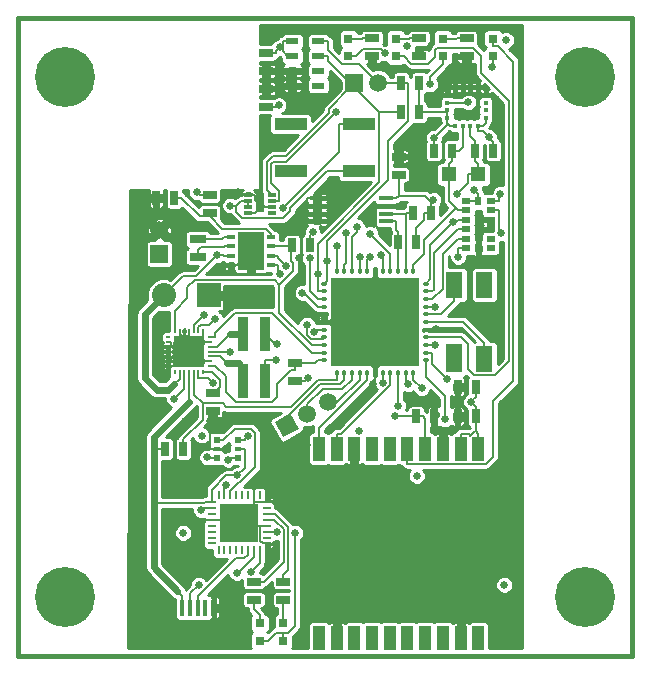
<source format=gtl>
G04 (created by PCBNEW (2013-mar-13)-testing) date Fri 19 Jul 2013 02:37:30 PM PDT*
%MOIN*%
G04 Gerber Fmt 3.4, Leading zero omitted, Abs format*
%FSLAX34Y34*%
G01*
G70*
G90*
G04 APERTURE LIST*
%ADD10C,0.005906*%
%ADD11C,0.015000*%
%ADD12R,0.025000X0.045000*%
%ADD13R,0.045000X0.025000*%
%ADD14R,0.035400X0.118100*%
%ADD15R,0.031400X0.031400*%
%ADD16R,0.027600X0.011800*%
%ADD17R,0.031500X0.054300*%
%ADD18R,0.015701X0.007902*%
%ADD19R,0.007902X0.015701*%
%ADD20R,0.039370X0.039370*%
%ADD21R,0.043300X0.023600*%
%ADD22R,0.025591X0.015748*%
%ADD23R,0.086614X0.127953*%
%ADD24R,0.031500X0.019700*%
%ADD25R,0.019700X0.031500*%
%ADD26R,0.015700X0.011800*%
%ADD27R,0.011800X0.015700*%
%ADD28R,0.039400X0.078700*%
%ADD29R,0.025197X0.011024*%
%ADD30R,0.011024X0.025197*%
%ADD31R,0.125984X0.125984*%
%ADD32R,0.023600X0.023600*%
%ADD33R,0.023600X0.015700*%
%ADD34O,0.023622X0.012992*%
%ADD35O,0.012992X0.023622*%
%ADD36R,0.295276X0.295276*%
%ADD37R,0.055118X0.027559*%
%ADD38R,0.047200X0.013700*%
%ADD39C,0.080000*%
%ADD40R,0.080000X0.080000*%
%ADD41C,0.059055*%
%ADD42R,0.059055X0.059055*%
%ADD43R,0.050000X0.050000*%
%ADD44C,0.200000*%
%ADD45R,0.017717X0.054331*%
%ADD46R,0.057087X0.082677*%
%ADD47R,0.094488X0.074803*%
%ADD48R,0.045276X0.074803*%
%ADD49R,0.110236X0.039370*%
%ADD50R,0.055118X0.086614*%
%ADD51R,0.055118X0.094488*%
%ADD52C,0.026000*%
%ADD53C,0.007000*%
%ADD54C,0.024000*%
%ADD55C,0.009000*%
G04 APERTURE END LIST*
G54D10*
G54D11*
X87401Y-31102D02*
X87401Y-52362D01*
X66929Y-31102D02*
X87401Y-31102D01*
X66929Y-52362D02*
X66929Y-31102D01*
X87401Y-52362D02*
X66929Y-52362D01*
G54D12*
X80211Y-44389D03*
X80811Y-44389D03*
G54D13*
X79625Y-36323D03*
X79625Y-35723D03*
X75196Y-32278D03*
X75196Y-32878D03*
G54D12*
X82189Y-44389D03*
X81589Y-44389D03*
X82189Y-43405D03*
X81589Y-43405D03*
G54D13*
X76181Y-43213D03*
X76181Y-42613D03*
X73425Y-43597D03*
X73425Y-44197D03*
G54D12*
X80319Y-34251D03*
X79719Y-34251D03*
G54D13*
X78740Y-31786D03*
X78740Y-32386D03*
X80314Y-31786D03*
X80314Y-32386D03*
X75787Y-49896D03*
X75787Y-50496D03*
G54D12*
X80221Y-38582D03*
X79621Y-38582D03*
X80713Y-37598D03*
X80113Y-37598D03*
X76677Y-38681D03*
X76077Y-38681D03*
G54D13*
X73326Y-37603D03*
X73326Y-37003D03*
G54D12*
X80319Y-33267D03*
X79719Y-33267D03*
G54D13*
X74803Y-49896D03*
X74803Y-50496D03*
G54D12*
X71845Y-45472D03*
X72445Y-45472D03*
G54D14*
X74429Y-41633D03*
X75177Y-41633D03*
X74429Y-43208D03*
X75177Y-43208D03*
G54D15*
X75787Y-51869D03*
X75787Y-51279D03*
X77952Y-32381D03*
X77952Y-31791D03*
X79527Y-32381D03*
X79527Y-31791D03*
X75000Y-51869D03*
X75000Y-51279D03*
G54D16*
X74610Y-37598D03*
X74610Y-37401D03*
X74610Y-37205D03*
X74610Y-37008D03*
X75390Y-37008D03*
X75390Y-37205D03*
X75390Y-37401D03*
X75390Y-37598D03*
G54D17*
X75000Y-37303D03*
G54D18*
X71948Y-41752D03*
X71948Y-41909D03*
X71948Y-42067D03*
X71948Y-42224D03*
X71948Y-42382D03*
X71948Y-42539D03*
X71948Y-42696D03*
G54D19*
X72164Y-42913D03*
X72322Y-42913D03*
X72479Y-42913D03*
X72637Y-42913D03*
X72794Y-42913D03*
X72952Y-42913D03*
X73109Y-42913D03*
G54D18*
X73326Y-41752D03*
X73326Y-41909D03*
X73326Y-42067D03*
X73326Y-42224D03*
X73326Y-42382D03*
X73326Y-42539D03*
X73326Y-42697D03*
G54D19*
X72164Y-41535D03*
X72322Y-41535D03*
X72479Y-41535D03*
X72637Y-41535D03*
X72794Y-41535D03*
X72951Y-41535D03*
X73109Y-41535D03*
G54D20*
X72322Y-41909D03*
X72952Y-41909D03*
X72637Y-42224D03*
X72322Y-42539D03*
X72952Y-42539D03*
G54D21*
X76082Y-31889D03*
X76082Y-32381D03*
X76082Y-32873D03*
X76082Y-33365D03*
X76948Y-31889D03*
X76948Y-32381D03*
X76948Y-32873D03*
X76948Y-33365D03*
G54D22*
X75364Y-38405D03*
X75364Y-38720D03*
X75364Y-39035D03*
X75364Y-39350D03*
X74045Y-39350D03*
X74045Y-39035D03*
X74045Y-38720D03*
X74045Y-38405D03*
G54D23*
X74704Y-38877D03*
G54D24*
X82696Y-37205D03*
X82696Y-37520D03*
X82696Y-37835D03*
X82696Y-38149D03*
X82696Y-38464D03*
X82696Y-38779D03*
X81870Y-37205D03*
X81870Y-37520D03*
X81870Y-37835D03*
X81870Y-38149D03*
X81870Y-38464D03*
X81870Y-38779D03*
G54D25*
X82283Y-37205D03*
X82283Y-38779D03*
G54D26*
X81249Y-34439D03*
X81249Y-33671D03*
X81249Y-33927D03*
X81249Y-34183D03*
X82529Y-34439D03*
X82529Y-34183D03*
X82529Y-33927D03*
X82529Y-33671D03*
G54D27*
X81761Y-33415D03*
X81505Y-33415D03*
X82017Y-33415D03*
X82273Y-33415D03*
X81505Y-34695D03*
X81761Y-34695D03*
X82017Y-34695D03*
X82273Y-34695D03*
G54D28*
X82283Y-45472D03*
X81692Y-45472D03*
X81102Y-45472D03*
X80511Y-45472D03*
X79921Y-45472D03*
X79330Y-45472D03*
X78740Y-45472D03*
X78149Y-45472D03*
X77559Y-45472D03*
X77559Y-51771D03*
X78149Y-51771D03*
X78740Y-51771D03*
X79330Y-51771D03*
X79921Y-51771D03*
X80511Y-51771D03*
X81102Y-51771D03*
X81692Y-51771D03*
X82283Y-51771D03*
X76968Y-45472D03*
X76968Y-51771D03*
G54D29*
X73393Y-47244D03*
X73393Y-47440D03*
X73393Y-47637D03*
X73393Y-47834D03*
X73393Y-48031D03*
X73393Y-48228D03*
X73393Y-48425D03*
X73393Y-48622D03*
G54D30*
X73622Y-48850D03*
X73818Y-48850D03*
X74015Y-48850D03*
X74212Y-48850D03*
X74409Y-48850D03*
X74606Y-48850D03*
X74803Y-48850D03*
X75000Y-48850D03*
G54D29*
X75228Y-48622D03*
X75228Y-48425D03*
X75228Y-48228D03*
X75228Y-48031D03*
X75228Y-47834D03*
X75228Y-47637D03*
X75228Y-47440D03*
X75228Y-47244D03*
G54D30*
X75000Y-47015D03*
X74803Y-47015D03*
X74606Y-47015D03*
X74409Y-47015D03*
X74212Y-47015D03*
X74015Y-47015D03*
X73818Y-47015D03*
X73622Y-47015D03*
G54D31*
X74311Y-47933D03*
G54D32*
X73563Y-45177D03*
X73563Y-45767D03*
X74271Y-45767D03*
X74271Y-45177D03*
G54D33*
X73563Y-45472D03*
X74271Y-45472D03*
G54D34*
X77145Y-39960D03*
X77145Y-40472D03*
X77145Y-40728D03*
X77145Y-40984D03*
X77145Y-41240D03*
X77145Y-41496D03*
X77145Y-41751D03*
X77145Y-42007D03*
X77145Y-42263D03*
X77145Y-42519D03*
G54D35*
X77559Y-42933D03*
X77814Y-42933D03*
X78070Y-42933D03*
X78326Y-42933D03*
X78582Y-42933D03*
X78838Y-42933D03*
X79094Y-42933D03*
X79350Y-42933D03*
X79606Y-42933D03*
X79862Y-42933D03*
X80118Y-42933D03*
G54D34*
X80531Y-42519D03*
X80531Y-42263D03*
X80531Y-42007D03*
X80531Y-41751D03*
X80531Y-41496D03*
X80531Y-41240D03*
X80531Y-40984D03*
X80531Y-40728D03*
X80531Y-40472D03*
X80531Y-40216D03*
X80531Y-39960D03*
G54D35*
X80118Y-39547D03*
X79862Y-39547D03*
X79606Y-39547D03*
X79350Y-39547D03*
X79094Y-39547D03*
X78838Y-39547D03*
X78582Y-39547D03*
X78326Y-39547D03*
X78070Y-39547D03*
X77814Y-39547D03*
X77559Y-39547D03*
G54D36*
X78838Y-41240D03*
G54D34*
X77145Y-40216D03*
G54D37*
X72933Y-38484D03*
X72933Y-39074D03*
G54D15*
X82775Y-32381D03*
X82775Y-31791D03*
X81102Y-32381D03*
X81102Y-31791D03*
G54D12*
X82780Y-35531D03*
X82180Y-35531D03*
X80802Y-35531D03*
X81402Y-35531D03*
G54D13*
X81889Y-32386D03*
X81889Y-31786D03*
G54D38*
X76900Y-37117D03*
X76900Y-37373D03*
X76900Y-37627D03*
X76900Y-37883D03*
X79202Y-37883D03*
X79202Y-37627D03*
X79202Y-37373D03*
X79202Y-37117D03*
G54D39*
X71789Y-40354D03*
G54D40*
X73289Y-40354D03*
G54D13*
X75196Y-34059D03*
X75196Y-33459D03*
G54D12*
X72150Y-37106D03*
X71550Y-37106D03*
G54D41*
X76574Y-44291D03*
X77256Y-43897D03*
G54D10*
G36*
X75784Y-45088D02*
X75489Y-44576D01*
X76000Y-44281D01*
X76296Y-44793D01*
X75784Y-45088D01*
X75784Y-45088D01*
G37*
G54D42*
X71653Y-38976D03*
G54D41*
X71653Y-38188D03*
G54D42*
X78149Y-33267D03*
G54D41*
X78937Y-33267D03*
G54D43*
X81299Y-36318D03*
X82283Y-36318D03*
G54D44*
X68502Y-33070D03*
X68502Y-50393D03*
X85825Y-50393D03*
X85825Y-33070D03*
G54D45*
X72421Y-50763D03*
X72677Y-50763D03*
X72933Y-50763D03*
X73188Y-50763D03*
X73444Y-50763D03*
G54D46*
X71958Y-50905D03*
X73907Y-50905D03*
G54D47*
X71791Y-51811D03*
X74074Y-51811D03*
G54D48*
X72608Y-51811D03*
X73257Y-51811D03*
G54D49*
X78307Y-36220D03*
X76023Y-36220D03*
X78307Y-34645D03*
X76023Y-34645D03*
G54D50*
X81488Y-40000D03*
X82488Y-40000D03*
X82488Y-42480D03*
G54D51*
X81488Y-42440D03*
G54D52*
X75561Y-48254D03*
X76177Y-48270D03*
X74249Y-46347D03*
X73579Y-39006D03*
X74008Y-37357D03*
X79489Y-44386D03*
X73151Y-41008D03*
X72834Y-49055D03*
X71466Y-50777D03*
X76462Y-37680D03*
X83149Y-51692D03*
X83117Y-47617D03*
X77921Y-46143D03*
X81692Y-51172D03*
X83208Y-45001D03*
X74071Y-40298D03*
X76377Y-47012D03*
X71712Y-37557D03*
X82881Y-33812D03*
X71225Y-44268D03*
X82780Y-39304D03*
X72520Y-44529D03*
X74256Y-36914D03*
X77559Y-51102D03*
X80754Y-31540D03*
X71108Y-51752D03*
X73340Y-44523D03*
X74394Y-50884D03*
X78740Y-32711D03*
X73714Y-39406D03*
X75261Y-49312D03*
X75630Y-32857D03*
X80856Y-41478D03*
X81960Y-32813D03*
X78755Y-43321D03*
X79727Y-35391D03*
X76484Y-50532D03*
X82884Y-36462D03*
X76289Y-39106D03*
X80556Y-43950D03*
X81236Y-46366D03*
X76204Y-40816D03*
X76568Y-45353D03*
X79210Y-38380D03*
X77538Y-34230D03*
X77229Y-39214D03*
X75875Y-39374D03*
X81565Y-36969D03*
X81424Y-37917D03*
X76922Y-39629D03*
X75656Y-39629D03*
X75783Y-37438D03*
X73436Y-43265D03*
X73871Y-46684D03*
X74015Y-42224D03*
X72145Y-43799D03*
X82753Y-32740D03*
X83021Y-36971D03*
X83054Y-38287D03*
X81607Y-39063D03*
X81953Y-33922D03*
X73948Y-45828D03*
X73049Y-47515D03*
X72961Y-50000D03*
X74237Y-49600D03*
X73505Y-41143D03*
X78326Y-39063D03*
X78237Y-38057D03*
X79619Y-44042D03*
X79937Y-43310D03*
X80391Y-43455D03*
X77863Y-38275D03*
X81177Y-44488D03*
X81241Y-43134D03*
X80850Y-42015D03*
X79167Y-32289D03*
X80675Y-33315D03*
X77559Y-38690D03*
X76665Y-39113D03*
X76420Y-40267D03*
X76809Y-41559D03*
X74717Y-49568D03*
X74596Y-45026D03*
X79052Y-39010D03*
X73240Y-45754D03*
X78680Y-38292D03*
X75558Y-41968D03*
X79920Y-32055D03*
X83149Y-50000D03*
X82630Y-35076D03*
X80802Y-35103D03*
X75626Y-34010D03*
X72894Y-36914D03*
X80236Y-46371D03*
X76571Y-41329D03*
X78312Y-44875D03*
X83206Y-31840D03*
X73071Y-45023D03*
X72443Y-48269D03*
X79094Y-43256D03*
X80784Y-37159D03*
X76757Y-38254D03*
X80852Y-40728D03*
X75658Y-32083D03*
X78659Y-39068D03*
X82150Y-36840D03*
X76606Y-43117D03*
X75532Y-42513D03*
X82045Y-43897D03*
G54D53*
X72421Y-50374D02*
X72244Y-50196D01*
X72421Y-50763D02*
X72421Y-50374D01*
X72637Y-43897D02*
X72637Y-42913D01*
X72637Y-42913D02*
X72637Y-42913D01*
X75787Y-51869D02*
X75787Y-51607D01*
X75000Y-51869D02*
X75262Y-51869D01*
X75524Y-51607D02*
X75787Y-51607D01*
X75262Y-51869D02*
X75524Y-51607D01*
X75228Y-48228D02*
X75535Y-48228D01*
X75535Y-48228D02*
X75561Y-48254D01*
G54D54*
X71456Y-45078D02*
X71456Y-45499D01*
X72637Y-43897D02*
X71456Y-45078D01*
G54D53*
X71588Y-45499D02*
X71615Y-45472D01*
X71456Y-45499D02*
X71588Y-45499D01*
X71845Y-45472D02*
X71615Y-45472D01*
G54D54*
X71456Y-45499D02*
X71456Y-47280D01*
X71456Y-49409D02*
X72244Y-50196D01*
X71456Y-47280D02*
X71456Y-49409D01*
G54D53*
X73126Y-47280D02*
X73162Y-47244D01*
X71456Y-47280D02*
X73126Y-47280D01*
X73393Y-47244D02*
X73162Y-47244D01*
X74271Y-45472D02*
X74494Y-45472D01*
X76177Y-51378D02*
X76177Y-48270D01*
X75948Y-51607D02*
X76177Y-51378D01*
X75787Y-51607D02*
X75948Y-51607D01*
X74494Y-46102D02*
X74249Y-46347D01*
X74494Y-45472D02*
X74494Y-46102D01*
X73393Y-46829D02*
X73393Y-47244D01*
X73875Y-46347D02*
X73393Y-46829D01*
X74249Y-46347D02*
X73875Y-46347D01*
X80211Y-44389D02*
X79981Y-44389D01*
X79489Y-44386D02*
X79978Y-44386D01*
X79978Y-44386D02*
X79981Y-44389D01*
X74610Y-37205D02*
X74610Y-37401D01*
X80511Y-44459D02*
X80441Y-44389D01*
X80511Y-45472D02*
X80511Y-44459D01*
X80211Y-44389D02*
X80441Y-44389D01*
G54D54*
X71161Y-40982D02*
X71789Y-40354D01*
X71161Y-43110D02*
X71161Y-40982D01*
X71555Y-43503D02*
X71161Y-43110D01*
X71948Y-43503D02*
X71555Y-43503D01*
X72145Y-43307D02*
X71948Y-43503D01*
G54D53*
X74045Y-39035D02*
X73812Y-39035D01*
X73782Y-39006D02*
X73579Y-39006D01*
X73812Y-39035D02*
X73782Y-39006D01*
X72434Y-39709D02*
X71789Y-40354D01*
X72876Y-39709D02*
X72434Y-39709D01*
X73579Y-39006D02*
X72876Y-39709D01*
X74610Y-37205D02*
X74366Y-37205D01*
X78307Y-36220D02*
X77248Y-36220D01*
X74366Y-37205D02*
X74214Y-37357D01*
X74214Y-37357D02*
X74008Y-37357D01*
X76018Y-37449D02*
X77248Y-36220D01*
X76018Y-37535D02*
X76018Y-37449D01*
X75786Y-37767D02*
X76018Y-37535D01*
X74420Y-37767D02*
X75786Y-37767D01*
X74214Y-37561D02*
X74420Y-37767D01*
X74214Y-37357D02*
X74214Y-37561D01*
X72322Y-42913D02*
X72322Y-43021D01*
X72322Y-43129D02*
X72145Y-43307D01*
X72322Y-43021D02*
X72322Y-43129D01*
X72322Y-43021D02*
X72322Y-42913D01*
X72322Y-43021D02*
X72322Y-43021D01*
X80113Y-37598D02*
X79883Y-37598D01*
X79862Y-37634D02*
X79854Y-37627D01*
X79862Y-39547D02*
X79862Y-37634D01*
X79202Y-37627D02*
X79854Y-37627D01*
X79854Y-37627D02*
X79883Y-37598D01*
X79543Y-38174D02*
X79621Y-38252D01*
X79543Y-37882D02*
X79543Y-38174D01*
X79202Y-37882D02*
X79543Y-37882D01*
X79621Y-38582D02*
X79621Y-38252D01*
X79606Y-38927D02*
X79621Y-38912D01*
X79606Y-39547D02*
X79606Y-38927D01*
X79621Y-38582D02*
X79621Y-38912D01*
X72808Y-41351D02*
X73151Y-41008D01*
X72794Y-41351D02*
X72808Y-41351D01*
X72794Y-41535D02*
X72794Y-41351D01*
X73393Y-47834D02*
X73110Y-47834D01*
X72834Y-48110D02*
X72834Y-49055D01*
X73110Y-47834D02*
X72834Y-48110D01*
X71958Y-50905D02*
X71568Y-50905D01*
X71568Y-50878D02*
X71568Y-50905D01*
X71466Y-50777D02*
X71568Y-50878D01*
X78838Y-42933D02*
X78838Y-41240D01*
X78838Y-39547D02*
X78838Y-41240D01*
X81692Y-51172D02*
X81692Y-51771D01*
X78093Y-45971D02*
X78149Y-45971D01*
X77921Y-46143D02*
X78093Y-45971D01*
X78149Y-45472D02*
X78149Y-45971D01*
X81761Y-33415D02*
X81505Y-33415D01*
X82529Y-33506D02*
X82437Y-33415D01*
X82529Y-33671D02*
X82529Y-33506D01*
X82273Y-33415D02*
X82437Y-33415D01*
X81249Y-33506D02*
X81341Y-33415D01*
X81249Y-33671D02*
X81249Y-33506D01*
X81505Y-33415D02*
X81341Y-33415D01*
X74278Y-39304D02*
X74704Y-38877D01*
X74278Y-39350D02*
X74278Y-39304D01*
X74045Y-39350D02*
X74278Y-39350D01*
X73143Y-42539D02*
X73143Y-42539D01*
X72952Y-42539D02*
X73143Y-42539D01*
X73326Y-42539D02*
X73143Y-42539D01*
X73326Y-41909D02*
X73143Y-41909D01*
X74610Y-37008D02*
X74853Y-37008D01*
X74610Y-37598D02*
X74853Y-37598D01*
X74998Y-37303D02*
X75000Y-37303D01*
X74853Y-37158D02*
X74998Y-37303D01*
X74853Y-37008D02*
X74853Y-37158D01*
X71550Y-37106D02*
X71550Y-37436D01*
X71590Y-37436D02*
X71550Y-37436D01*
X71712Y-37557D02*
X71590Y-37436D01*
X81589Y-44389D02*
X81589Y-43405D01*
X73047Y-41814D02*
X73143Y-41909D01*
X72952Y-41909D02*
X73047Y-41814D01*
X73109Y-41752D02*
X73109Y-41535D01*
X73047Y-41814D02*
X73109Y-41752D01*
X71948Y-41909D02*
X72040Y-41909D01*
X72040Y-41909D02*
X72040Y-42067D01*
X72132Y-42539D02*
X72132Y-42696D01*
X71948Y-42696D02*
X72132Y-42696D01*
X72040Y-42382D02*
X72040Y-42539D01*
X71948Y-42539D02*
X72040Y-42539D01*
X72040Y-42539D02*
X72132Y-42539D01*
X71994Y-42067D02*
X71994Y-42224D01*
X71948Y-42067D02*
X71994Y-42067D01*
X71994Y-42067D02*
X72040Y-42067D01*
X71971Y-42224D02*
X71971Y-42382D01*
X71948Y-42382D02*
X71971Y-42382D01*
X71971Y-42382D02*
X72040Y-42382D01*
X71948Y-42224D02*
X71971Y-42224D01*
X71971Y-42224D02*
X71994Y-42224D01*
X72132Y-42539D02*
X72132Y-42539D01*
X72322Y-42539D02*
X72132Y-42539D01*
X72322Y-41909D02*
X72322Y-41645D01*
X72322Y-41645D02*
X72322Y-41645D01*
X72322Y-41535D02*
X72322Y-41645D01*
X72396Y-41719D02*
X72479Y-41719D01*
X72322Y-41645D02*
X72396Y-41719D01*
X72479Y-41535D02*
X72479Y-41673D01*
X72637Y-41535D02*
X72637Y-41719D01*
X72479Y-41673D02*
X72479Y-41719D01*
X72525Y-41719D02*
X72637Y-41719D01*
X72479Y-41673D02*
X72525Y-41719D01*
X74610Y-37008D02*
X74366Y-37008D01*
X74273Y-36914D02*
X74366Y-37008D01*
X74256Y-36914D02*
X74273Y-36914D01*
X75390Y-37401D02*
X75146Y-37401D01*
X74998Y-37401D02*
X75146Y-37401D01*
X74998Y-37303D02*
X74998Y-37401D01*
X74998Y-37453D02*
X74853Y-37598D01*
X74998Y-37401D02*
X74998Y-37453D01*
X76900Y-37882D02*
X76729Y-37882D01*
X76559Y-37757D02*
X76559Y-37680D01*
X76684Y-37882D02*
X76559Y-37757D01*
X76729Y-37882D02*
X76684Y-37882D01*
X76462Y-37680D02*
X76559Y-37680D01*
X76559Y-37680D02*
X76559Y-37627D01*
X77145Y-41240D02*
X76922Y-41240D01*
X77559Y-51102D02*
X77559Y-51771D01*
X80314Y-32386D02*
X80314Y-32156D01*
X81761Y-33415D02*
X82017Y-33415D01*
X82273Y-33415D02*
X82017Y-33415D01*
X82517Y-39041D02*
X82283Y-39041D01*
X82780Y-39304D02*
X82517Y-39041D01*
X82433Y-37835D02*
X82433Y-38149D01*
X82696Y-37835D02*
X82433Y-37835D01*
X82696Y-38149D02*
X82433Y-38149D01*
X82283Y-38910D02*
X82283Y-39041D01*
X82283Y-38910D02*
X82283Y-38779D01*
X82283Y-38299D02*
X82433Y-38149D01*
X82283Y-38779D02*
X82283Y-38299D01*
X71791Y-51811D02*
X71213Y-51811D01*
X71155Y-51752D02*
X71213Y-51811D01*
X71108Y-51752D02*
X71155Y-51752D01*
X74074Y-51811D02*
X74074Y-51331D01*
X73425Y-44197D02*
X73425Y-44427D01*
X73563Y-45472D02*
X73340Y-45472D01*
X73340Y-44512D02*
X73340Y-44523D01*
X73425Y-44427D02*
X73340Y-44512D01*
X73340Y-44523D02*
X73340Y-45472D01*
X74319Y-50884D02*
X74298Y-50905D01*
X74394Y-50884D02*
X74319Y-50884D01*
X73907Y-50905D02*
X74298Y-50905D01*
X78740Y-32386D02*
X78740Y-32711D01*
X82739Y-33671D02*
X82529Y-33671D01*
X82881Y-33812D02*
X82739Y-33671D01*
X73444Y-50763D02*
X73444Y-51140D01*
X73907Y-51164D02*
X73907Y-51140D01*
X74074Y-51331D02*
X73907Y-51164D01*
X73907Y-51140D02*
X73907Y-50905D01*
X72608Y-51331D02*
X73257Y-51331D01*
X72608Y-51811D02*
X72608Y-51331D01*
X73257Y-51811D02*
X73257Y-51331D01*
X73444Y-51144D02*
X73257Y-51331D01*
X73444Y-51140D02*
X73444Y-51144D01*
X73907Y-51140D02*
X73444Y-51140D01*
X74045Y-39350D02*
X73812Y-39350D01*
X73756Y-39406D02*
X73812Y-39350D01*
X73714Y-39406D02*
X73756Y-39406D01*
X73393Y-47834D02*
X74212Y-47834D01*
X74311Y-47933D02*
X74212Y-47834D01*
X75225Y-47246D02*
X75228Y-47244D01*
X74803Y-47246D02*
X75225Y-47246D01*
X74803Y-47015D02*
X74803Y-47246D01*
X75261Y-49312D02*
X75261Y-48622D01*
X75745Y-32857D02*
X75630Y-32857D01*
X75761Y-32873D02*
X75745Y-32857D01*
X75547Y-32857D02*
X75526Y-32878D01*
X75630Y-32857D02*
X75547Y-32857D01*
X75196Y-32878D02*
X75526Y-32878D01*
X76082Y-32873D02*
X75921Y-32873D01*
X75921Y-32873D02*
X75761Y-32873D01*
X76900Y-37627D02*
X76729Y-37627D01*
X76729Y-37627D02*
X76559Y-37627D01*
X76559Y-37503D02*
X76559Y-37372D01*
X76682Y-37627D02*
X76559Y-37503D01*
X76729Y-37627D02*
X76682Y-37627D01*
X76900Y-37372D02*
X76729Y-37372D01*
X76729Y-37372D02*
X76559Y-37372D01*
X76559Y-37247D02*
X76559Y-37117D01*
X76684Y-37372D02*
X76559Y-37247D01*
X76729Y-37372D02*
X76684Y-37372D01*
X76900Y-37117D02*
X76559Y-37117D01*
X81102Y-45472D02*
X81102Y-44929D01*
X80811Y-44389D02*
X80811Y-44719D01*
X81589Y-44389D02*
X81589Y-44719D01*
X80892Y-44719D02*
X81102Y-44929D01*
X80811Y-44719D02*
X80892Y-44719D01*
X81380Y-44929D02*
X81589Y-44719D01*
X81102Y-44929D02*
X81380Y-44929D01*
X80531Y-41496D02*
X80754Y-41496D01*
X80771Y-41478D02*
X80754Y-41496D01*
X80856Y-41478D02*
X80771Y-41478D01*
X81889Y-32742D02*
X81889Y-32386D01*
X81960Y-32813D02*
X81889Y-32742D01*
X76082Y-33365D02*
X75921Y-33365D01*
X75621Y-33365D02*
X75526Y-33459D01*
X75921Y-33365D02*
X75621Y-33365D01*
X75196Y-33459D02*
X75526Y-33459D01*
X75921Y-32873D02*
X75921Y-33365D01*
X78838Y-42933D02*
X78838Y-43156D01*
X78755Y-43239D02*
X78838Y-43156D01*
X78755Y-43321D02*
X78755Y-43239D01*
X79625Y-35723D02*
X79625Y-35493D01*
X79727Y-35391D02*
X79625Y-35493D01*
X75228Y-48622D02*
X75244Y-48622D01*
X75244Y-48622D02*
X75261Y-48622D01*
X80811Y-44389D02*
X80811Y-44059D01*
X80665Y-44059D02*
X80811Y-44059D01*
X80556Y-43950D02*
X80665Y-44059D01*
X75242Y-48619D02*
X75244Y-48622D01*
X75089Y-48619D02*
X75242Y-48619D01*
X74997Y-48527D02*
X75089Y-48619D01*
X74997Y-48031D02*
X74997Y-48527D01*
X75228Y-48031D02*
X74997Y-48031D01*
X74803Y-47933D02*
X74311Y-47933D01*
X74901Y-48031D02*
X74803Y-47933D01*
X74997Y-48031D02*
X74901Y-48031D01*
X74803Y-47933D02*
X74803Y-47246D01*
X76922Y-41240D02*
X76922Y-40984D01*
X76922Y-40984D02*
X77145Y-40984D01*
X76371Y-40984D02*
X76922Y-40984D01*
X76204Y-40816D02*
X76371Y-40984D01*
X78861Y-38030D02*
X78861Y-37372D01*
X79210Y-38380D02*
X78861Y-38030D01*
X79202Y-37372D02*
X78861Y-37372D01*
X80754Y-31861D02*
X80754Y-31540D01*
X80458Y-32156D02*
X80754Y-31861D01*
X80314Y-32156D02*
X80458Y-32156D01*
X81401Y-35861D02*
X81402Y-35861D01*
X81299Y-35963D02*
X81401Y-35861D01*
X81402Y-35531D02*
X81402Y-35861D01*
X81761Y-35402D02*
X81632Y-35531D01*
X81761Y-34695D02*
X81761Y-35402D01*
X81402Y-35531D02*
X81632Y-35531D01*
X81299Y-36141D02*
X81299Y-35963D01*
X81870Y-37520D02*
X81607Y-37520D01*
X81299Y-36141D02*
X81299Y-36318D01*
X81299Y-36318D02*
X81299Y-37211D01*
X80118Y-39547D02*
X80118Y-39324D01*
X80461Y-38980D02*
X80118Y-39324D01*
X80461Y-38512D02*
X80461Y-38980D01*
X81530Y-37442D02*
X80461Y-38512D01*
X81299Y-37211D02*
X81530Y-37442D01*
X81530Y-37442D02*
X81607Y-37520D01*
X76948Y-31889D02*
X77270Y-31889D01*
X78313Y-32643D02*
X78937Y-33267D01*
X77730Y-32643D02*
X78313Y-32643D01*
X77270Y-32183D02*
X77730Y-32643D01*
X77270Y-31889D02*
X77270Y-32183D01*
X78937Y-33267D02*
X79719Y-33267D01*
X79719Y-33267D02*
X79719Y-33267D01*
X75390Y-37205D02*
X75633Y-37205D01*
X75633Y-36879D02*
X75633Y-37205D01*
X75367Y-36613D02*
X75633Y-36879D01*
X75367Y-35968D02*
X75367Y-36613D01*
X75427Y-35908D02*
X75367Y-35968D01*
X75864Y-35908D02*
X75427Y-35908D01*
X77538Y-34234D02*
X75864Y-35908D01*
X77538Y-34230D02*
X77538Y-34234D01*
X79719Y-33267D02*
X79949Y-33267D01*
X75597Y-39095D02*
X75597Y-39035D01*
X75875Y-39374D02*
X75597Y-39095D01*
X75364Y-39035D02*
X75597Y-39035D01*
X77229Y-39877D02*
X77229Y-39214D01*
X77145Y-39960D02*
X77229Y-39877D01*
X79949Y-34525D02*
X79949Y-33267D01*
X79260Y-35214D02*
X79949Y-34525D01*
X79260Y-36503D02*
X79260Y-35214D01*
X77229Y-38534D02*
X79260Y-36503D01*
X77229Y-39214D02*
X77229Y-38534D01*
X82282Y-35963D02*
X82180Y-35861D01*
X82283Y-35963D02*
X82282Y-35963D01*
X82180Y-35531D02*
X82180Y-35861D01*
X82017Y-35038D02*
X82180Y-35201D01*
X82017Y-34695D02*
X82017Y-35038D01*
X82180Y-35531D02*
X82180Y-35201D01*
X82283Y-36274D02*
X82283Y-35963D01*
X81870Y-37835D02*
X81607Y-37835D01*
X81525Y-37917D02*
X81607Y-37835D01*
X81424Y-37917D02*
X81525Y-37917D01*
X82283Y-36274D02*
X82283Y-36318D01*
X82283Y-36318D02*
X81928Y-36318D01*
X81928Y-36606D02*
X81565Y-36969D01*
X81928Y-36318D02*
X81928Y-36606D01*
X80671Y-38670D02*
X81424Y-37917D01*
X80671Y-39820D02*
X80671Y-38670D01*
X80531Y-39960D02*
X80671Y-39820D01*
X77145Y-40216D02*
X76922Y-40216D01*
X78149Y-33267D02*
X78149Y-33416D01*
X76948Y-32381D02*
X77270Y-32381D01*
X77270Y-32536D02*
X78149Y-33416D01*
X77270Y-32381D02*
X77270Y-32536D01*
X75364Y-39350D02*
X75597Y-39350D01*
X75597Y-39570D02*
X75656Y-39629D01*
X75597Y-39350D02*
X75597Y-39570D01*
X75227Y-36845D02*
X75390Y-37008D01*
X75227Y-35910D02*
X75227Y-36845D01*
X75439Y-35698D02*
X75227Y-35910D01*
X75875Y-35698D02*
X75439Y-35698D01*
X77302Y-34271D02*
X75875Y-35698D01*
X77302Y-34133D02*
X77302Y-34271D01*
X78020Y-33416D02*
X77302Y-34133D01*
X78149Y-33416D02*
X78020Y-33416D01*
X76922Y-40216D02*
X76922Y-39629D01*
X78985Y-36580D02*
X78985Y-34251D01*
X76922Y-38643D02*
X78985Y-36580D01*
X76922Y-39629D02*
X76922Y-38643D01*
X78149Y-33416D02*
X78985Y-34251D01*
X78985Y-34251D02*
X79719Y-34251D01*
X78405Y-31791D02*
X78410Y-31786D01*
X77952Y-31791D02*
X78405Y-31791D01*
X78740Y-31786D02*
X78410Y-31786D01*
X77650Y-35571D02*
X77650Y-34645D01*
X75783Y-37438D02*
X77650Y-35571D01*
X78307Y-34645D02*
X77650Y-34645D01*
X73267Y-43097D02*
X73436Y-43265D01*
X72952Y-43097D02*
X73267Y-43097D01*
X72952Y-42913D02*
X72952Y-43097D01*
X74429Y-42736D02*
X74429Y-43208D01*
X74311Y-42618D02*
X74429Y-42736D01*
G54D54*
X73917Y-42618D02*
X74311Y-42618D01*
G54D53*
X73326Y-42382D02*
X73326Y-42382D01*
X73681Y-42382D02*
X73917Y-42618D01*
X73326Y-42382D02*
X73681Y-42382D01*
X73326Y-42382D02*
X73326Y-42382D01*
X73818Y-46736D02*
X73871Y-46684D01*
X73818Y-47015D02*
X73818Y-46736D01*
X73326Y-42224D02*
X73326Y-42224D01*
X73326Y-42224D02*
X74015Y-42224D01*
X72479Y-42913D02*
X72479Y-43189D01*
X72479Y-43464D02*
X72145Y-43799D01*
X72479Y-43189D02*
X72479Y-43464D01*
X72479Y-43189D02*
X72479Y-42913D01*
X72479Y-43189D02*
X72479Y-43189D01*
X82753Y-32666D02*
X82753Y-32740D01*
X82775Y-32643D02*
X82753Y-32666D01*
X82775Y-32381D02*
X82775Y-32643D01*
X81554Y-31791D02*
X81559Y-31786D01*
X81102Y-31791D02*
X81554Y-31791D01*
X81889Y-31786D02*
X81559Y-31786D01*
X79921Y-45472D02*
X79921Y-45971D01*
X82775Y-31791D02*
X82775Y-32053D01*
X82939Y-32053D02*
X82775Y-32053D01*
X83447Y-32562D02*
X82939Y-32053D01*
X83447Y-43197D02*
X83447Y-32562D01*
X82779Y-43866D02*
X83447Y-43197D01*
X82779Y-45733D02*
X82779Y-43866D01*
X82541Y-45971D02*
X82779Y-45733D01*
X79921Y-45971D02*
X82541Y-45971D01*
X82488Y-42480D02*
X82488Y-41942D01*
X81786Y-41240D02*
X80531Y-41240D01*
X82488Y-41942D02*
X81786Y-41240D01*
X81042Y-40984D02*
X80531Y-40984D01*
X81488Y-40538D02*
X81042Y-40984D01*
X81488Y-40000D02*
X81488Y-40538D01*
X73733Y-38484D02*
X73812Y-38405D01*
X72933Y-38484D02*
X73733Y-38484D01*
X74045Y-38405D02*
X73812Y-38405D01*
X72933Y-39074D02*
X72933Y-38831D01*
X74045Y-38720D02*
X73812Y-38720D01*
X73034Y-38730D02*
X72933Y-38831D01*
X73802Y-38730D02*
X73034Y-38730D01*
X73812Y-38720D02*
X73802Y-38730D01*
X82959Y-37033D02*
X83021Y-36971D01*
X82959Y-37205D02*
X82959Y-37033D01*
X82696Y-37205D02*
X82959Y-37205D01*
X82696Y-37520D02*
X82959Y-37520D01*
X82959Y-38192D02*
X83054Y-38287D01*
X82959Y-37520D02*
X82959Y-38192D01*
X73326Y-37603D02*
X73326Y-37718D01*
X72150Y-37106D02*
X72380Y-37106D01*
X72992Y-37718D02*
X73326Y-37718D01*
X72380Y-37106D02*
X72992Y-37718D01*
X73741Y-38133D02*
X73326Y-37718D01*
X75193Y-38133D02*
X73741Y-38133D01*
X75364Y-38303D02*
X75193Y-38133D01*
X75364Y-38405D02*
X75364Y-38303D01*
X81870Y-38779D02*
X81607Y-38779D01*
X81607Y-38779D02*
X81607Y-39063D01*
X81948Y-33927D02*
X81953Y-33922D01*
X81249Y-33927D02*
X81948Y-33927D01*
X73563Y-45177D02*
X73786Y-45177D01*
X74173Y-44790D02*
X73786Y-45177D01*
X74698Y-44790D02*
X74173Y-44790D01*
X74843Y-44935D02*
X74698Y-44790D01*
X74843Y-46085D02*
X74843Y-44935D01*
X74347Y-46582D02*
X74843Y-46085D01*
X74305Y-46582D02*
X74347Y-46582D01*
X74015Y-46872D02*
X74305Y-46582D01*
X74015Y-47015D02*
X74015Y-46872D01*
X74271Y-45767D02*
X74048Y-45767D01*
X73987Y-45828D02*
X73948Y-45828D01*
X74048Y-45767D02*
X73987Y-45828D01*
X73393Y-47440D02*
X73162Y-47440D01*
X73087Y-47515D02*
X73049Y-47515D01*
X73162Y-47440D02*
X73087Y-47515D01*
X79979Y-31791D02*
X79984Y-31786D01*
X79527Y-31791D02*
X79979Y-31791D01*
X80314Y-31786D02*
X79984Y-31786D01*
X72677Y-50284D02*
X72961Y-50000D01*
X72677Y-50763D02*
X72677Y-50284D01*
X74803Y-48850D02*
X74803Y-49081D01*
X74284Y-49600D02*
X74237Y-49600D01*
X74803Y-49081D02*
X74284Y-49600D01*
X74606Y-48993D02*
X74606Y-48850D01*
X74483Y-49116D02*
X74606Y-48993D01*
X74203Y-49116D02*
X74483Y-49116D01*
X72933Y-50387D02*
X74203Y-49116D01*
X72933Y-50763D02*
X72933Y-50387D01*
X75787Y-49896D02*
X75787Y-49666D01*
X75228Y-47637D02*
X75507Y-47637D01*
X75942Y-48072D02*
X75507Y-47637D01*
X75942Y-49511D02*
X75942Y-48072D01*
X75787Y-49666D02*
X75942Y-49511D01*
X73321Y-41328D02*
X73505Y-41143D01*
X73030Y-41328D02*
X73321Y-41328D01*
X72951Y-41406D02*
X73030Y-41328D01*
X72951Y-41535D02*
X72951Y-41406D01*
G54D54*
X74429Y-41633D02*
X74015Y-41633D01*
G54D53*
X73326Y-42067D02*
X73326Y-42067D01*
X73582Y-42067D02*
X73326Y-42067D01*
X74015Y-41633D02*
X73582Y-42067D01*
X73326Y-42067D02*
X73326Y-42067D01*
X74803Y-50820D02*
X74803Y-50496D01*
X75000Y-51017D02*
X74803Y-50820D01*
X75000Y-51279D02*
X75000Y-51017D01*
X75787Y-51279D02*
X75787Y-50496D01*
X73474Y-43597D02*
X73425Y-43597D01*
X73680Y-43390D02*
X73474Y-43597D01*
X73680Y-43177D02*
X73680Y-43390D01*
X73417Y-42913D02*
X73680Y-43177D01*
X73109Y-42913D02*
X73417Y-42913D01*
X74803Y-49896D02*
X75133Y-49896D01*
X75478Y-47834D02*
X75228Y-47834D01*
X75799Y-48155D02*
X75478Y-47834D01*
X75799Y-49230D02*
X75799Y-48155D01*
X75133Y-49896D02*
X75799Y-49230D01*
X78326Y-39547D02*
X78326Y-39063D01*
X78070Y-39547D02*
X78070Y-38406D01*
X78237Y-38240D02*
X78070Y-38406D01*
X78237Y-38057D02*
X78237Y-38240D01*
X77145Y-42519D02*
X76922Y-42519D01*
X76828Y-42613D02*
X76181Y-42613D01*
X76922Y-42519D02*
X76828Y-42613D01*
X76181Y-42613D02*
X76181Y-42843D01*
X73326Y-42697D02*
X73510Y-42697D01*
X73857Y-43044D02*
X73510Y-42697D01*
X73857Y-43557D02*
X73857Y-43044D01*
X74205Y-43904D02*
X73857Y-43557D01*
X75397Y-43904D02*
X74205Y-43904D01*
X75561Y-43740D02*
X75397Y-43904D01*
X75561Y-43319D02*
X75561Y-43740D01*
X76037Y-42843D02*
X75561Y-43319D01*
X76181Y-42843D02*
X76037Y-42843D01*
X77559Y-42933D02*
X77559Y-43156D01*
X72445Y-45472D02*
X72445Y-45142D01*
X76944Y-43156D02*
X77559Y-43156D01*
X76036Y-44064D02*
X76944Y-43156D01*
X73885Y-44064D02*
X76036Y-44064D01*
X73777Y-43955D02*
X73885Y-44064D01*
X73091Y-43955D02*
X73777Y-43955D01*
X72794Y-43659D02*
X73091Y-43955D01*
X72794Y-42913D02*
X72794Y-43659D01*
X73091Y-44496D02*
X72445Y-45142D01*
X73091Y-43955D02*
X73091Y-44496D01*
X77674Y-43296D02*
X77814Y-43156D01*
X77003Y-43296D02*
X77674Y-43296D01*
X75892Y-44406D02*
X77003Y-43296D01*
X75892Y-44685D02*
X75892Y-44406D01*
X77814Y-42933D02*
X77814Y-43156D01*
X77754Y-43473D02*
X78070Y-43156D01*
X77091Y-43473D02*
X77754Y-43473D01*
X76574Y-43989D02*
X77091Y-43473D01*
X76574Y-44291D02*
X76574Y-43989D01*
X78070Y-42933D02*
X78070Y-43156D01*
X77585Y-43897D02*
X78326Y-43156D01*
X77256Y-43897D02*
X77585Y-43897D01*
X78326Y-42933D02*
X78326Y-43156D01*
X76968Y-45472D02*
X76968Y-44770D01*
X78582Y-42933D02*
X78582Y-43156D01*
X76968Y-44770D02*
X78582Y-43156D01*
X77559Y-45472D02*
X77559Y-44973D01*
X79350Y-43332D02*
X79350Y-42933D01*
X77709Y-44973D02*
X79350Y-43332D01*
X77559Y-44973D02*
X77709Y-44973D01*
X79606Y-42933D02*
X79606Y-43156D01*
X79619Y-43169D02*
X79619Y-44042D01*
X79606Y-43156D02*
X79619Y-43169D01*
X79937Y-43231D02*
X79937Y-43310D01*
X79862Y-43156D02*
X79937Y-43231D01*
X79862Y-42933D02*
X79862Y-43156D01*
X80391Y-43429D02*
X80391Y-43455D01*
X80118Y-43156D02*
X80391Y-43429D01*
X80118Y-42933D02*
X80118Y-43156D01*
X77814Y-39547D02*
X77814Y-39324D01*
X77863Y-39275D02*
X77863Y-38275D01*
X77814Y-39324D02*
X77863Y-39275D01*
X81177Y-43708D02*
X81177Y-44488D01*
X80531Y-43062D02*
X81177Y-43708D01*
X80531Y-42519D02*
X80531Y-43062D01*
X80754Y-42647D02*
X81241Y-43134D01*
X80754Y-42263D02*
X80754Y-42647D01*
X80531Y-42263D02*
X80754Y-42263D01*
X78446Y-32149D02*
X78214Y-32381D01*
X79027Y-32149D02*
X78446Y-32149D01*
X79167Y-32289D02*
X79027Y-32149D01*
X77952Y-32381D02*
X78214Y-32381D01*
X80842Y-42007D02*
X80850Y-42015D01*
X80531Y-42007D02*
X80842Y-42007D01*
X79527Y-32381D02*
X79789Y-32381D01*
X80043Y-32635D02*
X79789Y-32381D01*
X80599Y-32635D02*
X80043Y-32635D01*
X80840Y-32394D02*
X80599Y-32635D01*
X80840Y-32172D02*
X80840Y-32394D01*
X80893Y-32119D02*
X80840Y-32172D01*
X82121Y-32119D02*
X80893Y-32119D01*
X82366Y-32364D02*
X82121Y-32119D01*
X82366Y-32945D02*
X82366Y-32364D01*
X83298Y-33877D02*
X82366Y-32945D01*
X83298Y-42543D02*
X83298Y-33877D01*
X82823Y-43018D02*
X83298Y-42543D01*
X82148Y-43018D02*
X82823Y-43018D01*
X81947Y-42817D02*
X82148Y-43018D01*
X81947Y-41983D02*
X81947Y-42817D01*
X81716Y-41751D02*
X81947Y-41983D01*
X80531Y-41751D02*
X81716Y-41751D01*
X80531Y-40472D02*
X80754Y-40472D01*
X81870Y-38464D02*
X81607Y-38464D01*
X81090Y-38981D02*
X81607Y-38464D01*
X81090Y-40136D02*
X81090Y-38981D01*
X80754Y-40472D02*
X81090Y-40136D01*
X80531Y-40216D02*
X80754Y-40216D01*
X81870Y-38149D02*
X81607Y-38149D01*
X80811Y-38945D02*
X81607Y-38149D01*
X80811Y-40159D02*
X80811Y-38945D01*
X80754Y-40216D02*
X80811Y-40159D01*
X81102Y-32381D02*
X81102Y-32643D01*
X77559Y-39547D02*
X77559Y-38690D01*
X80675Y-33070D02*
X80675Y-33315D01*
X81102Y-32643D02*
X80675Y-33070D01*
X77145Y-40472D02*
X76922Y-40472D01*
X76665Y-40215D02*
X76922Y-40472D01*
X76665Y-39113D02*
X76665Y-40215D01*
X77145Y-40728D02*
X76922Y-40728D01*
X76461Y-40267D02*
X76420Y-40267D01*
X76922Y-40728D02*
X76461Y-40267D01*
X77145Y-42007D02*
X76724Y-42007D01*
X75364Y-38720D02*
X76041Y-38720D01*
X76041Y-38717D02*
X76077Y-38681D01*
X76041Y-38720D02*
X76041Y-38717D01*
X75645Y-40928D02*
X76724Y-42007D01*
X75645Y-39995D02*
X75645Y-40928D01*
X75499Y-39849D02*
X75645Y-39995D01*
X72825Y-39849D02*
X75499Y-39849D01*
X72588Y-40085D02*
X72825Y-39849D01*
X72588Y-40448D02*
X72588Y-40085D01*
X72164Y-40872D02*
X72588Y-40448D01*
X72164Y-41535D02*
X72164Y-40872D01*
X76041Y-39192D02*
X76041Y-38720D01*
X76110Y-39262D02*
X76041Y-39192D01*
X76110Y-39529D02*
X76110Y-39262D01*
X75645Y-39995D02*
X76110Y-39529D01*
X77145Y-42263D02*
X76732Y-42263D01*
X73326Y-41752D02*
X73510Y-41752D01*
X75404Y-40936D02*
X76732Y-42263D01*
X74181Y-40936D02*
X75404Y-40936D01*
X73510Y-41607D02*
X74181Y-40936D01*
X73510Y-41752D02*
X73510Y-41607D01*
X76872Y-41496D02*
X76809Y-41559D01*
X77145Y-41496D02*
X76872Y-41496D01*
X75000Y-49286D02*
X74717Y-49568D01*
X75000Y-48850D02*
X75000Y-49286D01*
X74271Y-45177D02*
X74494Y-45177D01*
X74494Y-45128D02*
X74596Y-45026D01*
X74494Y-45177D02*
X74494Y-45128D01*
X79094Y-39052D02*
X79052Y-39010D01*
X79094Y-39547D02*
X79094Y-39052D01*
X73253Y-45767D02*
X73240Y-45754D01*
X73563Y-45767D02*
X73253Y-45767D01*
X79350Y-38962D02*
X78680Y-38292D01*
X79350Y-39547D02*
X79350Y-38962D01*
X75512Y-41968D02*
X75558Y-41968D01*
X75177Y-41633D02*
X75512Y-41968D01*
X82283Y-45472D02*
X82283Y-44973D01*
X82529Y-34603D02*
X82437Y-34695D01*
X82529Y-34439D02*
X82529Y-34603D01*
X82273Y-34695D02*
X82437Y-34695D01*
X81249Y-34603D02*
X81341Y-34695D01*
X81505Y-34695D02*
X81341Y-34695D01*
X82273Y-34695D02*
X82273Y-34878D01*
X81249Y-34439D02*
X81249Y-34603D01*
X81870Y-37205D02*
X82283Y-37205D01*
X82432Y-34878D02*
X82630Y-35076D01*
X82273Y-34878D02*
X82432Y-34878D01*
X82754Y-35201D02*
X82780Y-35201D01*
X82630Y-35076D02*
X82754Y-35201D01*
X82780Y-35531D02*
X82780Y-35201D01*
X75196Y-34059D02*
X75526Y-34059D01*
X75575Y-34010D02*
X75526Y-34059D01*
X75626Y-34010D02*
X75575Y-34010D01*
X82189Y-43405D02*
X82189Y-43735D01*
X82189Y-44389D02*
X82189Y-44059D01*
X73326Y-37003D02*
X72996Y-37003D01*
X72908Y-36914D02*
X72996Y-37003D01*
X72894Y-36914D02*
X72908Y-36914D01*
X76082Y-32381D02*
X75921Y-32381D01*
X76082Y-31889D02*
X75761Y-31889D01*
X80802Y-35531D02*
X80802Y-35103D01*
X81249Y-34656D02*
X81249Y-34603D01*
X80802Y-35103D02*
X81249Y-34656D01*
X81692Y-45472D02*
X81692Y-44973D01*
X81961Y-44973D02*
X81692Y-44973D01*
X81994Y-45007D02*
X81961Y-44973D01*
X81994Y-45026D02*
X81994Y-45007D01*
X82009Y-45040D02*
X81994Y-45026D01*
X82009Y-45040D02*
X82009Y-45040D01*
X82169Y-44880D02*
X82009Y-45040D01*
X82189Y-44880D02*
X82169Y-44880D01*
X82189Y-44389D02*
X82189Y-44880D01*
X82189Y-44880D02*
X82283Y-44973D01*
X77097Y-41799D02*
X77145Y-41751D01*
X76714Y-41799D02*
X77097Y-41799D01*
X76571Y-41657D02*
X76714Y-41799D01*
X76571Y-41329D02*
X76571Y-41657D01*
X80319Y-34251D02*
X80319Y-33267D01*
X80319Y-34251D02*
X81249Y-34251D01*
X81249Y-34183D02*
X81249Y-34251D01*
X81249Y-34251D02*
X81249Y-34439D01*
X79094Y-43256D02*
X79094Y-42933D01*
X76677Y-38681D02*
X76677Y-38350D01*
X76757Y-38271D02*
X76677Y-38350D01*
X76757Y-38254D02*
X76757Y-38271D01*
X80852Y-40728D02*
X80531Y-40728D01*
X75761Y-32220D02*
X75761Y-32083D01*
X75921Y-32381D02*
X75761Y-32220D01*
X75761Y-32083D02*
X75761Y-31889D01*
X75761Y-32083D02*
X75658Y-32083D01*
X75526Y-32215D02*
X75526Y-32278D01*
X75658Y-32083D02*
X75526Y-32215D01*
X75196Y-32278D02*
X75526Y-32278D01*
X78582Y-39145D02*
X78582Y-39547D01*
X78659Y-39068D02*
X78582Y-39145D01*
X82283Y-37205D02*
X82283Y-36942D01*
X82253Y-36942D02*
X82283Y-36942D01*
X82150Y-36840D02*
X82253Y-36942D01*
X76181Y-43213D02*
X76511Y-43213D01*
X76606Y-43117D02*
X76511Y-43213D01*
X75177Y-43208D02*
X75177Y-42513D01*
X75177Y-42513D02*
X75532Y-42513D01*
X82045Y-43880D02*
X82045Y-43897D01*
X82189Y-43735D02*
X82045Y-43880D01*
X82045Y-43915D02*
X82189Y-44059D01*
X82045Y-43897D02*
X82045Y-43915D01*
X80713Y-37433D02*
X80713Y-37598D01*
X80221Y-38090D02*
X80221Y-38582D01*
X80483Y-37828D02*
X80221Y-38090D01*
X80483Y-37598D02*
X80483Y-37828D01*
X80713Y-37598D02*
X80483Y-37598D01*
X80713Y-37433D02*
X80713Y-37230D01*
X79202Y-37117D02*
X79543Y-37117D01*
X80713Y-37230D02*
X80784Y-37159D01*
X80516Y-37034D02*
X79625Y-37034D01*
X80713Y-37230D02*
X80516Y-37034D01*
X79625Y-36323D02*
X79625Y-37034D01*
X79625Y-37034D02*
X79543Y-37117D01*
G54D10*
G36*
X72022Y-42703D02*
X72010Y-42716D01*
X71988Y-42716D01*
X71988Y-42738D01*
X71985Y-42741D01*
X71960Y-42802D01*
X71960Y-42867D01*
X71960Y-43024D01*
X71983Y-43079D01*
X71944Y-43105D01*
X71909Y-43140D01*
X71909Y-42829D01*
X71909Y-42716D01*
X71776Y-42716D01*
X71745Y-42747D01*
X71745Y-42760D01*
X71764Y-42806D01*
X71799Y-42841D01*
X71845Y-42860D01*
X71878Y-42860D01*
X71909Y-42829D01*
X71909Y-43140D01*
X71830Y-43218D01*
X71673Y-43218D01*
X71446Y-42992D01*
X71446Y-41100D01*
X71641Y-40904D01*
X71676Y-40919D01*
X71901Y-40919D01*
X71964Y-40893D01*
X71964Y-41413D01*
X71960Y-41424D01*
X71960Y-41489D01*
X71960Y-41547D01*
X71837Y-41547D01*
X71776Y-41573D01*
X71730Y-41619D01*
X71705Y-41680D01*
X71705Y-41745D01*
X71705Y-41824D01*
X71730Y-41885D01*
X71775Y-41930D01*
X71745Y-41960D01*
X71745Y-41973D01*
X71751Y-41988D01*
X71745Y-42003D01*
X71745Y-42016D01*
X71776Y-42047D01*
X71792Y-42047D01*
X71799Y-42054D01*
X71828Y-42066D01*
X71799Y-42078D01*
X71791Y-42087D01*
X71776Y-42087D01*
X71745Y-42118D01*
X71745Y-42131D01*
X71751Y-42145D01*
X71745Y-42160D01*
X71745Y-42173D01*
X71776Y-42204D01*
X71791Y-42204D01*
X71799Y-42212D01*
X71828Y-42224D01*
X71799Y-42236D01*
X71792Y-42244D01*
X71776Y-42244D01*
X71745Y-42275D01*
X71745Y-42288D01*
X71751Y-42303D01*
X71745Y-42318D01*
X71745Y-42331D01*
X71776Y-42362D01*
X71792Y-42362D01*
X71799Y-42369D01*
X71828Y-42381D01*
X71799Y-42393D01*
X71791Y-42402D01*
X71776Y-42402D01*
X71745Y-42433D01*
X71745Y-42446D01*
X71751Y-42460D01*
X71745Y-42475D01*
X71745Y-42488D01*
X71776Y-42519D01*
X71791Y-42519D01*
X71799Y-42527D01*
X71827Y-42539D01*
X71799Y-42550D01*
X71791Y-42559D01*
X71776Y-42559D01*
X71745Y-42590D01*
X71745Y-42603D01*
X71751Y-42617D01*
X71745Y-42632D01*
X71745Y-42645D01*
X71776Y-42676D01*
X71791Y-42676D01*
X71799Y-42684D01*
X71845Y-42703D01*
X71878Y-42703D01*
X71905Y-42676D01*
X71909Y-42676D01*
X71909Y-42672D01*
X71909Y-42563D01*
X71909Y-42559D01*
X71905Y-42559D01*
X71885Y-42539D01*
X71905Y-42519D01*
X71909Y-42519D01*
X71909Y-42515D01*
X71909Y-42406D01*
X71909Y-42402D01*
X71905Y-42402D01*
X71885Y-42381D01*
X71904Y-42362D01*
X71909Y-42362D01*
X71909Y-42357D01*
X71909Y-42249D01*
X71909Y-42244D01*
X71904Y-42244D01*
X71885Y-42224D01*
X71905Y-42204D01*
X71909Y-42204D01*
X71909Y-42200D01*
X71909Y-42091D01*
X71909Y-42087D01*
X71905Y-42087D01*
X71885Y-42066D01*
X71904Y-42047D01*
X71909Y-42047D01*
X71909Y-42042D01*
X71909Y-42027D01*
X71988Y-42027D01*
X71988Y-42042D01*
X71988Y-42047D01*
X71993Y-42047D01*
X72012Y-42066D01*
X71992Y-42087D01*
X71988Y-42087D01*
X71988Y-42091D01*
X71988Y-42200D01*
X71988Y-42204D01*
X71992Y-42204D01*
X72012Y-42224D01*
X71993Y-42244D01*
X71988Y-42244D01*
X71988Y-42249D01*
X71988Y-42357D01*
X71988Y-42362D01*
X71993Y-42362D01*
X72012Y-42381D01*
X71992Y-42402D01*
X71988Y-42402D01*
X71988Y-42406D01*
X71988Y-42515D01*
X71988Y-42519D01*
X71992Y-42519D01*
X72011Y-42539D01*
X71992Y-42559D01*
X71988Y-42559D01*
X71988Y-42563D01*
X71988Y-42672D01*
X71988Y-42676D01*
X71992Y-42676D01*
X72019Y-42703D01*
X72022Y-42703D01*
X72022Y-42703D01*
G37*
G54D55*
X72022Y-42703D02*
X72010Y-42716D01*
X71988Y-42716D01*
X71988Y-42738D01*
X71985Y-42741D01*
X71960Y-42802D01*
X71960Y-42867D01*
X71960Y-43024D01*
X71983Y-43079D01*
X71944Y-43105D01*
X71909Y-43140D01*
X71909Y-42829D01*
X71909Y-42716D01*
X71776Y-42716D01*
X71745Y-42747D01*
X71745Y-42760D01*
X71764Y-42806D01*
X71799Y-42841D01*
X71845Y-42860D01*
X71878Y-42860D01*
X71909Y-42829D01*
X71909Y-43140D01*
X71830Y-43218D01*
X71673Y-43218D01*
X71446Y-42992D01*
X71446Y-41100D01*
X71641Y-40904D01*
X71676Y-40919D01*
X71901Y-40919D01*
X71964Y-40893D01*
X71964Y-41413D01*
X71960Y-41424D01*
X71960Y-41489D01*
X71960Y-41547D01*
X71837Y-41547D01*
X71776Y-41573D01*
X71730Y-41619D01*
X71705Y-41680D01*
X71705Y-41745D01*
X71705Y-41824D01*
X71730Y-41885D01*
X71775Y-41930D01*
X71745Y-41960D01*
X71745Y-41973D01*
X71751Y-41988D01*
X71745Y-42003D01*
X71745Y-42016D01*
X71776Y-42047D01*
X71792Y-42047D01*
X71799Y-42054D01*
X71828Y-42066D01*
X71799Y-42078D01*
X71791Y-42087D01*
X71776Y-42087D01*
X71745Y-42118D01*
X71745Y-42131D01*
X71751Y-42145D01*
X71745Y-42160D01*
X71745Y-42173D01*
X71776Y-42204D01*
X71791Y-42204D01*
X71799Y-42212D01*
X71828Y-42224D01*
X71799Y-42236D01*
X71792Y-42244D01*
X71776Y-42244D01*
X71745Y-42275D01*
X71745Y-42288D01*
X71751Y-42303D01*
X71745Y-42318D01*
X71745Y-42331D01*
X71776Y-42362D01*
X71792Y-42362D01*
X71799Y-42369D01*
X71828Y-42381D01*
X71799Y-42393D01*
X71791Y-42402D01*
X71776Y-42402D01*
X71745Y-42433D01*
X71745Y-42446D01*
X71751Y-42460D01*
X71745Y-42475D01*
X71745Y-42488D01*
X71776Y-42519D01*
X71791Y-42519D01*
X71799Y-42527D01*
X71827Y-42539D01*
X71799Y-42550D01*
X71791Y-42559D01*
X71776Y-42559D01*
X71745Y-42590D01*
X71745Y-42603D01*
X71751Y-42617D01*
X71745Y-42632D01*
X71745Y-42645D01*
X71776Y-42676D01*
X71791Y-42676D01*
X71799Y-42684D01*
X71845Y-42703D01*
X71878Y-42703D01*
X71905Y-42676D01*
X71909Y-42676D01*
X71909Y-42672D01*
X71909Y-42563D01*
X71909Y-42559D01*
X71905Y-42559D01*
X71885Y-42539D01*
X71905Y-42519D01*
X71909Y-42519D01*
X71909Y-42515D01*
X71909Y-42406D01*
X71909Y-42402D01*
X71905Y-42402D01*
X71885Y-42381D01*
X71904Y-42362D01*
X71909Y-42362D01*
X71909Y-42357D01*
X71909Y-42249D01*
X71909Y-42244D01*
X71904Y-42244D01*
X71885Y-42224D01*
X71905Y-42204D01*
X71909Y-42204D01*
X71909Y-42200D01*
X71909Y-42091D01*
X71909Y-42087D01*
X71905Y-42087D01*
X71885Y-42066D01*
X71904Y-42047D01*
X71909Y-42047D01*
X71909Y-42042D01*
X71909Y-42027D01*
X71988Y-42027D01*
X71988Y-42042D01*
X71988Y-42047D01*
X71993Y-42047D01*
X72012Y-42066D01*
X71992Y-42087D01*
X71988Y-42087D01*
X71988Y-42091D01*
X71988Y-42200D01*
X71988Y-42204D01*
X71992Y-42204D01*
X72012Y-42224D01*
X71993Y-42244D01*
X71988Y-42244D01*
X71988Y-42249D01*
X71988Y-42357D01*
X71988Y-42362D01*
X71993Y-42362D01*
X72012Y-42381D01*
X71992Y-42402D01*
X71988Y-42402D01*
X71988Y-42406D01*
X71988Y-42515D01*
X71988Y-42519D01*
X71992Y-42519D01*
X72011Y-42539D01*
X71992Y-42559D01*
X71988Y-42559D01*
X71988Y-42563D01*
X71988Y-42672D01*
X71988Y-42676D01*
X71992Y-42676D01*
X72019Y-42703D01*
X72022Y-42703D01*
G54D10*
G36*
X72519Y-41574D02*
X72504Y-41574D01*
X72499Y-41574D01*
X72499Y-41579D01*
X72480Y-41598D01*
X72460Y-41578D01*
X72460Y-41574D01*
X72456Y-41574D01*
X72440Y-41574D01*
X72440Y-41496D01*
X72456Y-41496D01*
X72460Y-41496D01*
X72460Y-41492D01*
X72480Y-41471D01*
X72499Y-41491D01*
X72499Y-41496D01*
X72504Y-41496D01*
X72519Y-41496D01*
X72519Y-41574D01*
X72519Y-41574D01*
G37*
G54D55*
X72519Y-41574D02*
X72504Y-41574D01*
X72499Y-41574D01*
X72499Y-41579D01*
X72480Y-41598D01*
X72460Y-41578D01*
X72460Y-41574D01*
X72456Y-41574D01*
X72440Y-41574D01*
X72440Y-41496D01*
X72456Y-41496D01*
X72460Y-41496D01*
X72460Y-41492D01*
X72480Y-41471D01*
X72499Y-41491D01*
X72499Y-41496D01*
X72504Y-41496D01*
X72519Y-41496D01*
X72519Y-41574D01*
G54D10*
G36*
X73132Y-42539D02*
X73108Y-42564D01*
X73083Y-42625D01*
X73083Y-42669D01*
X73037Y-42669D01*
X73031Y-42672D01*
X73025Y-42669D01*
X72959Y-42669D01*
X72880Y-42669D01*
X72873Y-42672D01*
X72867Y-42669D01*
X72801Y-42669D01*
X72722Y-42669D01*
X72716Y-42672D01*
X72710Y-42669D01*
X72644Y-42669D01*
X72565Y-42669D01*
X72558Y-42672D01*
X72552Y-42669D01*
X72486Y-42669D01*
X72407Y-42669D01*
X72401Y-42672D01*
X72395Y-42669D01*
X72329Y-42669D01*
X72250Y-42669D01*
X72243Y-42672D01*
X72237Y-42669D01*
X72171Y-42669D01*
X72152Y-42669D01*
X72152Y-42645D01*
X72152Y-42632D01*
X72152Y-42603D01*
X72152Y-42591D01*
X72152Y-42590D01*
X72121Y-42559D01*
X72106Y-42559D01*
X72098Y-42550D01*
X72070Y-42539D01*
X72098Y-42527D01*
X72106Y-42519D01*
X72121Y-42519D01*
X72152Y-42488D01*
X72152Y-42475D01*
X72146Y-42460D01*
X72152Y-42446D01*
X72152Y-42433D01*
X72121Y-42402D01*
X72106Y-42402D01*
X72098Y-42393D01*
X72069Y-42381D01*
X72098Y-42369D01*
X72105Y-42362D01*
X72121Y-42362D01*
X72152Y-42331D01*
X72152Y-42318D01*
X72146Y-42303D01*
X72152Y-42288D01*
X72152Y-42275D01*
X72121Y-42244D01*
X72105Y-42244D01*
X72098Y-42236D01*
X72069Y-42224D01*
X72098Y-42212D01*
X72106Y-42204D01*
X72121Y-42204D01*
X72152Y-42173D01*
X72152Y-42160D01*
X72146Y-42145D01*
X72152Y-42131D01*
X72152Y-42118D01*
X72121Y-42087D01*
X72106Y-42087D01*
X72098Y-42078D01*
X72069Y-42066D01*
X72098Y-42054D01*
X72105Y-42047D01*
X72121Y-42047D01*
X72152Y-42016D01*
X72152Y-42003D01*
X72146Y-41988D01*
X72152Y-41973D01*
X72152Y-41960D01*
X72122Y-41930D01*
X72167Y-41885D01*
X72192Y-41824D01*
X72192Y-41778D01*
X72237Y-41778D01*
X72297Y-41753D01*
X72343Y-41708D01*
X72373Y-41738D01*
X72387Y-41738D01*
X72401Y-41733D01*
X72415Y-41738D01*
X72428Y-41738D01*
X72460Y-41707D01*
X72460Y-41692D01*
X72468Y-41684D01*
X72480Y-41655D01*
X72492Y-41684D01*
X72499Y-41691D01*
X72499Y-41707D01*
X72530Y-41738D01*
X72544Y-41738D01*
X72558Y-41732D01*
X72573Y-41738D01*
X72586Y-41738D01*
X72616Y-41708D01*
X72661Y-41753D01*
X72722Y-41778D01*
X72788Y-41778D01*
X72867Y-41778D01*
X72873Y-41776D01*
X72879Y-41778D01*
X72945Y-41778D01*
X73024Y-41778D01*
X73083Y-41754D01*
X73083Y-41824D01*
X73108Y-41885D01*
X73132Y-41909D01*
X73108Y-41934D01*
X73083Y-41995D01*
X73083Y-42060D01*
X73083Y-42139D01*
X73085Y-42145D01*
X73083Y-42152D01*
X73083Y-42217D01*
X73083Y-42296D01*
X73086Y-42303D01*
X73083Y-42310D01*
X73083Y-42375D01*
X73083Y-42454D01*
X73108Y-42515D01*
X73132Y-42539D01*
X73132Y-42539D01*
G37*
G54D55*
X73132Y-42539D02*
X73108Y-42564D01*
X73083Y-42625D01*
X73083Y-42669D01*
X73037Y-42669D01*
X73031Y-42672D01*
X73025Y-42669D01*
X72959Y-42669D01*
X72880Y-42669D01*
X72873Y-42672D01*
X72867Y-42669D01*
X72801Y-42669D01*
X72722Y-42669D01*
X72716Y-42672D01*
X72710Y-42669D01*
X72644Y-42669D01*
X72565Y-42669D01*
X72558Y-42672D01*
X72552Y-42669D01*
X72486Y-42669D01*
X72407Y-42669D01*
X72401Y-42672D01*
X72395Y-42669D01*
X72329Y-42669D01*
X72250Y-42669D01*
X72243Y-42672D01*
X72237Y-42669D01*
X72171Y-42669D01*
X72152Y-42669D01*
X72152Y-42645D01*
X72152Y-42632D01*
X72152Y-42603D01*
X72152Y-42591D01*
X72152Y-42590D01*
X72121Y-42559D01*
X72106Y-42559D01*
X72098Y-42550D01*
X72070Y-42539D01*
X72098Y-42527D01*
X72106Y-42519D01*
X72121Y-42519D01*
X72152Y-42488D01*
X72152Y-42475D01*
X72146Y-42460D01*
X72152Y-42446D01*
X72152Y-42433D01*
X72121Y-42402D01*
X72106Y-42402D01*
X72098Y-42393D01*
X72069Y-42381D01*
X72098Y-42369D01*
X72105Y-42362D01*
X72121Y-42362D01*
X72152Y-42331D01*
X72152Y-42318D01*
X72146Y-42303D01*
X72152Y-42288D01*
X72152Y-42275D01*
X72121Y-42244D01*
X72105Y-42244D01*
X72098Y-42236D01*
X72069Y-42224D01*
X72098Y-42212D01*
X72106Y-42204D01*
X72121Y-42204D01*
X72152Y-42173D01*
X72152Y-42160D01*
X72146Y-42145D01*
X72152Y-42131D01*
X72152Y-42118D01*
X72121Y-42087D01*
X72106Y-42087D01*
X72098Y-42078D01*
X72069Y-42066D01*
X72098Y-42054D01*
X72105Y-42047D01*
X72121Y-42047D01*
X72152Y-42016D01*
X72152Y-42003D01*
X72146Y-41988D01*
X72152Y-41973D01*
X72152Y-41960D01*
X72122Y-41930D01*
X72167Y-41885D01*
X72192Y-41824D01*
X72192Y-41778D01*
X72237Y-41778D01*
X72297Y-41753D01*
X72343Y-41708D01*
X72373Y-41738D01*
X72387Y-41738D01*
X72401Y-41733D01*
X72415Y-41738D01*
X72428Y-41738D01*
X72460Y-41707D01*
X72460Y-41692D01*
X72468Y-41684D01*
X72480Y-41655D01*
X72492Y-41684D01*
X72499Y-41691D01*
X72499Y-41707D01*
X72530Y-41738D01*
X72544Y-41738D01*
X72558Y-41732D01*
X72573Y-41738D01*
X72586Y-41738D01*
X72616Y-41708D01*
X72661Y-41753D01*
X72722Y-41778D01*
X72788Y-41778D01*
X72867Y-41778D01*
X72873Y-41776D01*
X72879Y-41778D01*
X72945Y-41778D01*
X73024Y-41778D01*
X73083Y-41754D01*
X73083Y-41824D01*
X73108Y-41885D01*
X73132Y-41909D01*
X73108Y-41934D01*
X73083Y-41995D01*
X73083Y-42060D01*
X73083Y-42139D01*
X73085Y-42145D01*
X73083Y-42152D01*
X73083Y-42217D01*
X73083Y-42296D01*
X73086Y-42303D01*
X73083Y-42310D01*
X73083Y-42375D01*
X73083Y-42454D01*
X73108Y-42515D01*
X73132Y-42539D01*
G54D10*
G36*
X73895Y-49141D02*
X73207Y-49829D01*
X73128Y-49750D01*
X73019Y-49705D01*
X72902Y-49705D01*
X72794Y-49750D01*
X72738Y-49805D01*
X72738Y-48210D01*
X72694Y-48102D01*
X72611Y-48019D01*
X72502Y-47974D01*
X72385Y-47974D01*
X72276Y-48019D01*
X72193Y-48101D01*
X72148Y-48210D01*
X72148Y-48327D01*
X72193Y-48436D01*
X72276Y-48519D01*
X72384Y-48564D01*
X72502Y-48564D01*
X72610Y-48519D01*
X72693Y-48436D01*
X72738Y-48328D01*
X72738Y-48210D01*
X72738Y-49805D01*
X72711Y-49833D01*
X72666Y-49941D01*
X72666Y-50012D01*
X72535Y-50143D01*
X72522Y-50163D01*
X72507Y-50087D01*
X72445Y-49995D01*
X71741Y-49291D01*
X71741Y-47480D01*
X72754Y-47480D01*
X72754Y-47574D01*
X72799Y-47682D01*
X72882Y-47765D01*
X72991Y-47810D01*
X73108Y-47810D01*
X73139Y-47797D01*
X73142Y-47801D01*
X73174Y-47832D01*
X73178Y-47834D01*
X73174Y-47836D01*
X73142Y-47868D01*
X73127Y-47882D01*
X73102Y-47943D01*
X73102Y-48009D01*
X73102Y-48119D01*
X73107Y-48129D01*
X73102Y-48140D01*
X73102Y-48206D01*
X73102Y-48316D01*
X73107Y-48326D01*
X73102Y-48337D01*
X73102Y-48402D01*
X73102Y-48513D01*
X73107Y-48523D01*
X73102Y-48534D01*
X73102Y-48599D01*
X73102Y-48709D01*
X73127Y-48770D01*
X73174Y-48817D01*
X73234Y-48842D01*
X73300Y-48842D01*
X73401Y-48842D01*
X73401Y-49009D01*
X73427Y-49069D01*
X73473Y-49116D01*
X73534Y-49141D01*
X73599Y-49141D01*
X73709Y-49141D01*
X73720Y-49137D01*
X73730Y-49141D01*
X73796Y-49141D01*
X73895Y-49141D01*
X73895Y-49141D01*
G37*
G54D55*
X73895Y-49141D02*
X73207Y-49829D01*
X73128Y-49750D01*
X73019Y-49705D01*
X72902Y-49705D01*
X72794Y-49750D01*
X72738Y-49805D01*
X72738Y-48210D01*
X72694Y-48102D01*
X72611Y-48019D01*
X72502Y-47974D01*
X72385Y-47974D01*
X72276Y-48019D01*
X72193Y-48101D01*
X72148Y-48210D01*
X72148Y-48327D01*
X72193Y-48436D01*
X72276Y-48519D01*
X72384Y-48564D01*
X72502Y-48564D01*
X72610Y-48519D01*
X72693Y-48436D01*
X72738Y-48328D01*
X72738Y-48210D01*
X72738Y-49805D01*
X72711Y-49833D01*
X72666Y-49941D01*
X72666Y-50012D01*
X72535Y-50143D01*
X72522Y-50163D01*
X72507Y-50087D01*
X72445Y-49995D01*
X71741Y-49291D01*
X71741Y-47480D01*
X72754Y-47480D01*
X72754Y-47574D01*
X72799Y-47682D01*
X72882Y-47765D01*
X72991Y-47810D01*
X73108Y-47810D01*
X73139Y-47797D01*
X73142Y-47801D01*
X73174Y-47832D01*
X73178Y-47834D01*
X73174Y-47836D01*
X73142Y-47868D01*
X73127Y-47882D01*
X73102Y-47943D01*
X73102Y-48009D01*
X73102Y-48119D01*
X73107Y-48129D01*
X73102Y-48140D01*
X73102Y-48206D01*
X73102Y-48316D01*
X73107Y-48326D01*
X73102Y-48337D01*
X73102Y-48402D01*
X73102Y-48513D01*
X73107Y-48523D01*
X73102Y-48534D01*
X73102Y-48599D01*
X73102Y-48709D01*
X73127Y-48770D01*
X73174Y-48817D01*
X73234Y-48842D01*
X73300Y-48842D01*
X73401Y-48842D01*
X73401Y-49009D01*
X73427Y-49069D01*
X73473Y-49116D01*
X73534Y-49141D01*
X73599Y-49141D01*
X73709Y-49141D01*
X73720Y-49137D01*
X73730Y-49141D01*
X73796Y-49141D01*
X73895Y-49141D01*
G54D10*
G36*
X73995Y-45344D02*
X73988Y-45361D01*
X73988Y-45426D01*
X73988Y-45533D01*
X73890Y-45533D01*
X73823Y-45561D01*
X73821Y-45555D01*
X73806Y-45541D01*
X73774Y-45509D01*
X73714Y-45484D01*
X73648Y-45484D01*
X73450Y-45484D01*
X73450Y-45460D01*
X73478Y-45460D01*
X73714Y-45460D01*
X73774Y-45435D01*
X73806Y-45403D01*
X73821Y-45388D01*
X73829Y-45368D01*
X73862Y-45362D01*
X73927Y-45318D01*
X73988Y-45258D01*
X73988Y-45328D01*
X73995Y-45344D01*
X73995Y-45344D01*
G37*
G54D55*
X73995Y-45344D02*
X73988Y-45361D01*
X73988Y-45426D01*
X73988Y-45533D01*
X73890Y-45533D01*
X73823Y-45561D01*
X73821Y-45555D01*
X73806Y-45541D01*
X73774Y-45509D01*
X73714Y-45484D01*
X73648Y-45484D01*
X73450Y-45484D01*
X73450Y-45460D01*
X73478Y-45460D01*
X73714Y-45460D01*
X73774Y-45435D01*
X73806Y-45403D01*
X73821Y-45388D01*
X73829Y-45368D01*
X73862Y-45362D01*
X73927Y-45318D01*
X73988Y-45258D01*
X73988Y-45328D01*
X73995Y-45344D01*
G54D10*
G36*
X74264Y-46050D02*
X74261Y-46052D01*
X74191Y-46052D01*
X74082Y-46097D01*
X74032Y-46147D01*
X73875Y-46147D01*
X73811Y-46160D01*
X73799Y-46162D01*
X73734Y-46206D01*
X73252Y-46688D01*
X73208Y-46752D01*
X73193Y-46829D01*
X73193Y-47041D01*
X73186Y-47044D01*
X73162Y-47044D01*
X73086Y-47059D01*
X73054Y-47080D01*
X71741Y-47080D01*
X71741Y-45862D01*
X71753Y-45862D01*
X72003Y-45862D01*
X72064Y-45837D01*
X72110Y-45790D01*
X72135Y-45730D01*
X72135Y-45664D01*
X72135Y-45214D01*
X72110Y-45153D01*
X72064Y-45107D01*
X72003Y-45082D01*
X71937Y-45082D01*
X71856Y-45082D01*
X72839Y-44099D01*
X72884Y-44031D01*
X72891Y-44038D01*
X72891Y-44413D01*
X72304Y-45000D01*
X72260Y-45065D01*
X72254Y-45096D01*
X72227Y-45107D01*
X72180Y-45153D01*
X72155Y-45214D01*
X72155Y-45280D01*
X72155Y-45730D01*
X72180Y-45790D01*
X72227Y-45837D01*
X72287Y-45862D01*
X72353Y-45862D01*
X72603Y-45862D01*
X72664Y-45837D01*
X72710Y-45790D01*
X72735Y-45730D01*
X72735Y-45664D01*
X72735Y-45214D01*
X72712Y-45158D01*
X72780Y-45090D01*
X72821Y-45190D01*
X72904Y-45273D01*
X73012Y-45318D01*
X73129Y-45318D01*
X73238Y-45273D01*
X73280Y-45232D01*
X73280Y-45328D01*
X73305Y-45388D01*
X73320Y-45403D01*
X73320Y-45467D01*
X73299Y-45459D01*
X73182Y-45459D01*
X73073Y-45503D01*
X72990Y-45586D01*
X72945Y-45695D01*
X72945Y-45812D01*
X72990Y-45921D01*
X73073Y-46004D01*
X73181Y-46049D01*
X73299Y-46049D01*
X73354Y-46026D01*
X73412Y-46050D01*
X73478Y-46050D01*
X73714Y-46050D01*
X73741Y-46038D01*
X73781Y-46078D01*
X73889Y-46123D01*
X74007Y-46123D01*
X74115Y-46078D01*
X74144Y-46050D01*
X74186Y-46050D01*
X74264Y-46050D01*
X74264Y-46050D01*
G37*
G54D55*
X74264Y-46050D02*
X74261Y-46052D01*
X74191Y-46052D01*
X74082Y-46097D01*
X74032Y-46147D01*
X73875Y-46147D01*
X73811Y-46160D01*
X73799Y-46162D01*
X73734Y-46206D01*
X73252Y-46688D01*
X73208Y-46752D01*
X73193Y-46829D01*
X73193Y-47041D01*
X73186Y-47044D01*
X73162Y-47044D01*
X73086Y-47059D01*
X73054Y-47080D01*
X71741Y-47080D01*
X71741Y-45862D01*
X71753Y-45862D01*
X72003Y-45862D01*
X72064Y-45837D01*
X72110Y-45790D01*
X72135Y-45730D01*
X72135Y-45664D01*
X72135Y-45214D01*
X72110Y-45153D01*
X72064Y-45107D01*
X72003Y-45082D01*
X71937Y-45082D01*
X71856Y-45082D01*
X72839Y-44099D01*
X72884Y-44031D01*
X72891Y-44038D01*
X72891Y-44413D01*
X72304Y-45000D01*
X72260Y-45065D01*
X72254Y-45096D01*
X72227Y-45107D01*
X72180Y-45153D01*
X72155Y-45214D01*
X72155Y-45280D01*
X72155Y-45730D01*
X72180Y-45790D01*
X72227Y-45837D01*
X72287Y-45862D01*
X72353Y-45862D01*
X72603Y-45862D01*
X72664Y-45837D01*
X72710Y-45790D01*
X72735Y-45730D01*
X72735Y-45664D01*
X72735Y-45214D01*
X72712Y-45158D01*
X72780Y-45090D01*
X72821Y-45190D01*
X72904Y-45273D01*
X73012Y-45318D01*
X73129Y-45318D01*
X73238Y-45273D01*
X73280Y-45232D01*
X73280Y-45328D01*
X73305Y-45388D01*
X73320Y-45403D01*
X73320Y-45467D01*
X73299Y-45459D01*
X73182Y-45459D01*
X73073Y-45503D01*
X72990Y-45586D01*
X72945Y-45695D01*
X72945Y-45812D01*
X72990Y-45921D01*
X73073Y-46004D01*
X73181Y-46049D01*
X73299Y-46049D01*
X73354Y-46026D01*
X73412Y-46050D01*
X73478Y-46050D01*
X73714Y-46050D01*
X73741Y-46038D01*
X73781Y-46078D01*
X73889Y-46123D01*
X74007Y-46123D01*
X74115Y-46078D01*
X74144Y-46050D01*
X74186Y-46050D01*
X74264Y-46050D01*
G54D10*
G36*
X74423Y-48038D02*
X74416Y-48038D01*
X74416Y-48045D01*
X74206Y-48045D01*
X74206Y-48038D01*
X74198Y-48038D01*
X74198Y-47828D01*
X74206Y-47828D01*
X74206Y-47820D01*
X74416Y-47820D01*
X74416Y-47828D01*
X74423Y-47828D01*
X74423Y-48038D01*
X74423Y-48038D01*
G37*
G54D55*
X74423Y-48038D02*
X74416Y-48038D01*
X74416Y-48045D01*
X74206Y-48045D01*
X74206Y-48038D01*
X74198Y-48038D01*
X74198Y-47828D01*
X74206Y-47828D01*
X74206Y-47820D01*
X74416Y-47820D01*
X74416Y-47828D01*
X74423Y-47828D01*
X74423Y-48038D01*
G54D10*
G36*
X74722Y-36981D02*
X74715Y-36981D01*
X74439Y-36981D01*
X74381Y-37005D01*
X74366Y-37005D01*
X74303Y-37017D01*
X74290Y-37020D01*
X74225Y-37063D01*
X74178Y-37110D01*
X74175Y-37107D01*
X74067Y-37062D01*
X73949Y-37062D01*
X73841Y-37107D01*
X73758Y-37190D01*
X73713Y-37298D01*
X73713Y-37416D01*
X73758Y-37524D01*
X73840Y-37607D01*
X73949Y-37652D01*
X74039Y-37652D01*
X74072Y-37703D01*
X74278Y-37909D01*
X74314Y-37933D01*
X73824Y-37933D01*
X73697Y-37806D01*
X73716Y-37760D01*
X73716Y-37695D01*
X73716Y-37445D01*
X73691Y-37384D01*
X73645Y-37338D01*
X73584Y-37313D01*
X73518Y-37313D01*
X73068Y-37313D01*
X73008Y-37338D01*
X72961Y-37384D01*
X72955Y-37398D01*
X72521Y-36964D01*
X72457Y-36921D01*
X72440Y-36918D01*
X72440Y-36848D01*
X72433Y-36832D01*
X72609Y-36832D01*
X72599Y-36855D01*
X72599Y-36973D01*
X72644Y-37081D01*
X72727Y-37164D01*
X72835Y-37209D01*
X72952Y-37209D01*
X72956Y-37208D01*
X72961Y-37221D01*
X73008Y-37268D01*
X73068Y-37293D01*
X73134Y-37293D01*
X73584Y-37293D01*
X73645Y-37268D01*
X73691Y-37221D01*
X73716Y-37160D01*
X73716Y-37095D01*
X73716Y-36845D01*
X73711Y-36832D01*
X74426Y-36832D01*
X74401Y-36843D01*
X74366Y-36878D01*
X74347Y-36924D01*
X74347Y-36947D01*
X74378Y-36978D01*
X74541Y-36978D01*
X74541Y-36949D01*
X74679Y-36949D01*
X74679Y-36978D01*
X74722Y-36978D01*
X74722Y-36981D01*
X74722Y-36981D01*
G37*
G54D55*
X74722Y-36981D02*
X74715Y-36981D01*
X74439Y-36981D01*
X74381Y-37005D01*
X74366Y-37005D01*
X74303Y-37017D01*
X74290Y-37020D01*
X74225Y-37063D01*
X74178Y-37110D01*
X74175Y-37107D01*
X74067Y-37062D01*
X73949Y-37062D01*
X73841Y-37107D01*
X73758Y-37190D01*
X73713Y-37298D01*
X73713Y-37416D01*
X73758Y-37524D01*
X73840Y-37607D01*
X73949Y-37652D01*
X74039Y-37652D01*
X74072Y-37703D01*
X74278Y-37909D01*
X74314Y-37933D01*
X73824Y-37933D01*
X73697Y-37806D01*
X73716Y-37760D01*
X73716Y-37695D01*
X73716Y-37445D01*
X73691Y-37384D01*
X73645Y-37338D01*
X73584Y-37313D01*
X73518Y-37313D01*
X73068Y-37313D01*
X73008Y-37338D01*
X72961Y-37384D01*
X72955Y-37398D01*
X72521Y-36964D01*
X72457Y-36921D01*
X72440Y-36918D01*
X72440Y-36848D01*
X72433Y-36832D01*
X72609Y-36832D01*
X72599Y-36855D01*
X72599Y-36973D01*
X72644Y-37081D01*
X72727Y-37164D01*
X72835Y-37209D01*
X72952Y-37209D01*
X72956Y-37208D01*
X72961Y-37221D01*
X73008Y-37268D01*
X73068Y-37293D01*
X73134Y-37293D01*
X73584Y-37293D01*
X73645Y-37268D01*
X73691Y-37221D01*
X73716Y-37160D01*
X73716Y-37095D01*
X73716Y-36845D01*
X73711Y-36832D01*
X74426Y-36832D01*
X74401Y-36843D01*
X74366Y-36878D01*
X74347Y-36924D01*
X74347Y-36947D01*
X74378Y-36978D01*
X74541Y-36978D01*
X74541Y-36949D01*
X74679Y-36949D01*
X74679Y-36978D01*
X74722Y-36978D01*
X74722Y-36981D01*
G54D10*
G36*
X75361Y-39594D02*
X75361Y-39649D01*
X73981Y-39649D01*
X73981Y-39522D01*
X73981Y-39389D01*
X73823Y-39389D01*
X73792Y-39421D01*
X73792Y-39453D01*
X73811Y-39499D01*
X73846Y-39535D01*
X73892Y-39554D01*
X73942Y-39554D01*
X73950Y-39554D01*
X73981Y-39522D01*
X73981Y-39649D01*
X73218Y-39649D01*
X73567Y-39301D01*
X73637Y-39301D01*
X73746Y-39256D01*
X73774Y-39227D01*
X73798Y-39232D01*
X73792Y-39246D01*
X73792Y-39279D01*
X73823Y-39311D01*
X73981Y-39311D01*
X73981Y-39279D01*
X74109Y-39279D01*
X74109Y-39311D01*
X74146Y-39311D01*
X74146Y-39389D01*
X74109Y-39389D01*
X74109Y-39522D01*
X74140Y-39554D01*
X74148Y-39554D01*
X74151Y-39554D01*
X74165Y-39588D01*
X74200Y-39623D01*
X74246Y-39642D01*
X74296Y-39642D01*
X74568Y-39642D01*
X74599Y-39611D01*
X74599Y-38982D01*
X74591Y-38982D01*
X74591Y-38772D01*
X74599Y-38772D01*
X74599Y-38765D01*
X74809Y-38765D01*
X74809Y-38772D01*
X74817Y-38772D01*
X74817Y-38982D01*
X74809Y-38982D01*
X74809Y-39611D01*
X74840Y-39642D01*
X75112Y-39642D01*
X75162Y-39642D01*
X75208Y-39623D01*
X75238Y-39594D01*
X75269Y-39594D01*
X75361Y-39594D01*
X75361Y-39594D01*
G37*
G54D55*
X75361Y-39594D02*
X75361Y-39649D01*
X73981Y-39649D01*
X73981Y-39522D01*
X73981Y-39389D01*
X73823Y-39389D01*
X73792Y-39421D01*
X73792Y-39453D01*
X73811Y-39499D01*
X73846Y-39535D01*
X73892Y-39554D01*
X73942Y-39554D01*
X73950Y-39554D01*
X73981Y-39522D01*
X73981Y-39649D01*
X73218Y-39649D01*
X73567Y-39301D01*
X73637Y-39301D01*
X73746Y-39256D01*
X73774Y-39227D01*
X73798Y-39232D01*
X73792Y-39246D01*
X73792Y-39279D01*
X73823Y-39311D01*
X73981Y-39311D01*
X73981Y-39279D01*
X74109Y-39279D01*
X74109Y-39311D01*
X74146Y-39311D01*
X74146Y-39389D01*
X74109Y-39389D01*
X74109Y-39522D01*
X74140Y-39554D01*
X74148Y-39554D01*
X74151Y-39554D01*
X74165Y-39588D01*
X74200Y-39623D01*
X74246Y-39642D01*
X74296Y-39642D01*
X74568Y-39642D01*
X74599Y-39611D01*
X74599Y-38982D01*
X74591Y-38982D01*
X74591Y-38772D01*
X74599Y-38772D01*
X74599Y-38765D01*
X74809Y-38765D01*
X74809Y-38772D01*
X74817Y-38772D01*
X74817Y-38982D01*
X74809Y-38982D01*
X74809Y-39611D01*
X74840Y-39642D01*
X75112Y-39642D01*
X75162Y-39642D01*
X75208Y-39623D01*
X75238Y-39594D01*
X75269Y-39594D01*
X75361Y-39594D01*
G54D10*
G36*
X75445Y-40744D02*
X75404Y-40736D01*
X74181Y-40736D01*
X74105Y-40751D01*
X74040Y-40794D01*
X73786Y-41049D01*
X73756Y-40976D01*
X73673Y-40893D01*
X73638Y-40879D01*
X73714Y-40879D01*
X73760Y-40860D01*
X73795Y-40825D01*
X73814Y-40779D01*
X73814Y-40729D01*
X73814Y-40490D01*
X73783Y-40459D01*
X73394Y-40459D01*
X73394Y-40467D01*
X73184Y-40467D01*
X73184Y-40459D01*
X73176Y-40459D01*
X73176Y-40249D01*
X73184Y-40249D01*
X73184Y-40241D01*
X73394Y-40241D01*
X73394Y-40249D01*
X73783Y-40249D01*
X73814Y-40218D01*
X73814Y-40049D01*
X75416Y-40049D01*
X75445Y-40078D01*
X75445Y-40744D01*
X75445Y-40744D01*
G37*
G54D55*
X75445Y-40744D02*
X75404Y-40736D01*
X74181Y-40736D01*
X74105Y-40751D01*
X74040Y-40794D01*
X73786Y-41049D01*
X73756Y-40976D01*
X73673Y-40893D01*
X73638Y-40879D01*
X73714Y-40879D01*
X73760Y-40860D01*
X73795Y-40825D01*
X73814Y-40779D01*
X73814Y-40729D01*
X73814Y-40490D01*
X73783Y-40459D01*
X73394Y-40459D01*
X73394Y-40467D01*
X73184Y-40467D01*
X73184Y-40459D01*
X73176Y-40459D01*
X73176Y-40249D01*
X73184Y-40249D01*
X73184Y-40241D01*
X73394Y-40241D01*
X73394Y-40249D01*
X73783Y-40249D01*
X73814Y-40218D01*
X73814Y-40049D01*
X75416Y-40049D01*
X75445Y-40078D01*
X75445Y-40744D01*
G54D10*
G36*
X75599Y-49148D02*
X75479Y-49267D01*
X75479Y-48702D01*
X75479Y-48680D01*
X75448Y-48649D01*
X75291Y-48649D01*
X75291Y-48770D01*
X75322Y-48802D01*
X75379Y-48802D01*
X75425Y-48783D01*
X75460Y-48747D01*
X75479Y-48702D01*
X75479Y-49267D01*
X75117Y-49630D01*
X75060Y-49606D01*
X75012Y-49606D01*
X75012Y-49556D01*
X75141Y-49427D01*
X75184Y-49362D01*
X75184Y-49362D01*
X75187Y-49349D01*
X75199Y-49286D01*
X75200Y-49286D01*
X75200Y-49057D01*
X75220Y-49009D01*
X75220Y-48943D01*
X75220Y-48691D01*
X75200Y-48645D01*
X75387Y-48645D01*
X75447Y-48620D01*
X75479Y-48588D01*
X75494Y-48573D01*
X75504Y-48549D01*
X75599Y-48549D01*
X75599Y-49148D01*
X75599Y-49148D01*
G37*
G54D55*
X75599Y-49148D02*
X75479Y-49267D01*
X75479Y-48702D01*
X75479Y-48680D01*
X75448Y-48649D01*
X75291Y-48649D01*
X75291Y-48770D01*
X75322Y-48802D01*
X75379Y-48802D01*
X75425Y-48783D01*
X75460Y-48747D01*
X75479Y-48702D01*
X75479Y-49267D01*
X75117Y-49630D01*
X75060Y-49606D01*
X75012Y-49606D01*
X75012Y-49556D01*
X75141Y-49427D01*
X75184Y-49362D01*
X75184Y-49362D01*
X75187Y-49349D01*
X75199Y-49286D01*
X75200Y-49286D01*
X75200Y-49057D01*
X75220Y-49009D01*
X75220Y-48943D01*
X75220Y-48691D01*
X75200Y-48645D01*
X75387Y-48645D01*
X75447Y-48620D01*
X75479Y-48588D01*
X75494Y-48573D01*
X75504Y-48549D01*
X75599Y-48549D01*
X75599Y-49148D01*
G54D10*
G36*
X75977Y-50206D02*
X75529Y-50206D01*
X75468Y-50231D01*
X75422Y-50278D01*
X75397Y-50339D01*
X75397Y-50404D01*
X75397Y-50654D01*
X75422Y-50715D01*
X75468Y-50761D01*
X75529Y-50786D01*
X75587Y-50786D01*
X75587Y-50962D01*
X75536Y-50982D01*
X75490Y-51029D01*
X75465Y-51089D01*
X75465Y-51155D01*
X75465Y-51419D01*
X75460Y-51420D01*
X75447Y-51422D01*
X75382Y-51466D01*
X75263Y-51585D01*
X75252Y-51574D01*
X75296Y-51530D01*
X75322Y-51469D01*
X75322Y-51403D01*
X75322Y-51089D01*
X75296Y-51029D01*
X75250Y-50982D01*
X75189Y-50957D01*
X75188Y-50957D01*
X75184Y-50941D01*
X75141Y-50876D01*
X75052Y-50786D01*
X75060Y-50786D01*
X75121Y-50761D01*
X75168Y-50715D01*
X75193Y-50654D01*
X75193Y-50589D01*
X75193Y-50339D01*
X75168Y-50278D01*
X75121Y-50231D01*
X75060Y-50206D01*
X74995Y-50206D01*
X74545Y-50206D01*
X74484Y-50231D01*
X74438Y-50278D01*
X74413Y-50339D01*
X74413Y-50404D01*
X74413Y-50654D01*
X74438Y-50715D01*
X74484Y-50761D01*
X74545Y-50786D01*
X74603Y-50786D01*
X74603Y-50820D01*
X74618Y-50897D01*
X74661Y-50962D01*
X74715Y-51016D01*
X74703Y-51029D01*
X74678Y-51089D01*
X74678Y-51155D01*
X74678Y-51469D01*
X74703Y-51530D01*
X74747Y-51574D01*
X74703Y-51619D01*
X74678Y-51679D01*
X74678Y-51745D01*
X74678Y-52059D01*
X74703Y-52120D01*
X74705Y-52122D01*
X73658Y-52122D01*
X73658Y-51060D01*
X73658Y-51010D01*
X73658Y-50900D01*
X73658Y-50627D01*
X73658Y-50516D01*
X73658Y-50467D01*
X73639Y-50421D01*
X73604Y-50386D01*
X73558Y-50367D01*
X73520Y-50367D01*
X73489Y-50398D01*
X73489Y-50658D01*
X73627Y-50658D01*
X73658Y-50627D01*
X73658Y-50900D01*
X73627Y-50868D01*
X73489Y-50868D01*
X73489Y-51129D01*
X73520Y-51160D01*
X73558Y-51160D01*
X73604Y-51141D01*
X73639Y-51106D01*
X73658Y-51060D01*
X73658Y-52122D01*
X70593Y-52122D01*
X70664Y-36832D01*
X71310Y-36832D01*
X71300Y-36856D01*
X71300Y-36906D01*
X71300Y-36970D01*
X71331Y-37001D01*
X71487Y-37001D01*
X71487Y-36993D01*
X71612Y-36993D01*
X71612Y-37001D01*
X71769Y-37001D01*
X71800Y-36970D01*
X71800Y-36906D01*
X71800Y-36856D01*
X71790Y-36832D01*
X71866Y-36832D01*
X71860Y-36848D01*
X71860Y-36914D01*
X71860Y-37364D01*
X71885Y-37424D01*
X71931Y-37471D01*
X71992Y-37496D01*
X72058Y-37496D01*
X72308Y-37496D01*
X72368Y-37471D01*
X72415Y-37424D01*
X72415Y-37424D01*
X72850Y-37859D01*
X72915Y-37902D01*
X72992Y-37918D01*
X73243Y-37918D01*
X73600Y-38274D01*
X73614Y-38284D01*
X73361Y-38284D01*
X73348Y-38252D01*
X73302Y-38206D01*
X73241Y-38181D01*
X73175Y-38181D01*
X72624Y-38181D01*
X72564Y-38206D01*
X72517Y-38252D01*
X72492Y-38313D01*
X72492Y-38379D01*
X72492Y-38654D01*
X72517Y-38715D01*
X72564Y-38761D01*
X72606Y-38779D01*
X72564Y-38797D01*
X72517Y-38843D01*
X72492Y-38904D01*
X72492Y-38969D01*
X72492Y-39245D01*
X72517Y-39306D01*
X72564Y-39352D01*
X72624Y-39377D01*
X72690Y-39377D01*
X72924Y-39377D01*
X72793Y-39509D01*
X72434Y-39509D01*
X72358Y-39524D01*
X72336Y-39538D01*
X72293Y-39567D01*
X72113Y-39747D01*
X72113Y-39304D01*
X72113Y-39238D01*
X72113Y-38648D01*
X72088Y-38587D01*
X72082Y-38580D01*
X72082Y-38183D01*
X72051Y-38029D01*
X71998Y-37992D01*
X71850Y-38140D01*
X71850Y-37843D01*
X71812Y-37791D01*
X71800Y-37788D01*
X71800Y-37356D01*
X71800Y-37306D01*
X71800Y-37242D01*
X71769Y-37211D01*
X71612Y-37211D01*
X71612Y-37425D01*
X71644Y-37456D01*
X71700Y-37456D01*
X71746Y-37437D01*
X71781Y-37402D01*
X71800Y-37356D01*
X71800Y-37788D01*
X71648Y-37760D01*
X71494Y-37791D01*
X71487Y-37800D01*
X71487Y-37425D01*
X71487Y-37211D01*
X71331Y-37211D01*
X71300Y-37242D01*
X71300Y-37306D01*
X71300Y-37356D01*
X71319Y-37402D01*
X71354Y-37437D01*
X71400Y-37456D01*
X71456Y-37456D01*
X71487Y-37425D01*
X71487Y-37800D01*
X71456Y-37843D01*
X71653Y-38040D01*
X71850Y-37843D01*
X71850Y-38140D01*
X71802Y-38188D01*
X71998Y-38385D01*
X72051Y-38348D01*
X72082Y-38183D01*
X72082Y-38580D01*
X72042Y-38541D01*
X71981Y-38516D01*
X71915Y-38516D01*
X71832Y-38516D01*
X71653Y-38337D01*
X71505Y-38485D01*
X71505Y-38188D01*
X71308Y-37992D01*
X71255Y-38029D01*
X71225Y-38194D01*
X71255Y-38348D01*
X71308Y-38385D01*
X71505Y-38188D01*
X71505Y-38485D01*
X71474Y-38516D01*
X71325Y-38516D01*
X71264Y-38541D01*
X71218Y-38587D01*
X71193Y-38648D01*
X71193Y-38713D01*
X71193Y-39304D01*
X71218Y-39365D01*
X71264Y-39411D01*
X71325Y-39436D01*
X71391Y-39436D01*
X71981Y-39436D01*
X72042Y-39411D01*
X72088Y-39365D01*
X72113Y-39304D01*
X72113Y-39747D01*
X72021Y-39839D01*
X71902Y-39789D01*
X71677Y-39789D01*
X71469Y-39875D01*
X71310Y-40033D01*
X71224Y-40241D01*
X71224Y-40466D01*
X71238Y-40501D01*
X70959Y-40780D01*
X70898Y-40873D01*
X70894Y-40891D01*
X70876Y-40982D01*
X70876Y-40982D01*
X70876Y-43110D01*
X70876Y-43110D01*
X70894Y-43201D01*
X70898Y-43219D01*
X70959Y-43311D01*
X71353Y-43705D01*
X71353Y-43705D01*
X71353Y-43705D01*
X71415Y-43746D01*
X71446Y-43767D01*
X71446Y-43767D01*
X71555Y-43788D01*
X71555Y-43788D01*
X71555Y-43788D01*
X71850Y-43788D01*
X71850Y-43857D01*
X71895Y-43966D01*
X71978Y-44049D01*
X72052Y-44079D01*
X71255Y-44877D01*
X71193Y-44969D01*
X71189Y-44987D01*
X71171Y-45078D01*
X71171Y-45078D01*
X71171Y-45499D01*
X71171Y-47280D01*
X71171Y-49409D01*
X71171Y-49409D01*
X71189Y-49500D01*
X71193Y-49518D01*
X71255Y-49610D01*
X72042Y-50398D01*
X72135Y-50460D01*
X72167Y-50466D01*
X72167Y-50524D01*
X72167Y-51068D01*
X72192Y-51128D01*
X72239Y-51175D01*
X72299Y-51200D01*
X72365Y-51200D01*
X72542Y-51200D01*
X72549Y-51197D01*
X72555Y-51200D01*
X72621Y-51200D01*
X72798Y-51200D01*
X72805Y-51197D01*
X72811Y-51200D01*
X72877Y-51200D01*
X73054Y-51200D01*
X73061Y-51197D01*
X73067Y-51200D01*
X73133Y-51200D01*
X73310Y-51200D01*
X73371Y-51175D01*
X73417Y-51128D01*
X73442Y-51068D01*
X73442Y-51002D01*
X73442Y-50459D01*
X73417Y-50398D01*
X73371Y-50352D01*
X73310Y-50327D01*
X73275Y-50327D01*
X73943Y-49659D01*
X73987Y-49767D01*
X74070Y-49850D01*
X74178Y-49895D01*
X74296Y-49895D01*
X74404Y-49850D01*
X74413Y-49842D01*
X74413Y-50054D01*
X74438Y-50115D01*
X74484Y-50161D01*
X74545Y-50186D01*
X74610Y-50186D01*
X75060Y-50186D01*
X75121Y-50161D01*
X75168Y-50115D01*
X75179Y-50087D01*
X75209Y-50081D01*
X75274Y-50038D01*
X75397Y-49915D01*
X75397Y-50054D01*
X75422Y-50115D01*
X75468Y-50161D01*
X75529Y-50186D01*
X75595Y-50186D01*
X75977Y-50186D01*
X75977Y-50206D01*
X75977Y-50206D01*
G37*
G54D55*
X75977Y-50206D02*
X75529Y-50206D01*
X75468Y-50231D01*
X75422Y-50278D01*
X75397Y-50339D01*
X75397Y-50404D01*
X75397Y-50654D01*
X75422Y-50715D01*
X75468Y-50761D01*
X75529Y-50786D01*
X75587Y-50786D01*
X75587Y-50962D01*
X75536Y-50982D01*
X75490Y-51029D01*
X75465Y-51089D01*
X75465Y-51155D01*
X75465Y-51419D01*
X75460Y-51420D01*
X75447Y-51422D01*
X75382Y-51466D01*
X75263Y-51585D01*
X75252Y-51574D01*
X75296Y-51530D01*
X75322Y-51469D01*
X75322Y-51403D01*
X75322Y-51089D01*
X75296Y-51029D01*
X75250Y-50982D01*
X75189Y-50957D01*
X75188Y-50957D01*
X75184Y-50941D01*
X75141Y-50876D01*
X75052Y-50786D01*
X75060Y-50786D01*
X75121Y-50761D01*
X75168Y-50715D01*
X75193Y-50654D01*
X75193Y-50589D01*
X75193Y-50339D01*
X75168Y-50278D01*
X75121Y-50231D01*
X75060Y-50206D01*
X74995Y-50206D01*
X74545Y-50206D01*
X74484Y-50231D01*
X74438Y-50278D01*
X74413Y-50339D01*
X74413Y-50404D01*
X74413Y-50654D01*
X74438Y-50715D01*
X74484Y-50761D01*
X74545Y-50786D01*
X74603Y-50786D01*
X74603Y-50820D01*
X74618Y-50897D01*
X74661Y-50962D01*
X74715Y-51016D01*
X74703Y-51029D01*
X74678Y-51089D01*
X74678Y-51155D01*
X74678Y-51469D01*
X74703Y-51530D01*
X74747Y-51574D01*
X74703Y-51619D01*
X74678Y-51679D01*
X74678Y-51745D01*
X74678Y-52059D01*
X74703Y-52120D01*
X74705Y-52122D01*
X73658Y-52122D01*
X73658Y-51060D01*
X73658Y-51010D01*
X73658Y-50900D01*
X73658Y-50627D01*
X73658Y-50516D01*
X73658Y-50467D01*
X73639Y-50421D01*
X73604Y-50386D01*
X73558Y-50367D01*
X73520Y-50367D01*
X73489Y-50398D01*
X73489Y-50658D01*
X73627Y-50658D01*
X73658Y-50627D01*
X73658Y-50900D01*
X73627Y-50868D01*
X73489Y-50868D01*
X73489Y-51129D01*
X73520Y-51160D01*
X73558Y-51160D01*
X73604Y-51141D01*
X73639Y-51106D01*
X73658Y-51060D01*
X73658Y-52122D01*
X70593Y-52122D01*
X70664Y-36832D01*
X71310Y-36832D01*
X71300Y-36856D01*
X71300Y-36906D01*
X71300Y-36970D01*
X71331Y-37001D01*
X71487Y-37001D01*
X71487Y-36993D01*
X71612Y-36993D01*
X71612Y-37001D01*
X71769Y-37001D01*
X71800Y-36970D01*
X71800Y-36906D01*
X71800Y-36856D01*
X71790Y-36832D01*
X71866Y-36832D01*
X71860Y-36848D01*
X71860Y-36914D01*
X71860Y-37364D01*
X71885Y-37424D01*
X71931Y-37471D01*
X71992Y-37496D01*
X72058Y-37496D01*
X72308Y-37496D01*
X72368Y-37471D01*
X72415Y-37424D01*
X72415Y-37424D01*
X72850Y-37859D01*
X72915Y-37902D01*
X72992Y-37918D01*
X73243Y-37918D01*
X73600Y-38274D01*
X73614Y-38284D01*
X73361Y-38284D01*
X73348Y-38252D01*
X73302Y-38206D01*
X73241Y-38181D01*
X73175Y-38181D01*
X72624Y-38181D01*
X72564Y-38206D01*
X72517Y-38252D01*
X72492Y-38313D01*
X72492Y-38379D01*
X72492Y-38654D01*
X72517Y-38715D01*
X72564Y-38761D01*
X72606Y-38779D01*
X72564Y-38797D01*
X72517Y-38843D01*
X72492Y-38904D01*
X72492Y-38969D01*
X72492Y-39245D01*
X72517Y-39306D01*
X72564Y-39352D01*
X72624Y-39377D01*
X72690Y-39377D01*
X72924Y-39377D01*
X72793Y-39509D01*
X72434Y-39509D01*
X72358Y-39524D01*
X72336Y-39538D01*
X72293Y-39567D01*
X72113Y-39747D01*
X72113Y-39304D01*
X72113Y-39238D01*
X72113Y-38648D01*
X72088Y-38587D01*
X72082Y-38580D01*
X72082Y-38183D01*
X72051Y-38029D01*
X71998Y-37992D01*
X71850Y-38140D01*
X71850Y-37843D01*
X71812Y-37791D01*
X71800Y-37788D01*
X71800Y-37356D01*
X71800Y-37306D01*
X71800Y-37242D01*
X71769Y-37211D01*
X71612Y-37211D01*
X71612Y-37425D01*
X71644Y-37456D01*
X71700Y-37456D01*
X71746Y-37437D01*
X71781Y-37402D01*
X71800Y-37356D01*
X71800Y-37788D01*
X71648Y-37760D01*
X71494Y-37791D01*
X71487Y-37800D01*
X71487Y-37425D01*
X71487Y-37211D01*
X71331Y-37211D01*
X71300Y-37242D01*
X71300Y-37306D01*
X71300Y-37356D01*
X71319Y-37402D01*
X71354Y-37437D01*
X71400Y-37456D01*
X71456Y-37456D01*
X71487Y-37425D01*
X71487Y-37800D01*
X71456Y-37843D01*
X71653Y-38040D01*
X71850Y-37843D01*
X71850Y-38140D01*
X71802Y-38188D01*
X71998Y-38385D01*
X72051Y-38348D01*
X72082Y-38183D01*
X72082Y-38580D01*
X72042Y-38541D01*
X71981Y-38516D01*
X71915Y-38516D01*
X71832Y-38516D01*
X71653Y-38337D01*
X71505Y-38485D01*
X71505Y-38188D01*
X71308Y-37992D01*
X71255Y-38029D01*
X71225Y-38194D01*
X71255Y-38348D01*
X71308Y-38385D01*
X71505Y-38188D01*
X71505Y-38485D01*
X71474Y-38516D01*
X71325Y-38516D01*
X71264Y-38541D01*
X71218Y-38587D01*
X71193Y-38648D01*
X71193Y-38713D01*
X71193Y-39304D01*
X71218Y-39365D01*
X71264Y-39411D01*
X71325Y-39436D01*
X71391Y-39436D01*
X71981Y-39436D01*
X72042Y-39411D01*
X72088Y-39365D01*
X72113Y-39304D01*
X72113Y-39747D01*
X72021Y-39839D01*
X71902Y-39789D01*
X71677Y-39789D01*
X71469Y-39875D01*
X71310Y-40033D01*
X71224Y-40241D01*
X71224Y-40466D01*
X71238Y-40501D01*
X70959Y-40780D01*
X70898Y-40873D01*
X70894Y-40891D01*
X70876Y-40982D01*
X70876Y-40982D01*
X70876Y-43110D01*
X70876Y-43110D01*
X70894Y-43201D01*
X70898Y-43219D01*
X70959Y-43311D01*
X71353Y-43705D01*
X71353Y-43705D01*
X71353Y-43705D01*
X71415Y-43746D01*
X71446Y-43767D01*
X71446Y-43767D01*
X71555Y-43788D01*
X71555Y-43788D01*
X71555Y-43788D01*
X71850Y-43788D01*
X71850Y-43857D01*
X71895Y-43966D01*
X71978Y-44049D01*
X72052Y-44079D01*
X71255Y-44877D01*
X71193Y-44969D01*
X71189Y-44987D01*
X71171Y-45078D01*
X71171Y-45078D01*
X71171Y-45499D01*
X71171Y-47280D01*
X71171Y-49409D01*
X71171Y-49409D01*
X71189Y-49500D01*
X71193Y-49518D01*
X71255Y-49610D01*
X72042Y-50398D01*
X72135Y-50460D01*
X72167Y-50466D01*
X72167Y-50524D01*
X72167Y-51068D01*
X72192Y-51128D01*
X72239Y-51175D01*
X72299Y-51200D01*
X72365Y-51200D01*
X72542Y-51200D01*
X72549Y-51197D01*
X72555Y-51200D01*
X72621Y-51200D01*
X72798Y-51200D01*
X72805Y-51197D01*
X72811Y-51200D01*
X72877Y-51200D01*
X73054Y-51200D01*
X73061Y-51197D01*
X73067Y-51200D01*
X73133Y-51200D01*
X73310Y-51200D01*
X73371Y-51175D01*
X73417Y-51128D01*
X73442Y-51068D01*
X73442Y-51002D01*
X73442Y-50459D01*
X73417Y-50398D01*
X73371Y-50352D01*
X73310Y-50327D01*
X73275Y-50327D01*
X73943Y-49659D01*
X73987Y-49767D01*
X74070Y-49850D01*
X74178Y-49895D01*
X74296Y-49895D01*
X74404Y-49850D01*
X74413Y-49842D01*
X74413Y-50054D01*
X74438Y-50115D01*
X74484Y-50161D01*
X74545Y-50186D01*
X74610Y-50186D01*
X75060Y-50186D01*
X75121Y-50161D01*
X75168Y-50115D01*
X75179Y-50087D01*
X75209Y-50081D01*
X75274Y-50038D01*
X75397Y-49915D01*
X75397Y-50054D01*
X75422Y-50115D01*
X75468Y-50161D01*
X75529Y-50186D01*
X75595Y-50186D01*
X75977Y-50186D01*
X75977Y-50206D01*
G54D10*
G36*
X76283Y-35007D02*
X75792Y-35498D01*
X75439Y-35498D01*
X75362Y-35513D01*
X75297Y-35557D01*
X75085Y-35769D01*
X75042Y-35834D01*
X75027Y-35910D01*
X75027Y-36845D01*
X75042Y-36921D01*
X75078Y-36976D01*
X75078Y-37198D01*
X75087Y-37198D01*
X75087Y-37296D01*
X75112Y-37357D01*
X75112Y-37358D01*
X75112Y-37408D01*
X75078Y-37408D01*
X75078Y-37416D01*
X74921Y-37416D01*
X74921Y-37408D01*
X74913Y-37408D01*
X74913Y-37309D01*
X74910Y-37303D01*
X74913Y-37296D01*
X74913Y-37231D01*
X74913Y-37198D01*
X74921Y-37198D01*
X74921Y-36937D01*
X74890Y-36906D01*
X74873Y-36906D01*
X74873Y-36903D01*
X74864Y-36903D01*
X74853Y-36878D01*
X74818Y-36843D01*
X74793Y-36832D01*
X75021Y-36832D01*
X75021Y-34349D01*
X75338Y-34349D01*
X75332Y-34355D01*
X75307Y-34415D01*
X75307Y-34481D01*
X75307Y-34875D01*
X75332Y-34935D01*
X75378Y-34982D01*
X75439Y-35007D01*
X75505Y-35007D01*
X76283Y-35007D01*
X76283Y-35007D01*
G37*
G54D55*
X76283Y-35007D02*
X75792Y-35498D01*
X75439Y-35498D01*
X75362Y-35513D01*
X75297Y-35557D01*
X75085Y-35769D01*
X75042Y-35834D01*
X75027Y-35910D01*
X75027Y-36845D01*
X75042Y-36921D01*
X75078Y-36976D01*
X75078Y-37198D01*
X75087Y-37198D01*
X75087Y-37296D01*
X75112Y-37357D01*
X75112Y-37358D01*
X75112Y-37408D01*
X75078Y-37408D01*
X75078Y-37416D01*
X74921Y-37416D01*
X74921Y-37408D01*
X74913Y-37408D01*
X74913Y-37309D01*
X74910Y-37303D01*
X74913Y-37296D01*
X74913Y-37231D01*
X74913Y-37198D01*
X74921Y-37198D01*
X74921Y-36937D01*
X74890Y-36906D01*
X74873Y-36906D01*
X74873Y-36903D01*
X74864Y-36903D01*
X74853Y-36878D01*
X74818Y-36843D01*
X74793Y-36832D01*
X75021Y-36832D01*
X75021Y-34349D01*
X75338Y-34349D01*
X75332Y-34355D01*
X75307Y-34415D01*
X75307Y-34481D01*
X75307Y-34875D01*
X75332Y-34935D01*
X75378Y-34982D01*
X75439Y-35007D01*
X75505Y-35007D01*
X76283Y-35007D01*
G54D10*
G36*
X78910Y-43489D02*
X77626Y-44773D01*
X77559Y-44773D01*
X77482Y-44789D01*
X77418Y-44832D01*
X77374Y-44897D01*
X77371Y-44913D01*
X77329Y-44913D01*
X77268Y-44939D01*
X77263Y-44944D01*
X77258Y-44939D01*
X77198Y-44913D01*
X77168Y-44913D01*
X77168Y-44853D01*
X78724Y-43297D01*
X78767Y-43232D01*
X78778Y-43176D01*
X78808Y-43176D01*
X78799Y-43197D01*
X78799Y-43314D01*
X78844Y-43423D01*
X78910Y-43489D01*
X78910Y-43489D01*
G37*
G54D55*
X78910Y-43489D02*
X77626Y-44773D01*
X77559Y-44773D01*
X77482Y-44789D01*
X77418Y-44832D01*
X77374Y-44897D01*
X77371Y-44913D01*
X77329Y-44913D01*
X77268Y-44939D01*
X77263Y-44944D01*
X77258Y-44939D01*
X77198Y-44913D01*
X77168Y-44913D01*
X77168Y-44853D01*
X78724Y-43297D01*
X78767Y-43232D01*
X78778Y-43176D01*
X78808Y-43176D01*
X78799Y-43197D01*
X78799Y-43314D01*
X78844Y-43423D01*
X78910Y-43489D01*
G54D10*
G36*
X78951Y-41345D02*
X78943Y-41345D01*
X78943Y-42703D01*
X78931Y-42711D01*
X78929Y-42715D01*
X78899Y-42700D01*
X78871Y-42724D01*
X78871Y-42841D01*
X78864Y-42874D01*
X78864Y-42991D01*
X78871Y-43024D01*
X78871Y-43045D01*
X78806Y-43045D01*
X78806Y-43024D01*
X78812Y-42991D01*
X78812Y-42874D01*
X78806Y-42841D01*
X78806Y-42724D01*
X78777Y-42700D01*
X78747Y-42715D01*
X78745Y-42711D01*
X78733Y-42703D01*
X78733Y-41345D01*
X77374Y-41345D01*
X77366Y-41333D01*
X77363Y-41330D01*
X77378Y-41301D01*
X77354Y-41272D01*
X77237Y-41272D01*
X77204Y-41266D01*
X77086Y-41266D01*
X77086Y-41266D01*
X77086Y-41207D01*
X77086Y-41142D01*
X77086Y-41082D01*
X77086Y-41016D01*
X76937Y-41016D01*
X76912Y-41045D01*
X76936Y-41090D01*
X76958Y-41112D01*
X76936Y-41133D01*
X76912Y-41178D01*
X76937Y-41207D01*
X77086Y-41207D01*
X77086Y-41266D01*
X77054Y-41272D01*
X76937Y-41272D01*
X76924Y-41287D01*
X76868Y-41264D01*
X76864Y-41264D01*
X76822Y-41162D01*
X76739Y-41079D01*
X76630Y-41034D01*
X76513Y-41034D01*
X76404Y-41079D01*
X76321Y-41161D01*
X76276Y-41270D01*
X76276Y-41277D01*
X75845Y-40846D01*
X75845Y-40078D01*
X76252Y-39670D01*
X76252Y-39670D01*
X76295Y-39606D01*
X76295Y-39606D01*
X76298Y-39593D01*
X76310Y-39529D01*
X76310Y-39529D01*
X76310Y-39262D01*
X76295Y-39185D01*
X76252Y-39121D01*
X76241Y-39109D01*
X76241Y-39068D01*
X76296Y-39045D01*
X76342Y-38999D01*
X76367Y-38938D01*
X76367Y-38873D01*
X76367Y-38423D01*
X76342Y-38362D01*
X76296Y-38316D01*
X76235Y-38291D01*
X76170Y-38291D01*
X75920Y-38291D01*
X75859Y-38316D01*
X75813Y-38362D01*
X75787Y-38423D01*
X75787Y-38488D01*
X75787Y-38520D01*
X75655Y-38520D01*
X75657Y-38517D01*
X75657Y-38451D01*
X75657Y-38293D01*
X75632Y-38233D01*
X75585Y-38186D01*
X75524Y-38161D01*
X75505Y-38161D01*
X75335Y-37991D01*
X75299Y-37967D01*
X75786Y-37967D01*
X75863Y-37952D01*
X75927Y-37909D01*
X76160Y-37677D01*
X76203Y-37612D01*
X76203Y-37612D01*
X76205Y-37599D01*
X76218Y-37535D01*
X76218Y-37535D01*
X76218Y-37532D01*
X76539Y-37212D01*
X76539Y-37222D01*
X76544Y-37222D01*
X76553Y-37245D01*
X76539Y-37279D01*
X76539Y-37307D01*
X76570Y-37338D01*
X76795Y-37338D01*
X76795Y-37279D01*
X76795Y-37210D01*
X76795Y-37151D01*
X76787Y-37151D01*
X76787Y-37082D01*
X76795Y-37082D01*
X76795Y-36956D01*
X77330Y-36420D01*
X77590Y-36420D01*
X77590Y-36450D01*
X77616Y-36510D01*
X77662Y-36557D01*
X77723Y-36582D01*
X77788Y-36582D01*
X78700Y-36582D01*
X77261Y-38021D01*
X77052Y-38230D01*
X77052Y-38196D01*
X77007Y-38087D01*
X76996Y-38076D01*
X77005Y-38076D01*
X77005Y-38045D01*
X77036Y-38076D01*
X77161Y-38076D01*
X77206Y-38057D01*
X77242Y-38022D01*
X77261Y-37976D01*
X77261Y-37948D01*
X77261Y-37817D01*
X77261Y-37789D01*
X77246Y-37755D01*
X77261Y-37720D01*
X77261Y-37692D01*
X77261Y-37561D01*
X77261Y-37533D01*
X77247Y-37500D01*
X77261Y-37466D01*
X77261Y-37438D01*
X77261Y-37307D01*
X77261Y-37279D01*
X77246Y-37245D01*
X77261Y-37210D01*
X77261Y-37182D01*
X77261Y-37051D01*
X77261Y-37023D01*
X77242Y-36977D01*
X77206Y-36942D01*
X77161Y-36923D01*
X77036Y-36923D01*
X77005Y-36954D01*
X77005Y-37082D01*
X77229Y-37082D01*
X77261Y-37051D01*
X77261Y-37182D01*
X77229Y-37151D01*
X77005Y-37151D01*
X77005Y-37210D01*
X77005Y-37279D01*
X77005Y-37338D01*
X77229Y-37338D01*
X77261Y-37307D01*
X77261Y-37438D01*
X77229Y-37407D01*
X77005Y-37407D01*
X77005Y-37464D01*
X77005Y-37535D01*
X77005Y-37592D01*
X77229Y-37592D01*
X77261Y-37561D01*
X77261Y-37692D01*
X77229Y-37661D01*
X77005Y-37661D01*
X77005Y-37720D01*
X77005Y-37789D01*
X77005Y-37848D01*
X77229Y-37848D01*
X77261Y-37817D01*
X77261Y-37948D01*
X77229Y-37917D01*
X77005Y-37917D01*
X77005Y-37951D01*
X76795Y-37951D01*
X76795Y-37917D01*
X76795Y-37848D01*
X76795Y-37789D01*
X76795Y-37720D01*
X76795Y-37661D01*
X76795Y-37592D01*
X76795Y-37535D01*
X76795Y-37464D01*
X76795Y-37407D01*
X76570Y-37407D01*
X76539Y-37438D01*
X76539Y-37466D01*
X76553Y-37500D01*
X76539Y-37533D01*
X76539Y-37561D01*
X76570Y-37592D01*
X76795Y-37592D01*
X76795Y-37661D01*
X76570Y-37661D01*
X76539Y-37692D01*
X76539Y-37720D01*
X76553Y-37755D01*
X76539Y-37789D01*
X76539Y-37817D01*
X76570Y-37848D01*
X76795Y-37848D01*
X76795Y-37917D01*
X76570Y-37917D01*
X76539Y-37948D01*
X76539Y-37976D01*
X76558Y-38022D01*
X76565Y-38029D01*
X76507Y-38087D01*
X76462Y-38195D01*
X76462Y-38313D01*
X76462Y-38314D01*
X76459Y-38316D01*
X76413Y-38362D01*
X76387Y-38423D01*
X76387Y-38488D01*
X76387Y-38938D01*
X76403Y-38975D01*
X76370Y-39054D01*
X76369Y-39172D01*
X76414Y-39280D01*
X76465Y-39330D01*
X76465Y-39972D01*
X76361Y-39972D01*
X76253Y-40017D01*
X76170Y-40100D01*
X76125Y-40208D01*
X76124Y-40326D01*
X76169Y-40434D01*
X76252Y-40517D01*
X76361Y-40562D01*
X76474Y-40562D01*
X76781Y-40869D01*
X76845Y-40913D01*
X76845Y-40913D01*
X76916Y-40927D01*
X76937Y-40951D01*
X77054Y-40951D01*
X77086Y-40958D01*
X77204Y-40958D01*
X77237Y-40951D01*
X77237Y-41016D01*
X77204Y-41016D01*
X77204Y-41082D01*
X77204Y-41142D01*
X77204Y-41207D01*
X77354Y-41207D01*
X77378Y-41178D01*
X77355Y-41135D01*
X78733Y-41135D01*
X78733Y-39776D01*
X78745Y-39768D01*
X78747Y-39764D01*
X78777Y-39780D01*
X78806Y-39755D01*
X78806Y-39638D01*
X78812Y-39605D01*
X78812Y-39488D01*
X78806Y-39455D01*
X78806Y-39434D01*
X78871Y-39434D01*
X78871Y-39455D01*
X78864Y-39488D01*
X78864Y-39605D01*
X78871Y-39638D01*
X78871Y-39755D01*
X78899Y-39780D01*
X78929Y-39764D01*
X78931Y-39768D01*
X78943Y-39776D01*
X78943Y-41135D01*
X78951Y-41135D01*
X78951Y-41345D01*
X78951Y-41345D01*
G37*
G54D55*
X78951Y-41345D02*
X78943Y-41345D01*
X78943Y-42703D01*
X78931Y-42711D01*
X78929Y-42715D01*
X78899Y-42700D01*
X78871Y-42724D01*
X78871Y-42841D01*
X78864Y-42874D01*
X78864Y-42991D01*
X78871Y-43024D01*
X78871Y-43045D01*
X78806Y-43045D01*
X78806Y-43024D01*
X78812Y-42991D01*
X78812Y-42874D01*
X78806Y-42841D01*
X78806Y-42724D01*
X78777Y-42700D01*
X78747Y-42715D01*
X78745Y-42711D01*
X78733Y-42703D01*
X78733Y-41345D01*
X77374Y-41345D01*
X77366Y-41333D01*
X77363Y-41330D01*
X77378Y-41301D01*
X77354Y-41272D01*
X77237Y-41272D01*
X77204Y-41266D01*
X77086Y-41266D01*
X77086Y-41266D01*
X77086Y-41207D01*
X77086Y-41142D01*
X77086Y-41082D01*
X77086Y-41016D01*
X76937Y-41016D01*
X76912Y-41045D01*
X76936Y-41090D01*
X76958Y-41112D01*
X76936Y-41133D01*
X76912Y-41178D01*
X76937Y-41207D01*
X77086Y-41207D01*
X77086Y-41266D01*
X77054Y-41272D01*
X76937Y-41272D01*
X76924Y-41287D01*
X76868Y-41264D01*
X76864Y-41264D01*
X76822Y-41162D01*
X76739Y-41079D01*
X76630Y-41034D01*
X76513Y-41034D01*
X76404Y-41079D01*
X76321Y-41161D01*
X76276Y-41270D01*
X76276Y-41277D01*
X75845Y-40846D01*
X75845Y-40078D01*
X76252Y-39670D01*
X76252Y-39670D01*
X76295Y-39606D01*
X76295Y-39606D01*
X76298Y-39593D01*
X76310Y-39529D01*
X76310Y-39529D01*
X76310Y-39262D01*
X76295Y-39185D01*
X76252Y-39121D01*
X76241Y-39109D01*
X76241Y-39068D01*
X76296Y-39045D01*
X76342Y-38999D01*
X76367Y-38938D01*
X76367Y-38873D01*
X76367Y-38423D01*
X76342Y-38362D01*
X76296Y-38316D01*
X76235Y-38291D01*
X76170Y-38291D01*
X75920Y-38291D01*
X75859Y-38316D01*
X75813Y-38362D01*
X75787Y-38423D01*
X75787Y-38488D01*
X75787Y-38520D01*
X75655Y-38520D01*
X75657Y-38517D01*
X75657Y-38451D01*
X75657Y-38293D01*
X75632Y-38233D01*
X75585Y-38186D01*
X75524Y-38161D01*
X75505Y-38161D01*
X75335Y-37991D01*
X75299Y-37967D01*
X75786Y-37967D01*
X75863Y-37952D01*
X75927Y-37909D01*
X76160Y-37677D01*
X76203Y-37612D01*
X76203Y-37612D01*
X76205Y-37599D01*
X76218Y-37535D01*
X76218Y-37535D01*
X76218Y-37532D01*
X76539Y-37212D01*
X76539Y-37222D01*
X76544Y-37222D01*
X76553Y-37245D01*
X76539Y-37279D01*
X76539Y-37307D01*
X76570Y-37338D01*
X76795Y-37338D01*
X76795Y-37279D01*
X76795Y-37210D01*
X76795Y-37151D01*
X76787Y-37151D01*
X76787Y-37082D01*
X76795Y-37082D01*
X76795Y-36956D01*
X77330Y-36420D01*
X77590Y-36420D01*
X77590Y-36450D01*
X77616Y-36510D01*
X77662Y-36557D01*
X77723Y-36582D01*
X77788Y-36582D01*
X78700Y-36582D01*
X77261Y-38021D01*
X77052Y-38230D01*
X77052Y-38196D01*
X77007Y-38087D01*
X76996Y-38076D01*
X77005Y-38076D01*
X77005Y-38045D01*
X77036Y-38076D01*
X77161Y-38076D01*
X77206Y-38057D01*
X77242Y-38022D01*
X77261Y-37976D01*
X77261Y-37948D01*
X77261Y-37817D01*
X77261Y-37789D01*
X77246Y-37755D01*
X77261Y-37720D01*
X77261Y-37692D01*
X77261Y-37561D01*
X77261Y-37533D01*
X77247Y-37500D01*
X77261Y-37466D01*
X77261Y-37438D01*
X77261Y-37307D01*
X77261Y-37279D01*
X77246Y-37245D01*
X77261Y-37210D01*
X77261Y-37182D01*
X77261Y-37051D01*
X77261Y-37023D01*
X77242Y-36977D01*
X77206Y-36942D01*
X77161Y-36923D01*
X77036Y-36923D01*
X77005Y-36954D01*
X77005Y-37082D01*
X77229Y-37082D01*
X77261Y-37051D01*
X77261Y-37182D01*
X77229Y-37151D01*
X77005Y-37151D01*
X77005Y-37210D01*
X77005Y-37279D01*
X77005Y-37338D01*
X77229Y-37338D01*
X77261Y-37307D01*
X77261Y-37438D01*
X77229Y-37407D01*
X77005Y-37407D01*
X77005Y-37464D01*
X77005Y-37535D01*
X77005Y-37592D01*
X77229Y-37592D01*
X77261Y-37561D01*
X77261Y-37692D01*
X77229Y-37661D01*
X77005Y-37661D01*
X77005Y-37720D01*
X77005Y-37789D01*
X77005Y-37848D01*
X77229Y-37848D01*
X77261Y-37817D01*
X77261Y-37948D01*
X77229Y-37917D01*
X77005Y-37917D01*
X77005Y-37951D01*
X76795Y-37951D01*
X76795Y-37917D01*
X76795Y-37848D01*
X76795Y-37789D01*
X76795Y-37720D01*
X76795Y-37661D01*
X76795Y-37592D01*
X76795Y-37535D01*
X76795Y-37464D01*
X76795Y-37407D01*
X76570Y-37407D01*
X76539Y-37438D01*
X76539Y-37466D01*
X76553Y-37500D01*
X76539Y-37533D01*
X76539Y-37561D01*
X76570Y-37592D01*
X76795Y-37592D01*
X76795Y-37661D01*
X76570Y-37661D01*
X76539Y-37692D01*
X76539Y-37720D01*
X76553Y-37755D01*
X76539Y-37789D01*
X76539Y-37817D01*
X76570Y-37848D01*
X76795Y-37848D01*
X76795Y-37917D01*
X76570Y-37917D01*
X76539Y-37948D01*
X76539Y-37976D01*
X76558Y-38022D01*
X76565Y-38029D01*
X76507Y-38087D01*
X76462Y-38195D01*
X76462Y-38313D01*
X76462Y-38314D01*
X76459Y-38316D01*
X76413Y-38362D01*
X76387Y-38423D01*
X76387Y-38488D01*
X76387Y-38938D01*
X76403Y-38975D01*
X76370Y-39054D01*
X76369Y-39172D01*
X76414Y-39280D01*
X76465Y-39330D01*
X76465Y-39972D01*
X76361Y-39972D01*
X76253Y-40017D01*
X76170Y-40100D01*
X76125Y-40208D01*
X76124Y-40326D01*
X76169Y-40434D01*
X76252Y-40517D01*
X76361Y-40562D01*
X76474Y-40562D01*
X76781Y-40869D01*
X76845Y-40913D01*
X76845Y-40913D01*
X76916Y-40927D01*
X76937Y-40951D01*
X77054Y-40951D01*
X77086Y-40958D01*
X77204Y-40958D01*
X77237Y-40951D01*
X77237Y-41016D01*
X77204Y-41016D01*
X77204Y-41082D01*
X77204Y-41142D01*
X77204Y-41207D01*
X77354Y-41207D01*
X77378Y-41178D01*
X77355Y-41135D01*
X78733Y-41135D01*
X78733Y-39776D01*
X78745Y-39768D01*
X78747Y-39764D01*
X78777Y-39780D01*
X78806Y-39755D01*
X78806Y-39638D01*
X78812Y-39605D01*
X78812Y-39488D01*
X78806Y-39455D01*
X78806Y-39434D01*
X78871Y-39434D01*
X78871Y-39455D01*
X78864Y-39488D01*
X78864Y-39605D01*
X78871Y-39638D01*
X78871Y-39755D01*
X78899Y-39780D01*
X78929Y-39764D01*
X78931Y-39768D01*
X78943Y-39776D01*
X78943Y-41135D01*
X78951Y-41135D01*
X78951Y-41345D01*
G54D10*
G36*
X79362Y-38257D02*
X79356Y-38264D01*
X79331Y-38324D01*
X79331Y-38390D01*
X79331Y-38660D01*
X78975Y-38304D01*
X78975Y-38233D01*
X78930Y-38125D01*
X78914Y-38108D01*
X78933Y-38116D01*
X78999Y-38116D01*
X79343Y-38116D01*
X79343Y-38174D01*
X79358Y-38251D01*
X79362Y-38257D01*
X79362Y-38257D01*
G37*
G54D55*
X79362Y-38257D02*
X79356Y-38264D01*
X79331Y-38324D01*
X79331Y-38390D01*
X79331Y-38660D01*
X78975Y-38304D01*
X78975Y-38233D01*
X78930Y-38125D01*
X78914Y-38108D01*
X78933Y-38116D01*
X78999Y-38116D01*
X79343Y-38116D01*
X79343Y-38174D01*
X79358Y-38251D01*
X79362Y-38257D01*
G54D10*
G36*
X79894Y-37234D02*
X79848Y-37279D01*
X79823Y-37340D01*
X79823Y-37406D01*
X79823Y-37410D01*
X79806Y-37413D01*
X79786Y-37427D01*
X79563Y-37427D01*
X79551Y-37427D01*
X79531Y-37407D01*
X79504Y-37407D01*
X79471Y-37393D01*
X79405Y-37393D01*
X78933Y-37393D01*
X78900Y-37407D01*
X78872Y-37407D01*
X78841Y-37438D01*
X78841Y-37450D01*
X78826Y-37465D01*
X78801Y-37525D01*
X78801Y-37591D01*
X78801Y-37728D01*
X78812Y-37755D01*
X78801Y-37781D01*
X78801Y-37847D01*
X78801Y-37984D01*
X78820Y-38030D01*
X78739Y-37997D01*
X78622Y-37997D01*
X78532Y-38034D01*
X78532Y-37999D01*
X78487Y-37890D01*
X78404Y-37807D01*
X78296Y-37762D01*
X78284Y-37762D01*
X78809Y-37237D01*
X78826Y-37278D01*
X78841Y-37293D01*
X78841Y-37307D01*
X78872Y-37338D01*
X78904Y-37338D01*
X78933Y-37350D01*
X78999Y-37350D01*
X79471Y-37350D01*
X79499Y-37338D01*
X79531Y-37338D01*
X79556Y-37314D01*
X79563Y-37313D01*
X79619Y-37301D01*
X79684Y-37258D01*
X79708Y-37234D01*
X79894Y-37234D01*
X79894Y-37234D01*
G37*
G54D55*
X79894Y-37234D02*
X79848Y-37279D01*
X79823Y-37340D01*
X79823Y-37406D01*
X79823Y-37410D01*
X79806Y-37413D01*
X79786Y-37427D01*
X79563Y-37427D01*
X79551Y-37427D01*
X79531Y-37407D01*
X79504Y-37407D01*
X79471Y-37393D01*
X79405Y-37393D01*
X78933Y-37393D01*
X78900Y-37407D01*
X78872Y-37407D01*
X78841Y-37438D01*
X78841Y-37450D01*
X78826Y-37465D01*
X78801Y-37525D01*
X78801Y-37591D01*
X78801Y-37728D01*
X78812Y-37755D01*
X78801Y-37781D01*
X78801Y-37847D01*
X78801Y-37984D01*
X78820Y-38030D01*
X78739Y-37997D01*
X78622Y-37997D01*
X78532Y-38034D01*
X78532Y-37999D01*
X78487Y-37890D01*
X78404Y-37807D01*
X78296Y-37762D01*
X78284Y-37762D01*
X78809Y-37237D01*
X78826Y-37278D01*
X78841Y-37293D01*
X78841Y-37307D01*
X78872Y-37338D01*
X78904Y-37338D01*
X78933Y-37350D01*
X78999Y-37350D01*
X79471Y-37350D01*
X79499Y-37338D01*
X79531Y-37338D01*
X79556Y-37314D01*
X79563Y-37313D01*
X79619Y-37301D01*
X79684Y-37258D01*
X79708Y-37234D01*
X79894Y-37234D01*
G54D10*
G36*
X80634Y-32828D02*
X80549Y-32913D01*
X80538Y-32902D01*
X80477Y-32877D01*
X80411Y-32877D01*
X80161Y-32877D01*
X80101Y-32902D01*
X80054Y-32949D01*
X80029Y-33009D01*
X80029Y-33075D01*
X80029Y-33085D01*
X80026Y-33082D01*
X80009Y-33079D01*
X80009Y-33009D01*
X79984Y-32949D01*
X79938Y-32902D01*
X79877Y-32877D01*
X79811Y-32877D01*
X79561Y-32877D01*
X79501Y-32902D01*
X79454Y-32949D01*
X79429Y-33009D01*
X79429Y-33067D01*
X79352Y-33067D01*
X79327Y-33007D01*
X79198Y-32877D01*
X79028Y-32807D01*
X78845Y-32807D01*
X78784Y-32832D01*
X78588Y-32636D01*
X78603Y-32636D01*
X78635Y-32605D01*
X78635Y-32449D01*
X78627Y-32449D01*
X78627Y-32349D01*
X78853Y-32349D01*
X78853Y-32449D01*
X78845Y-32449D01*
X78845Y-32605D01*
X78876Y-32636D01*
X78940Y-32636D01*
X78990Y-32636D01*
X79035Y-32617D01*
X79071Y-32582D01*
X79075Y-32570D01*
X79108Y-32584D01*
X79211Y-32584D01*
X79230Y-32632D01*
X79277Y-32678D01*
X79337Y-32703D01*
X79403Y-32703D01*
X79717Y-32703D01*
X79778Y-32678D01*
X79790Y-32665D01*
X79902Y-32777D01*
X79967Y-32820D01*
X80043Y-32835D01*
X80599Y-32835D01*
X80634Y-32828D01*
X80634Y-32828D01*
G37*
G54D55*
X80634Y-32828D02*
X80549Y-32913D01*
X80538Y-32902D01*
X80477Y-32877D01*
X80411Y-32877D01*
X80161Y-32877D01*
X80101Y-32902D01*
X80054Y-32949D01*
X80029Y-33009D01*
X80029Y-33075D01*
X80029Y-33085D01*
X80026Y-33082D01*
X80009Y-33079D01*
X80009Y-33009D01*
X79984Y-32949D01*
X79938Y-32902D01*
X79877Y-32877D01*
X79811Y-32877D01*
X79561Y-32877D01*
X79501Y-32902D01*
X79454Y-32949D01*
X79429Y-33009D01*
X79429Y-33067D01*
X79352Y-33067D01*
X79327Y-33007D01*
X79198Y-32877D01*
X79028Y-32807D01*
X78845Y-32807D01*
X78784Y-32832D01*
X78588Y-32636D01*
X78603Y-32636D01*
X78635Y-32605D01*
X78635Y-32449D01*
X78627Y-32449D01*
X78627Y-32349D01*
X78853Y-32349D01*
X78853Y-32449D01*
X78845Y-32449D01*
X78845Y-32605D01*
X78876Y-32636D01*
X78940Y-32636D01*
X78990Y-32636D01*
X79035Y-32617D01*
X79071Y-32582D01*
X79075Y-32570D01*
X79108Y-32584D01*
X79211Y-32584D01*
X79230Y-32632D01*
X79277Y-32678D01*
X79337Y-32703D01*
X79403Y-32703D01*
X79717Y-32703D01*
X79778Y-32678D01*
X79790Y-32665D01*
X79902Y-32777D01*
X79967Y-32820D01*
X80043Y-32835D01*
X80599Y-32835D01*
X80634Y-32828D01*
G54D10*
G36*
X81561Y-35142D02*
X81560Y-35141D01*
X81494Y-35141D01*
X81244Y-35141D01*
X81183Y-35166D01*
X81137Y-35213D01*
X81112Y-35273D01*
X81112Y-35339D01*
X81112Y-35789D01*
X81137Y-35849D01*
X81138Y-35851D01*
X81114Y-35887D01*
X81111Y-35903D01*
X81016Y-35903D01*
X80955Y-35929D01*
X80909Y-35975D01*
X80884Y-36036D01*
X80884Y-36101D01*
X80884Y-36601D01*
X80909Y-36662D01*
X80955Y-36708D01*
X81016Y-36733D01*
X81082Y-36733D01*
X81099Y-36733D01*
X81099Y-37211D01*
X81114Y-37287D01*
X81157Y-37352D01*
X81247Y-37442D01*
X81003Y-37687D01*
X81003Y-37358D01*
X81034Y-37326D01*
X81079Y-37218D01*
X81079Y-37101D01*
X81035Y-36992D01*
X80952Y-36909D01*
X80843Y-36864D01*
X80726Y-36864D01*
X80657Y-36892D01*
X80593Y-36849D01*
X80516Y-36834D01*
X79825Y-36834D01*
X79825Y-36613D01*
X79883Y-36613D01*
X79944Y-36588D01*
X79990Y-36542D01*
X80015Y-36481D01*
X80015Y-36415D01*
X80015Y-36165D01*
X79990Y-36105D01*
X79975Y-36090D01*
X79975Y-35873D01*
X79975Y-35817D01*
X79975Y-35629D01*
X79975Y-35573D01*
X79956Y-35527D01*
X79921Y-35492D01*
X79875Y-35473D01*
X79826Y-35473D01*
X79762Y-35473D01*
X79730Y-35504D01*
X79730Y-35661D01*
X79944Y-35661D01*
X79975Y-35629D01*
X79975Y-35817D01*
X79944Y-35786D01*
X79730Y-35786D01*
X79730Y-35942D01*
X79762Y-35973D01*
X79826Y-35973D01*
X79875Y-35973D01*
X79921Y-35954D01*
X79956Y-35919D01*
X79975Y-35873D01*
X79975Y-36090D01*
X79944Y-36058D01*
X79883Y-36033D01*
X79818Y-36033D01*
X79460Y-36033D01*
X79460Y-35973D01*
X79489Y-35973D01*
X79520Y-35942D01*
X79520Y-35786D01*
X79513Y-35786D01*
X79513Y-35661D01*
X79520Y-35661D01*
X79520Y-35504D01*
X79489Y-35473D01*
X79460Y-35473D01*
X79460Y-35297D01*
X80091Y-34666D01*
X80091Y-34666D01*
X80119Y-34624D01*
X80161Y-34641D01*
X80227Y-34641D01*
X80477Y-34641D01*
X80538Y-34616D01*
X80584Y-34570D01*
X80609Y-34509D01*
X80609Y-34451D01*
X81006Y-34451D01*
X81006Y-34530D01*
X81031Y-34591D01*
X81031Y-34591D01*
X80814Y-34808D01*
X80743Y-34808D01*
X80635Y-34853D01*
X80552Y-34936D01*
X80507Y-35044D01*
X80507Y-35162D01*
X80532Y-35224D01*
X80512Y-35273D01*
X80512Y-35339D01*
X80512Y-35789D01*
X80537Y-35849D01*
X80583Y-35896D01*
X80644Y-35921D01*
X80710Y-35921D01*
X80960Y-35921D01*
X81020Y-35896D01*
X81067Y-35849D01*
X81092Y-35789D01*
X81092Y-35723D01*
X81092Y-35273D01*
X81071Y-35224D01*
X81097Y-35162D01*
X81097Y-35091D01*
X81301Y-34887D01*
X81333Y-34893D01*
X81353Y-34913D01*
X81413Y-34938D01*
X81479Y-34938D01*
X81561Y-34938D01*
X81561Y-35142D01*
X81561Y-35142D01*
G37*
G54D55*
X81561Y-35142D02*
X81560Y-35141D01*
X81494Y-35141D01*
X81244Y-35141D01*
X81183Y-35166D01*
X81137Y-35213D01*
X81112Y-35273D01*
X81112Y-35339D01*
X81112Y-35789D01*
X81137Y-35849D01*
X81138Y-35851D01*
X81114Y-35887D01*
X81111Y-35903D01*
X81016Y-35903D01*
X80955Y-35929D01*
X80909Y-35975D01*
X80884Y-36036D01*
X80884Y-36101D01*
X80884Y-36601D01*
X80909Y-36662D01*
X80955Y-36708D01*
X81016Y-36733D01*
X81082Y-36733D01*
X81099Y-36733D01*
X81099Y-37211D01*
X81114Y-37287D01*
X81157Y-37352D01*
X81247Y-37442D01*
X81003Y-37687D01*
X81003Y-37358D01*
X81034Y-37326D01*
X81079Y-37218D01*
X81079Y-37101D01*
X81035Y-36992D01*
X80952Y-36909D01*
X80843Y-36864D01*
X80726Y-36864D01*
X80657Y-36892D01*
X80593Y-36849D01*
X80516Y-36834D01*
X79825Y-36834D01*
X79825Y-36613D01*
X79883Y-36613D01*
X79944Y-36588D01*
X79990Y-36542D01*
X80015Y-36481D01*
X80015Y-36415D01*
X80015Y-36165D01*
X79990Y-36105D01*
X79975Y-36090D01*
X79975Y-35873D01*
X79975Y-35817D01*
X79975Y-35629D01*
X79975Y-35573D01*
X79956Y-35527D01*
X79921Y-35492D01*
X79875Y-35473D01*
X79826Y-35473D01*
X79762Y-35473D01*
X79730Y-35504D01*
X79730Y-35661D01*
X79944Y-35661D01*
X79975Y-35629D01*
X79975Y-35817D01*
X79944Y-35786D01*
X79730Y-35786D01*
X79730Y-35942D01*
X79762Y-35973D01*
X79826Y-35973D01*
X79875Y-35973D01*
X79921Y-35954D01*
X79956Y-35919D01*
X79975Y-35873D01*
X79975Y-36090D01*
X79944Y-36058D01*
X79883Y-36033D01*
X79818Y-36033D01*
X79460Y-36033D01*
X79460Y-35973D01*
X79489Y-35973D01*
X79520Y-35942D01*
X79520Y-35786D01*
X79513Y-35786D01*
X79513Y-35661D01*
X79520Y-35661D01*
X79520Y-35504D01*
X79489Y-35473D01*
X79460Y-35473D01*
X79460Y-35297D01*
X80091Y-34666D01*
X80091Y-34666D01*
X80119Y-34624D01*
X80161Y-34641D01*
X80227Y-34641D01*
X80477Y-34641D01*
X80538Y-34616D01*
X80584Y-34570D01*
X80609Y-34509D01*
X80609Y-34451D01*
X81006Y-34451D01*
X81006Y-34530D01*
X81031Y-34591D01*
X81031Y-34591D01*
X80814Y-34808D01*
X80743Y-34808D01*
X80635Y-34853D01*
X80552Y-34936D01*
X80507Y-35044D01*
X80507Y-35162D01*
X80532Y-35224D01*
X80512Y-35273D01*
X80512Y-35339D01*
X80512Y-35789D01*
X80537Y-35849D01*
X80583Y-35896D01*
X80644Y-35921D01*
X80710Y-35921D01*
X80960Y-35921D01*
X81020Y-35896D01*
X81067Y-35849D01*
X81092Y-35789D01*
X81092Y-35723D01*
X81092Y-35273D01*
X81071Y-35224D01*
X81097Y-35162D01*
X81097Y-35091D01*
X81301Y-34887D01*
X81333Y-34893D01*
X81353Y-34913D01*
X81413Y-34938D01*
X81479Y-34938D01*
X81561Y-34938D01*
X81561Y-35142D01*
G54D10*
G36*
X81989Y-44777D02*
X81987Y-44779D01*
X81961Y-44773D01*
X81839Y-44773D01*
X81839Y-44639D01*
X81839Y-44589D01*
X81839Y-44526D01*
X81839Y-44253D01*
X81839Y-44189D01*
X81839Y-44139D01*
X81820Y-44093D01*
X81785Y-44058D01*
X81739Y-44039D01*
X81683Y-44039D01*
X81652Y-44071D01*
X81652Y-44284D01*
X81808Y-44284D01*
X81839Y-44253D01*
X81839Y-44526D01*
X81808Y-44494D01*
X81652Y-44494D01*
X81652Y-44708D01*
X81683Y-44739D01*
X81739Y-44739D01*
X81785Y-44720D01*
X81820Y-44685D01*
X81839Y-44639D01*
X81839Y-44773D01*
X81692Y-44773D01*
X81615Y-44789D01*
X81551Y-44832D01*
X81507Y-44897D01*
X81504Y-44913D01*
X81462Y-44913D01*
X81401Y-44939D01*
X81368Y-44972D01*
X81324Y-44953D01*
X81274Y-44953D01*
X81232Y-44953D01*
X81200Y-44985D01*
X81200Y-45367D01*
X81215Y-45367D01*
X81215Y-45577D01*
X81200Y-45577D01*
X81200Y-45585D01*
X81003Y-45585D01*
X81003Y-45577D01*
X80989Y-45577D01*
X80989Y-45367D01*
X81003Y-45367D01*
X81003Y-44985D01*
X80972Y-44953D01*
X80930Y-44953D01*
X80880Y-44953D01*
X80835Y-44972D01*
X80801Y-44939D01*
X80741Y-44913D01*
X80711Y-44913D01*
X80711Y-44739D01*
X80718Y-44739D01*
X80749Y-44708D01*
X80749Y-44494D01*
X80711Y-44494D01*
X80711Y-44459D01*
X80698Y-44396D01*
X80698Y-44284D01*
X80749Y-44284D01*
X80749Y-44071D01*
X80718Y-44039D01*
X80661Y-44039D01*
X80616Y-44058D01*
X80580Y-44093D01*
X80561Y-44139D01*
X80561Y-44189D01*
X80561Y-44233D01*
X80518Y-44204D01*
X80501Y-44201D01*
X80501Y-44131D01*
X80476Y-44071D01*
X80430Y-44024D01*
X80369Y-43999D01*
X80303Y-43999D01*
X80053Y-43999D01*
X79993Y-44024D01*
X79946Y-44071D01*
X79921Y-44131D01*
X79921Y-44186D01*
X79878Y-44186D01*
X79914Y-44101D01*
X79914Y-43983D01*
X79869Y-43875D01*
X79819Y-43825D01*
X79819Y-43580D01*
X79878Y-43605D01*
X79995Y-43605D01*
X80104Y-43560D01*
X80112Y-43552D01*
X80140Y-43622D01*
X80223Y-43705D01*
X80332Y-43750D01*
X80449Y-43750D01*
X80558Y-43705D01*
X80641Y-43622D01*
X80686Y-43514D01*
X80686Y-43500D01*
X80977Y-43791D01*
X80977Y-44046D01*
X80961Y-44039D01*
X80905Y-44039D01*
X80874Y-44071D01*
X80874Y-44284D01*
X80924Y-44284D01*
X80924Y-44328D01*
X80882Y-44429D01*
X80882Y-44494D01*
X80874Y-44494D01*
X80874Y-44708D01*
X80905Y-44739D01*
X80961Y-44739D01*
X80997Y-44725D01*
X81010Y-44738D01*
X81118Y-44783D01*
X81236Y-44783D01*
X81344Y-44738D01*
X81378Y-44704D01*
X81393Y-44720D01*
X81439Y-44739D01*
X81496Y-44739D01*
X81527Y-44708D01*
X81527Y-44494D01*
X81476Y-44494D01*
X81476Y-44284D01*
X81527Y-44284D01*
X81527Y-44071D01*
X81496Y-44039D01*
X81439Y-44039D01*
X81393Y-44058D01*
X81377Y-44075D01*
X81377Y-43720D01*
X81393Y-43736D01*
X81439Y-43755D01*
X81496Y-43755D01*
X81527Y-43724D01*
X81527Y-43510D01*
X81476Y-43510D01*
X81476Y-43316D01*
X81491Y-43301D01*
X81492Y-43300D01*
X81527Y-43300D01*
X81527Y-43292D01*
X81652Y-43292D01*
X81652Y-43300D01*
X81808Y-43300D01*
X81839Y-43269D01*
X81839Y-43205D01*
X81839Y-43155D01*
X81820Y-43109D01*
X81789Y-43078D01*
X81796Y-43078D01*
X81857Y-43053D01*
X81878Y-43031D01*
X81929Y-43082D01*
X81924Y-43087D01*
X81899Y-43147D01*
X81899Y-43213D01*
X81899Y-43638D01*
X81878Y-43647D01*
X81839Y-43686D01*
X81839Y-43655D01*
X81839Y-43605D01*
X81839Y-43541D01*
X81808Y-43510D01*
X81652Y-43510D01*
X81652Y-43724D01*
X81683Y-43755D01*
X81739Y-43755D01*
X81785Y-43736D01*
X81820Y-43701D01*
X81839Y-43655D01*
X81839Y-43686D01*
X81795Y-43730D01*
X81750Y-43838D01*
X81750Y-43956D01*
X81795Y-44064D01*
X81878Y-44147D01*
X81899Y-44156D01*
X81899Y-44197D01*
X81899Y-44647D01*
X81924Y-44708D01*
X81971Y-44754D01*
X81989Y-44762D01*
X81989Y-44777D01*
X81989Y-44777D01*
G37*
G54D55*
X81989Y-44777D02*
X81987Y-44779D01*
X81961Y-44773D01*
X81839Y-44773D01*
X81839Y-44639D01*
X81839Y-44589D01*
X81839Y-44526D01*
X81839Y-44253D01*
X81839Y-44189D01*
X81839Y-44139D01*
X81820Y-44093D01*
X81785Y-44058D01*
X81739Y-44039D01*
X81683Y-44039D01*
X81652Y-44071D01*
X81652Y-44284D01*
X81808Y-44284D01*
X81839Y-44253D01*
X81839Y-44526D01*
X81808Y-44494D01*
X81652Y-44494D01*
X81652Y-44708D01*
X81683Y-44739D01*
X81739Y-44739D01*
X81785Y-44720D01*
X81820Y-44685D01*
X81839Y-44639D01*
X81839Y-44773D01*
X81692Y-44773D01*
X81615Y-44789D01*
X81551Y-44832D01*
X81507Y-44897D01*
X81504Y-44913D01*
X81462Y-44913D01*
X81401Y-44939D01*
X81368Y-44972D01*
X81324Y-44953D01*
X81274Y-44953D01*
X81232Y-44953D01*
X81200Y-44985D01*
X81200Y-45367D01*
X81215Y-45367D01*
X81215Y-45577D01*
X81200Y-45577D01*
X81200Y-45585D01*
X81003Y-45585D01*
X81003Y-45577D01*
X80989Y-45577D01*
X80989Y-45367D01*
X81003Y-45367D01*
X81003Y-44985D01*
X80972Y-44953D01*
X80930Y-44953D01*
X80880Y-44953D01*
X80835Y-44972D01*
X80801Y-44939D01*
X80741Y-44913D01*
X80711Y-44913D01*
X80711Y-44739D01*
X80718Y-44739D01*
X80749Y-44708D01*
X80749Y-44494D01*
X80711Y-44494D01*
X80711Y-44459D01*
X80698Y-44396D01*
X80698Y-44284D01*
X80749Y-44284D01*
X80749Y-44071D01*
X80718Y-44039D01*
X80661Y-44039D01*
X80616Y-44058D01*
X80580Y-44093D01*
X80561Y-44139D01*
X80561Y-44189D01*
X80561Y-44233D01*
X80518Y-44204D01*
X80501Y-44201D01*
X80501Y-44131D01*
X80476Y-44071D01*
X80430Y-44024D01*
X80369Y-43999D01*
X80303Y-43999D01*
X80053Y-43999D01*
X79993Y-44024D01*
X79946Y-44071D01*
X79921Y-44131D01*
X79921Y-44186D01*
X79878Y-44186D01*
X79914Y-44101D01*
X79914Y-43983D01*
X79869Y-43875D01*
X79819Y-43825D01*
X79819Y-43580D01*
X79878Y-43605D01*
X79995Y-43605D01*
X80104Y-43560D01*
X80112Y-43552D01*
X80140Y-43622D01*
X80223Y-43705D01*
X80332Y-43750D01*
X80449Y-43750D01*
X80558Y-43705D01*
X80641Y-43622D01*
X80686Y-43514D01*
X80686Y-43500D01*
X80977Y-43791D01*
X80977Y-44046D01*
X80961Y-44039D01*
X80905Y-44039D01*
X80874Y-44071D01*
X80874Y-44284D01*
X80924Y-44284D01*
X80924Y-44328D01*
X80882Y-44429D01*
X80882Y-44494D01*
X80874Y-44494D01*
X80874Y-44708D01*
X80905Y-44739D01*
X80961Y-44739D01*
X80997Y-44725D01*
X81010Y-44738D01*
X81118Y-44783D01*
X81236Y-44783D01*
X81344Y-44738D01*
X81378Y-44704D01*
X81393Y-44720D01*
X81439Y-44739D01*
X81496Y-44739D01*
X81527Y-44708D01*
X81527Y-44494D01*
X81476Y-44494D01*
X81476Y-44284D01*
X81527Y-44284D01*
X81527Y-44071D01*
X81496Y-44039D01*
X81439Y-44039D01*
X81393Y-44058D01*
X81377Y-44075D01*
X81377Y-43720D01*
X81393Y-43736D01*
X81439Y-43755D01*
X81496Y-43755D01*
X81527Y-43724D01*
X81527Y-43510D01*
X81476Y-43510D01*
X81476Y-43316D01*
X81491Y-43301D01*
X81492Y-43300D01*
X81527Y-43300D01*
X81527Y-43292D01*
X81652Y-43292D01*
X81652Y-43300D01*
X81808Y-43300D01*
X81839Y-43269D01*
X81839Y-43205D01*
X81839Y-43155D01*
X81820Y-43109D01*
X81789Y-43078D01*
X81796Y-43078D01*
X81857Y-43053D01*
X81878Y-43031D01*
X81929Y-43082D01*
X81924Y-43087D01*
X81899Y-43147D01*
X81899Y-43213D01*
X81899Y-43638D01*
X81878Y-43647D01*
X81839Y-43686D01*
X81839Y-43655D01*
X81839Y-43605D01*
X81839Y-43541D01*
X81808Y-43510D01*
X81652Y-43510D01*
X81652Y-43724D01*
X81683Y-43755D01*
X81739Y-43755D01*
X81785Y-43736D01*
X81820Y-43701D01*
X81839Y-43655D01*
X81839Y-43686D01*
X81795Y-43730D01*
X81750Y-43838D01*
X81750Y-43956D01*
X81795Y-44064D01*
X81878Y-44147D01*
X81899Y-44156D01*
X81899Y-44197D01*
X81899Y-44647D01*
X81924Y-44708D01*
X81971Y-44754D01*
X81989Y-44762D01*
X81989Y-44777D01*
G54D10*
G36*
X82155Y-41892D02*
X82129Y-41902D01*
X82089Y-41841D01*
X81857Y-41610D01*
X81793Y-41567D01*
X81716Y-41551D01*
X80759Y-41551D01*
X80739Y-41528D01*
X80623Y-41528D01*
X80590Y-41522D01*
X80472Y-41522D01*
X80439Y-41528D01*
X80439Y-41463D01*
X80472Y-41470D01*
X80590Y-41470D01*
X80623Y-41463D01*
X80739Y-41463D01*
X80759Y-41440D01*
X81703Y-41440D01*
X82155Y-41892D01*
X82155Y-41892D01*
G37*
G54D55*
X82155Y-41892D02*
X82129Y-41902D01*
X82089Y-41841D01*
X81857Y-41610D01*
X81793Y-41567D01*
X81716Y-41551D01*
X80759Y-41551D01*
X80739Y-41528D01*
X80623Y-41528D01*
X80590Y-41522D01*
X80472Y-41522D01*
X80439Y-41528D01*
X80439Y-41463D01*
X80472Y-41470D01*
X80590Y-41470D01*
X80623Y-41463D01*
X80739Y-41463D01*
X80759Y-41440D01*
X81703Y-41440D01*
X82155Y-41892D01*
G54D10*
G36*
X83098Y-36684D02*
X83080Y-36676D01*
X82962Y-36676D01*
X82854Y-36721D01*
X82771Y-36804D01*
X82726Y-36912D01*
X82726Y-36941D01*
X82509Y-36941D01*
X82476Y-36909D01*
X82468Y-36865D01*
X82445Y-36832D01*
X82445Y-36781D01*
X82426Y-36733D01*
X82566Y-36733D01*
X82626Y-36708D01*
X82673Y-36662D01*
X82698Y-36601D01*
X82698Y-36536D01*
X82698Y-36036D01*
X82673Y-35975D01*
X82626Y-35929D01*
X82566Y-35903D01*
X82500Y-35903D01*
X82471Y-35903D01*
X82468Y-35887D01*
X82444Y-35851D01*
X82445Y-35849D01*
X82470Y-35789D01*
X82470Y-35723D01*
X82470Y-35329D01*
X82490Y-35338D01*
X82490Y-35339D01*
X82490Y-35789D01*
X82515Y-35849D01*
X82561Y-35896D01*
X82622Y-35921D01*
X82688Y-35921D01*
X82938Y-35921D01*
X82998Y-35896D01*
X83045Y-35849D01*
X83070Y-35789D01*
X83070Y-35723D01*
X83070Y-35273D01*
X83045Y-35213D01*
X82998Y-35166D01*
X82971Y-35155D01*
X82965Y-35124D01*
X82925Y-35065D01*
X82925Y-35018D01*
X82880Y-34910D01*
X82797Y-34826D01*
X82689Y-34781D01*
X82633Y-34781D01*
X82671Y-34744D01*
X82714Y-34679D01*
X82728Y-34611D01*
X82748Y-34591D01*
X82773Y-34530D01*
X82773Y-34465D01*
X82773Y-34347D01*
X82758Y-34311D01*
X82773Y-34274D01*
X82773Y-34209D01*
X82773Y-34091D01*
X82758Y-34055D01*
X82773Y-34018D01*
X82773Y-33953D01*
X82773Y-33835D01*
X82748Y-33774D01*
X82731Y-33758D01*
X82733Y-33754D01*
X82733Y-33731D01*
X82702Y-33700D01*
X82569Y-33700D01*
X82569Y-33703D01*
X82490Y-33703D01*
X82490Y-33700D01*
X82490Y-33641D01*
X82490Y-33518D01*
X82459Y-33487D01*
X82457Y-33487D01*
X82457Y-33485D01*
X82426Y-33454D01*
X82303Y-33454D01*
X82303Y-33587D01*
X82326Y-33610D01*
X82334Y-33618D01*
X82357Y-33641D01*
X82490Y-33641D01*
X82490Y-33700D01*
X82357Y-33700D01*
X82326Y-33731D01*
X82326Y-33754D01*
X82327Y-33758D01*
X82311Y-33774D01*
X82286Y-33835D01*
X82286Y-33900D01*
X82286Y-34018D01*
X82301Y-34055D01*
X82286Y-34091D01*
X82286Y-34156D01*
X82286Y-34274D01*
X82301Y-34311D01*
X82286Y-34347D01*
X82286Y-34412D01*
X82286Y-34451D01*
X82181Y-34451D01*
X82145Y-34466D01*
X82109Y-34451D01*
X82043Y-34451D01*
X81925Y-34451D01*
X81889Y-34466D01*
X81853Y-34451D01*
X81787Y-34451D01*
X81669Y-34451D01*
X81633Y-34466D01*
X81597Y-34451D01*
X81531Y-34451D01*
X81493Y-34451D01*
X81493Y-34347D01*
X81478Y-34311D01*
X81493Y-34274D01*
X81493Y-34209D01*
X81493Y-34127D01*
X81741Y-34127D01*
X81786Y-34172D01*
X81894Y-34217D01*
X82012Y-34217D01*
X82120Y-34172D01*
X82203Y-34089D01*
X82248Y-33981D01*
X82248Y-33863D01*
X82244Y-33852D01*
X82244Y-33587D01*
X82244Y-33454D01*
X82244Y-33375D01*
X82244Y-33242D01*
X82213Y-33211D01*
X82189Y-33211D01*
X82145Y-33229D01*
X82101Y-33211D01*
X82078Y-33211D01*
X82047Y-33242D01*
X82047Y-33375D01*
X82121Y-33375D01*
X82170Y-33375D01*
X82244Y-33375D01*
X82244Y-33454D01*
X82170Y-33454D01*
X82121Y-33454D01*
X82047Y-33454D01*
X82047Y-33587D01*
X82078Y-33618D01*
X82101Y-33618D01*
X82145Y-33600D01*
X82189Y-33618D01*
X82213Y-33618D01*
X82244Y-33587D01*
X82244Y-33852D01*
X82204Y-33755D01*
X82121Y-33672D01*
X82012Y-33627D01*
X81988Y-33627D01*
X81988Y-33587D01*
X81988Y-33454D01*
X81988Y-33375D01*
X81988Y-33242D01*
X81957Y-33211D01*
X81933Y-33211D01*
X81889Y-33229D01*
X81845Y-33211D01*
X81822Y-33211D01*
X81791Y-33242D01*
X81791Y-33375D01*
X81865Y-33375D01*
X81914Y-33375D01*
X81988Y-33375D01*
X81988Y-33454D01*
X81914Y-33454D01*
X81865Y-33454D01*
X81791Y-33454D01*
X81791Y-33587D01*
X81822Y-33618D01*
X81845Y-33618D01*
X81889Y-33600D01*
X81933Y-33618D01*
X81957Y-33618D01*
X81988Y-33587D01*
X81988Y-33627D01*
X81895Y-33627D01*
X81786Y-33672D01*
X81784Y-33674D01*
X81784Y-32605D01*
X81784Y-32449D01*
X81571Y-32449D01*
X81539Y-32480D01*
X81539Y-32536D01*
X81558Y-32582D01*
X81593Y-32617D01*
X81639Y-32636D01*
X81689Y-32636D01*
X81753Y-32636D01*
X81784Y-32605D01*
X81784Y-33674D01*
X81732Y-33726D01*
X81732Y-33587D01*
X81732Y-33454D01*
X81732Y-33375D01*
X81732Y-33242D01*
X81701Y-33211D01*
X81677Y-33211D01*
X81633Y-33229D01*
X81589Y-33211D01*
X81566Y-33211D01*
X81535Y-33242D01*
X81535Y-33375D01*
X81609Y-33375D01*
X81658Y-33375D01*
X81732Y-33375D01*
X81732Y-33454D01*
X81658Y-33454D01*
X81609Y-33454D01*
X81535Y-33454D01*
X81535Y-33587D01*
X81566Y-33618D01*
X81589Y-33618D01*
X81633Y-33600D01*
X81677Y-33618D01*
X81701Y-33618D01*
X81732Y-33587D01*
X81732Y-33726D01*
X81731Y-33727D01*
X81476Y-33727D01*
X81476Y-33587D01*
X81476Y-33454D01*
X81476Y-33375D01*
X81476Y-33242D01*
X81445Y-33211D01*
X81421Y-33211D01*
X81375Y-33230D01*
X81340Y-33265D01*
X81321Y-33311D01*
X81321Y-33344D01*
X81353Y-33375D01*
X81476Y-33375D01*
X81476Y-33454D01*
X81353Y-33454D01*
X81321Y-33485D01*
X81321Y-33487D01*
X81320Y-33487D01*
X81289Y-33518D01*
X81289Y-33641D01*
X81422Y-33641D01*
X81445Y-33618D01*
X81453Y-33610D01*
X81476Y-33587D01*
X81476Y-33727D01*
X81448Y-33727D01*
X81422Y-33700D01*
X81289Y-33700D01*
X81289Y-33703D01*
X81210Y-33703D01*
X81210Y-33700D01*
X81210Y-33641D01*
X81210Y-33518D01*
X81179Y-33487D01*
X81146Y-33487D01*
X81100Y-33506D01*
X81065Y-33541D01*
X81046Y-33587D01*
X81046Y-33610D01*
X81077Y-33641D01*
X81210Y-33641D01*
X81210Y-33700D01*
X81077Y-33700D01*
X81046Y-33731D01*
X81046Y-33754D01*
X81047Y-33758D01*
X81031Y-33774D01*
X81006Y-33835D01*
X81006Y-33900D01*
X81006Y-34018D01*
X81019Y-34051D01*
X80609Y-34051D01*
X80609Y-33994D01*
X80584Y-33933D01*
X80538Y-33887D01*
X80519Y-33879D01*
X80519Y-33640D01*
X80538Y-33632D01*
X80577Y-33593D01*
X80616Y-33609D01*
X80733Y-33610D01*
X80842Y-33565D01*
X80925Y-33482D01*
X80970Y-33373D01*
X80970Y-33256D01*
X80925Y-33148D01*
X80903Y-33125D01*
X81243Y-32785D01*
X81287Y-32720D01*
X81287Y-32720D01*
X81289Y-32707D01*
X81290Y-32703D01*
X81292Y-32703D01*
X81352Y-32678D01*
X81399Y-32632D01*
X81424Y-32571D01*
X81424Y-32505D01*
X81424Y-32319D01*
X81566Y-32319D01*
X81571Y-32324D01*
X81784Y-32324D01*
X81784Y-32319D01*
X81994Y-32319D01*
X81994Y-32324D01*
X82002Y-32324D01*
X82002Y-32449D01*
X81994Y-32449D01*
X81994Y-32605D01*
X82026Y-32636D01*
X82089Y-32636D01*
X82139Y-32636D01*
X82166Y-32625D01*
X82166Y-32945D01*
X82181Y-33021D01*
X82225Y-33086D01*
X82350Y-33211D01*
X82334Y-33211D01*
X82303Y-33242D01*
X82303Y-33375D01*
X82426Y-33375D01*
X82457Y-33344D01*
X82457Y-33319D01*
X82625Y-33487D01*
X82600Y-33487D01*
X82569Y-33518D01*
X82569Y-33641D01*
X82702Y-33641D01*
X82733Y-33610D01*
X82733Y-33594D01*
X83098Y-33960D01*
X83098Y-36684D01*
X83098Y-36684D01*
G37*
G54D55*
X83098Y-36684D02*
X83080Y-36676D01*
X82962Y-36676D01*
X82854Y-36721D01*
X82771Y-36804D01*
X82726Y-36912D01*
X82726Y-36941D01*
X82509Y-36941D01*
X82476Y-36909D01*
X82468Y-36865D01*
X82445Y-36832D01*
X82445Y-36781D01*
X82426Y-36733D01*
X82566Y-36733D01*
X82626Y-36708D01*
X82673Y-36662D01*
X82698Y-36601D01*
X82698Y-36536D01*
X82698Y-36036D01*
X82673Y-35975D01*
X82626Y-35929D01*
X82566Y-35903D01*
X82500Y-35903D01*
X82471Y-35903D01*
X82468Y-35887D01*
X82444Y-35851D01*
X82445Y-35849D01*
X82470Y-35789D01*
X82470Y-35723D01*
X82470Y-35329D01*
X82490Y-35338D01*
X82490Y-35339D01*
X82490Y-35789D01*
X82515Y-35849D01*
X82561Y-35896D01*
X82622Y-35921D01*
X82688Y-35921D01*
X82938Y-35921D01*
X82998Y-35896D01*
X83045Y-35849D01*
X83070Y-35789D01*
X83070Y-35723D01*
X83070Y-35273D01*
X83045Y-35213D01*
X82998Y-35166D01*
X82971Y-35155D01*
X82965Y-35124D01*
X82925Y-35065D01*
X82925Y-35018D01*
X82880Y-34910D01*
X82797Y-34826D01*
X82689Y-34781D01*
X82633Y-34781D01*
X82671Y-34744D01*
X82714Y-34679D01*
X82728Y-34611D01*
X82748Y-34591D01*
X82773Y-34530D01*
X82773Y-34465D01*
X82773Y-34347D01*
X82758Y-34311D01*
X82773Y-34274D01*
X82773Y-34209D01*
X82773Y-34091D01*
X82758Y-34055D01*
X82773Y-34018D01*
X82773Y-33953D01*
X82773Y-33835D01*
X82748Y-33774D01*
X82731Y-33758D01*
X82733Y-33754D01*
X82733Y-33731D01*
X82702Y-33700D01*
X82569Y-33700D01*
X82569Y-33703D01*
X82490Y-33703D01*
X82490Y-33700D01*
X82490Y-33641D01*
X82490Y-33518D01*
X82459Y-33487D01*
X82457Y-33487D01*
X82457Y-33485D01*
X82426Y-33454D01*
X82303Y-33454D01*
X82303Y-33587D01*
X82326Y-33610D01*
X82334Y-33618D01*
X82357Y-33641D01*
X82490Y-33641D01*
X82490Y-33700D01*
X82357Y-33700D01*
X82326Y-33731D01*
X82326Y-33754D01*
X82327Y-33758D01*
X82311Y-33774D01*
X82286Y-33835D01*
X82286Y-33900D01*
X82286Y-34018D01*
X82301Y-34055D01*
X82286Y-34091D01*
X82286Y-34156D01*
X82286Y-34274D01*
X82301Y-34311D01*
X82286Y-34347D01*
X82286Y-34412D01*
X82286Y-34451D01*
X82181Y-34451D01*
X82145Y-34466D01*
X82109Y-34451D01*
X82043Y-34451D01*
X81925Y-34451D01*
X81889Y-34466D01*
X81853Y-34451D01*
X81787Y-34451D01*
X81669Y-34451D01*
X81633Y-34466D01*
X81597Y-34451D01*
X81531Y-34451D01*
X81493Y-34451D01*
X81493Y-34347D01*
X81478Y-34311D01*
X81493Y-34274D01*
X81493Y-34209D01*
X81493Y-34127D01*
X81741Y-34127D01*
X81786Y-34172D01*
X81894Y-34217D01*
X82012Y-34217D01*
X82120Y-34172D01*
X82203Y-34089D01*
X82248Y-33981D01*
X82248Y-33863D01*
X82244Y-33852D01*
X82244Y-33587D01*
X82244Y-33454D01*
X82244Y-33375D01*
X82244Y-33242D01*
X82213Y-33211D01*
X82189Y-33211D01*
X82145Y-33229D01*
X82101Y-33211D01*
X82078Y-33211D01*
X82047Y-33242D01*
X82047Y-33375D01*
X82121Y-33375D01*
X82170Y-33375D01*
X82244Y-33375D01*
X82244Y-33454D01*
X82170Y-33454D01*
X82121Y-33454D01*
X82047Y-33454D01*
X82047Y-33587D01*
X82078Y-33618D01*
X82101Y-33618D01*
X82145Y-33600D01*
X82189Y-33618D01*
X82213Y-33618D01*
X82244Y-33587D01*
X82244Y-33852D01*
X82204Y-33755D01*
X82121Y-33672D01*
X82012Y-33627D01*
X81988Y-33627D01*
X81988Y-33587D01*
X81988Y-33454D01*
X81988Y-33375D01*
X81988Y-33242D01*
X81957Y-33211D01*
X81933Y-33211D01*
X81889Y-33229D01*
X81845Y-33211D01*
X81822Y-33211D01*
X81791Y-33242D01*
X81791Y-33375D01*
X81865Y-33375D01*
X81914Y-33375D01*
X81988Y-33375D01*
X81988Y-33454D01*
X81914Y-33454D01*
X81865Y-33454D01*
X81791Y-33454D01*
X81791Y-33587D01*
X81822Y-33618D01*
X81845Y-33618D01*
X81889Y-33600D01*
X81933Y-33618D01*
X81957Y-33618D01*
X81988Y-33587D01*
X81988Y-33627D01*
X81895Y-33627D01*
X81786Y-33672D01*
X81784Y-33674D01*
X81784Y-32605D01*
X81784Y-32449D01*
X81571Y-32449D01*
X81539Y-32480D01*
X81539Y-32536D01*
X81558Y-32582D01*
X81593Y-32617D01*
X81639Y-32636D01*
X81689Y-32636D01*
X81753Y-32636D01*
X81784Y-32605D01*
X81784Y-33674D01*
X81732Y-33726D01*
X81732Y-33587D01*
X81732Y-33454D01*
X81732Y-33375D01*
X81732Y-33242D01*
X81701Y-33211D01*
X81677Y-33211D01*
X81633Y-33229D01*
X81589Y-33211D01*
X81566Y-33211D01*
X81535Y-33242D01*
X81535Y-33375D01*
X81609Y-33375D01*
X81658Y-33375D01*
X81732Y-33375D01*
X81732Y-33454D01*
X81658Y-33454D01*
X81609Y-33454D01*
X81535Y-33454D01*
X81535Y-33587D01*
X81566Y-33618D01*
X81589Y-33618D01*
X81633Y-33600D01*
X81677Y-33618D01*
X81701Y-33618D01*
X81732Y-33587D01*
X81732Y-33726D01*
X81731Y-33727D01*
X81476Y-33727D01*
X81476Y-33587D01*
X81476Y-33454D01*
X81476Y-33375D01*
X81476Y-33242D01*
X81445Y-33211D01*
X81421Y-33211D01*
X81375Y-33230D01*
X81340Y-33265D01*
X81321Y-33311D01*
X81321Y-33344D01*
X81353Y-33375D01*
X81476Y-33375D01*
X81476Y-33454D01*
X81353Y-33454D01*
X81321Y-33485D01*
X81321Y-33487D01*
X81320Y-33487D01*
X81289Y-33518D01*
X81289Y-33641D01*
X81422Y-33641D01*
X81445Y-33618D01*
X81453Y-33610D01*
X81476Y-33587D01*
X81476Y-33727D01*
X81448Y-33727D01*
X81422Y-33700D01*
X81289Y-33700D01*
X81289Y-33703D01*
X81210Y-33703D01*
X81210Y-33700D01*
X81210Y-33641D01*
X81210Y-33518D01*
X81179Y-33487D01*
X81146Y-33487D01*
X81100Y-33506D01*
X81065Y-33541D01*
X81046Y-33587D01*
X81046Y-33610D01*
X81077Y-33641D01*
X81210Y-33641D01*
X81210Y-33700D01*
X81077Y-33700D01*
X81046Y-33731D01*
X81046Y-33754D01*
X81047Y-33758D01*
X81031Y-33774D01*
X81006Y-33835D01*
X81006Y-33900D01*
X81006Y-34018D01*
X81019Y-34051D01*
X80609Y-34051D01*
X80609Y-33994D01*
X80584Y-33933D01*
X80538Y-33887D01*
X80519Y-33879D01*
X80519Y-33640D01*
X80538Y-33632D01*
X80577Y-33593D01*
X80616Y-33609D01*
X80733Y-33610D01*
X80842Y-33565D01*
X80925Y-33482D01*
X80970Y-33373D01*
X80970Y-33256D01*
X80925Y-33148D01*
X80903Y-33125D01*
X81243Y-32785D01*
X81287Y-32720D01*
X81287Y-32720D01*
X81289Y-32707D01*
X81290Y-32703D01*
X81292Y-32703D01*
X81352Y-32678D01*
X81399Y-32632D01*
X81424Y-32571D01*
X81424Y-32505D01*
X81424Y-32319D01*
X81566Y-32319D01*
X81571Y-32324D01*
X81784Y-32324D01*
X81784Y-32319D01*
X81994Y-32319D01*
X81994Y-32324D01*
X82002Y-32324D01*
X82002Y-32449D01*
X81994Y-32449D01*
X81994Y-32605D01*
X82026Y-32636D01*
X82089Y-32636D01*
X82139Y-32636D01*
X82166Y-32625D01*
X82166Y-32945D01*
X82181Y-33021D01*
X82225Y-33086D01*
X82350Y-33211D01*
X82334Y-33211D01*
X82303Y-33242D01*
X82303Y-33375D01*
X82426Y-33375D01*
X82457Y-33344D01*
X82457Y-33319D01*
X82625Y-33487D01*
X82600Y-33487D01*
X82569Y-33518D01*
X82569Y-33641D01*
X82702Y-33641D01*
X82733Y-33610D01*
X82733Y-33594D01*
X83098Y-33960D01*
X83098Y-36684D01*
G54D10*
G36*
X83098Y-42460D02*
X82928Y-42630D01*
X82928Y-42014D01*
X82928Y-40465D01*
X82928Y-40400D01*
X82928Y-39534D01*
X82903Y-39473D01*
X82857Y-39427D01*
X82796Y-39401D01*
X82730Y-39401D01*
X82179Y-39401D01*
X82119Y-39427D01*
X82072Y-39473D01*
X82047Y-39534D01*
X82047Y-39599D01*
X82047Y-40465D01*
X82072Y-40526D01*
X82119Y-40572D01*
X82179Y-40598D01*
X82245Y-40598D01*
X82796Y-40598D01*
X82857Y-40572D01*
X82903Y-40526D01*
X82928Y-40465D01*
X82928Y-42014D01*
X82903Y-41953D01*
X82857Y-41907D01*
X82796Y-41882D01*
X82730Y-41882D01*
X82676Y-41882D01*
X82672Y-41865D01*
X82629Y-41800D01*
X81927Y-41098D01*
X81862Y-41055D01*
X81786Y-41040D01*
X81269Y-41040D01*
X81629Y-40679D01*
X81672Y-40614D01*
X81676Y-40598D01*
X81796Y-40598D01*
X81857Y-40572D01*
X81903Y-40526D01*
X81928Y-40465D01*
X81928Y-40400D01*
X81928Y-39534D01*
X81903Y-39473D01*
X81857Y-39427D01*
X81796Y-39401D01*
X81730Y-39401D01*
X81290Y-39401D01*
X81290Y-39064D01*
X81312Y-39041D01*
X81312Y-39122D01*
X81357Y-39230D01*
X81440Y-39313D01*
X81548Y-39358D01*
X81666Y-39358D01*
X81774Y-39313D01*
X81857Y-39230D01*
X81902Y-39122D01*
X81902Y-39042D01*
X82060Y-39042D01*
X82098Y-39026D01*
X82114Y-39042D01*
X82160Y-39061D01*
X82202Y-39061D01*
X82234Y-39030D01*
X82234Y-38857D01*
X82192Y-38857D01*
X82192Y-38844D01*
X82192Y-38700D01*
X82234Y-38700D01*
X82234Y-38527D01*
X82202Y-38496D01*
X82192Y-38496D01*
X82192Y-38332D01*
X82182Y-38306D01*
X82192Y-38280D01*
X82192Y-38214D01*
X82192Y-38017D01*
X82182Y-37992D01*
X82192Y-37966D01*
X82192Y-37900D01*
X82192Y-37703D01*
X82182Y-37677D01*
X82192Y-37651D01*
X82192Y-37585D01*
X82192Y-37527D01*
X82217Y-37527D01*
X82373Y-37527D01*
X82373Y-37651D01*
X82399Y-37712D01*
X82413Y-37726D01*
X82413Y-37754D01*
X82445Y-37785D01*
X82617Y-37785D01*
X82617Y-37783D01*
X82759Y-37783D01*
X82759Y-38192D01*
X82760Y-38200D01*
X82617Y-38200D01*
X82617Y-38198D01*
X82617Y-38099D01*
X82617Y-38027D01*
X82617Y-37956D01*
X82617Y-37884D01*
X82445Y-37884D01*
X82413Y-37915D01*
X82413Y-37958D01*
X82427Y-37992D01*
X82413Y-38025D01*
X82413Y-38068D01*
X82445Y-38099D01*
X82617Y-38099D01*
X82617Y-38198D01*
X82445Y-38198D01*
X82413Y-38229D01*
X82413Y-38257D01*
X82399Y-38272D01*
X82373Y-38332D01*
X82373Y-38398D01*
X82373Y-38496D01*
X82363Y-38496D01*
X82332Y-38527D01*
X82332Y-38700D01*
X82373Y-38700D01*
X82373Y-38713D01*
X82373Y-38857D01*
X82332Y-38857D01*
X82332Y-39030D01*
X82363Y-39061D01*
X82406Y-39061D01*
X82452Y-39042D01*
X82468Y-39026D01*
X82506Y-39042D01*
X82571Y-39042D01*
X82886Y-39042D01*
X82947Y-39017D01*
X82993Y-38971D01*
X83018Y-38910D01*
X83018Y-38844D01*
X83018Y-38647D01*
X83008Y-38621D01*
X83018Y-38595D01*
X83018Y-38582D01*
X83098Y-38582D01*
X83098Y-42460D01*
X83098Y-42460D01*
G37*
G54D55*
X83098Y-42460D02*
X82928Y-42630D01*
X82928Y-42014D01*
X82928Y-40465D01*
X82928Y-40400D01*
X82928Y-39534D01*
X82903Y-39473D01*
X82857Y-39427D01*
X82796Y-39401D01*
X82730Y-39401D01*
X82179Y-39401D01*
X82119Y-39427D01*
X82072Y-39473D01*
X82047Y-39534D01*
X82047Y-39599D01*
X82047Y-40465D01*
X82072Y-40526D01*
X82119Y-40572D01*
X82179Y-40598D01*
X82245Y-40598D01*
X82796Y-40598D01*
X82857Y-40572D01*
X82903Y-40526D01*
X82928Y-40465D01*
X82928Y-42014D01*
X82903Y-41953D01*
X82857Y-41907D01*
X82796Y-41882D01*
X82730Y-41882D01*
X82676Y-41882D01*
X82672Y-41865D01*
X82629Y-41800D01*
X81927Y-41098D01*
X81862Y-41055D01*
X81786Y-41040D01*
X81269Y-41040D01*
X81629Y-40679D01*
X81672Y-40614D01*
X81676Y-40598D01*
X81796Y-40598D01*
X81857Y-40572D01*
X81903Y-40526D01*
X81928Y-40465D01*
X81928Y-40400D01*
X81928Y-39534D01*
X81903Y-39473D01*
X81857Y-39427D01*
X81796Y-39401D01*
X81730Y-39401D01*
X81290Y-39401D01*
X81290Y-39064D01*
X81312Y-39041D01*
X81312Y-39122D01*
X81357Y-39230D01*
X81440Y-39313D01*
X81548Y-39358D01*
X81666Y-39358D01*
X81774Y-39313D01*
X81857Y-39230D01*
X81902Y-39122D01*
X81902Y-39042D01*
X82060Y-39042D01*
X82098Y-39026D01*
X82114Y-39042D01*
X82160Y-39061D01*
X82202Y-39061D01*
X82234Y-39030D01*
X82234Y-38857D01*
X82192Y-38857D01*
X82192Y-38844D01*
X82192Y-38700D01*
X82234Y-38700D01*
X82234Y-38527D01*
X82202Y-38496D01*
X82192Y-38496D01*
X82192Y-38332D01*
X82182Y-38306D01*
X82192Y-38280D01*
X82192Y-38214D01*
X82192Y-38017D01*
X82182Y-37992D01*
X82192Y-37966D01*
X82192Y-37900D01*
X82192Y-37703D01*
X82182Y-37677D01*
X82192Y-37651D01*
X82192Y-37585D01*
X82192Y-37527D01*
X82217Y-37527D01*
X82373Y-37527D01*
X82373Y-37651D01*
X82399Y-37712D01*
X82413Y-37726D01*
X82413Y-37754D01*
X82445Y-37785D01*
X82617Y-37785D01*
X82617Y-37783D01*
X82759Y-37783D01*
X82759Y-38192D01*
X82760Y-38200D01*
X82617Y-38200D01*
X82617Y-38198D01*
X82617Y-38099D01*
X82617Y-38027D01*
X82617Y-37956D01*
X82617Y-37884D01*
X82445Y-37884D01*
X82413Y-37915D01*
X82413Y-37958D01*
X82427Y-37992D01*
X82413Y-38025D01*
X82413Y-38068D01*
X82445Y-38099D01*
X82617Y-38099D01*
X82617Y-38198D01*
X82445Y-38198D01*
X82413Y-38229D01*
X82413Y-38257D01*
X82399Y-38272D01*
X82373Y-38332D01*
X82373Y-38398D01*
X82373Y-38496D01*
X82363Y-38496D01*
X82332Y-38527D01*
X82332Y-38700D01*
X82373Y-38700D01*
X82373Y-38713D01*
X82373Y-38857D01*
X82332Y-38857D01*
X82332Y-39030D01*
X82363Y-39061D01*
X82406Y-39061D01*
X82452Y-39042D01*
X82468Y-39026D01*
X82506Y-39042D01*
X82571Y-39042D01*
X82886Y-39042D01*
X82947Y-39017D01*
X82993Y-38971D01*
X83018Y-38910D01*
X83018Y-38844D01*
X83018Y-38647D01*
X83008Y-38621D01*
X83018Y-38595D01*
X83018Y-38582D01*
X83098Y-38582D01*
X83098Y-42460D01*
G54D10*
G36*
X83738Y-52122D02*
X83444Y-52122D01*
X83444Y-49941D01*
X83399Y-49833D01*
X83316Y-49750D01*
X83208Y-49705D01*
X83091Y-49704D01*
X82982Y-49749D01*
X82899Y-49832D01*
X82854Y-49941D01*
X82854Y-50058D01*
X82899Y-50166D01*
X82982Y-50249D01*
X83090Y-50294D01*
X83208Y-50295D01*
X83316Y-50250D01*
X83399Y-50167D01*
X83444Y-50058D01*
X83444Y-49941D01*
X83444Y-52122D01*
X82645Y-52122D01*
X82645Y-51345D01*
X82620Y-51284D01*
X82573Y-51238D01*
X82513Y-51212D01*
X82447Y-51212D01*
X82053Y-51212D01*
X81992Y-51238D01*
X81959Y-51271D01*
X81914Y-51252D01*
X81864Y-51252D01*
X81822Y-51252D01*
X81790Y-51284D01*
X81790Y-51666D01*
X81805Y-51666D01*
X81805Y-51876D01*
X81790Y-51876D01*
X81790Y-51884D01*
X81593Y-51884D01*
X81593Y-51876D01*
X81579Y-51876D01*
X81579Y-51666D01*
X81593Y-51666D01*
X81593Y-51284D01*
X81562Y-51252D01*
X81520Y-51252D01*
X81470Y-51252D01*
X81426Y-51271D01*
X81392Y-51238D01*
X81332Y-51212D01*
X81266Y-51212D01*
X80872Y-51212D01*
X80811Y-51238D01*
X80806Y-51243D01*
X80801Y-51238D01*
X80741Y-51212D01*
X80675Y-51212D01*
X80281Y-51212D01*
X80220Y-51238D01*
X80216Y-51242D01*
X80211Y-51238D01*
X80151Y-51212D01*
X80085Y-51212D01*
X79691Y-51212D01*
X79630Y-51238D01*
X79625Y-51243D01*
X79620Y-51238D01*
X79560Y-51212D01*
X79494Y-51212D01*
X79100Y-51212D01*
X79039Y-51238D01*
X79035Y-51242D01*
X79030Y-51238D01*
X78970Y-51212D01*
X78904Y-51212D01*
X78510Y-51212D01*
X78449Y-51238D01*
X78444Y-51243D01*
X78439Y-51238D01*
X78379Y-51212D01*
X78313Y-51212D01*
X77919Y-51212D01*
X77858Y-51238D01*
X77825Y-51271D01*
X77781Y-51252D01*
X77731Y-51252D01*
X77689Y-51252D01*
X77657Y-51284D01*
X77657Y-51666D01*
X77672Y-51666D01*
X77672Y-51876D01*
X77657Y-51876D01*
X77657Y-51884D01*
X77460Y-51884D01*
X77460Y-51876D01*
X77446Y-51876D01*
X77446Y-51666D01*
X77460Y-51666D01*
X77460Y-51284D01*
X77429Y-51252D01*
X77387Y-51252D01*
X77337Y-51252D01*
X77292Y-51271D01*
X77258Y-51238D01*
X77198Y-51212D01*
X77132Y-51212D01*
X76738Y-51212D01*
X76677Y-51238D01*
X76631Y-51284D01*
X76606Y-51345D01*
X76606Y-51410D01*
X76606Y-52122D01*
X76082Y-52122D01*
X76084Y-52120D01*
X76109Y-52059D01*
X76109Y-51993D01*
X76109Y-51730D01*
X76319Y-51520D01*
X76362Y-51455D01*
X76362Y-51455D01*
X76377Y-51378D01*
X76377Y-48488D01*
X76427Y-48438D01*
X76472Y-48329D01*
X76472Y-48212D01*
X76428Y-48103D01*
X76345Y-48020D01*
X76236Y-47975D01*
X76119Y-47975D01*
X76115Y-47977D01*
X76083Y-47930D01*
X75649Y-47496D01*
X75584Y-47453D01*
X75519Y-47440D01*
X75519Y-47353D01*
X75494Y-47292D01*
X75479Y-47277D01*
X75479Y-47185D01*
X75479Y-47164D01*
X75460Y-47118D01*
X75425Y-47083D01*
X75379Y-47063D01*
X75322Y-47063D01*
X75291Y-47095D01*
X75291Y-47216D01*
X75448Y-47216D01*
X75479Y-47185D01*
X75479Y-47277D01*
X75447Y-47245D01*
X75387Y-47220D01*
X75321Y-47220D01*
X75200Y-47220D01*
X75220Y-47174D01*
X75220Y-47108D01*
X75220Y-46856D01*
X75194Y-46796D01*
X75148Y-46749D01*
X75087Y-46724D01*
X75022Y-46724D01*
X74912Y-46724D01*
X74851Y-46749D01*
X74805Y-46796D01*
X74803Y-46800D01*
X74801Y-46796D01*
X74754Y-46749D01*
X74694Y-46724D01*
X74628Y-46724D01*
X74518Y-46724D01*
X74507Y-46729D01*
X74497Y-46724D01*
X74487Y-46724D01*
X74488Y-46724D01*
X74985Y-46227D01*
X75028Y-46162D01*
X75043Y-46085D01*
X75043Y-44935D01*
X75028Y-44859D01*
X75028Y-44859D01*
X74985Y-44794D01*
X74840Y-44649D01*
X74775Y-44605D01*
X74698Y-44590D01*
X74173Y-44590D01*
X74096Y-44605D01*
X74031Y-44649D01*
X73775Y-44905D01*
X73765Y-44915D01*
X73714Y-44894D01*
X73648Y-44894D01*
X73412Y-44894D01*
X73351Y-44919D01*
X73348Y-44922D01*
X73321Y-44856D01*
X73238Y-44773D01*
X73138Y-44732D01*
X73232Y-44638D01*
X73276Y-44573D01*
X73291Y-44496D01*
X73291Y-44445D01*
X73320Y-44416D01*
X73320Y-44260D01*
X73312Y-44260D01*
X73312Y-44155D01*
X73538Y-44155D01*
X73538Y-44260D01*
X73530Y-44260D01*
X73530Y-44416D01*
X73561Y-44447D01*
X73625Y-44447D01*
X73675Y-44447D01*
X73721Y-44428D01*
X73756Y-44393D01*
X73775Y-44347D01*
X73775Y-44302D01*
X73775Y-44291D01*
X73775Y-44226D01*
X73809Y-44249D01*
X73885Y-44264D01*
X75700Y-44264D01*
X75378Y-44450D01*
X75338Y-44502D01*
X75321Y-44565D01*
X75330Y-44631D01*
X75363Y-44687D01*
X75658Y-45199D01*
X75710Y-45239D01*
X75773Y-45256D01*
X75838Y-45247D01*
X75895Y-45214D01*
X76407Y-44919D01*
X76447Y-44867D01*
X76464Y-44804D01*
X76455Y-44740D01*
X76482Y-44751D01*
X76665Y-44751D01*
X76781Y-44703D01*
X76768Y-44770D01*
X76768Y-44913D01*
X76738Y-44913D01*
X76677Y-44939D01*
X76631Y-44985D01*
X76606Y-45046D01*
X76606Y-45111D01*
X76606Y-45898D01*
X76631Y-45959D01*
X76677Y-46005D01*
X76738Y-46030D01*
X76804Y-46030D01*
X77198Y-46030D01*
X77258Y-46005D01*
X77263Y-46000D01*
X77268Y-46005D01*
X77329Y-46030D01*
X77395Y-46030D01*
X77789Y-46030D01*
X77849Y-46005D01*
X77883Y-45972D01*
X77927Y-45990D01*
X77977Y-45990D01*
X78019Y-45990D01*
X78050Y-45959D01*
X78050Y-45577D01*
X78036Y-45577D01*
X78036Y-45367D01*
X78050Y-45367D01*
X78050Y-45359D01*
X78247Y-45359D01*
X78247Y-45367D01*
X78262Y-45367D01*
X78262Y-45577D01*
X78247Y-45577D01*
X78247Y-45959D01*
X78279Y-45990D01*
X78321Y-45990D01*
X78371Y-45990D01*
X78416Y-45972D01*
X78449Y-46005D01*
X78510Y-46030D01*
X78576Y-46030D01*
X78970Y-46030D01*
X79030Y-46005D01*
X79035Y-46001D01*
X79039Y-46005D01*
X79100Y-46030D01*
X79166Y-46030D01*
X79560Y-46030D01*
X79620Y-46005D01*
X79625Y-46000D01*
X79630Y-46005D01*
X79691Y-46030D01*
X79733Y-46030D01*
X79736Y-46047D01*
X79780Y-46112D01*
X79844Y-46155D01*
X79921Y-46171D01*
X80019Y-46171D01*
X79986Y-46204D01*
X79941Y-46312D01*
X79940Y-46430D01*
X79985Y-46538D01*
X80068Y-46621D01*
X80177Y-46666D01*
X80294Y-46666D01*
X80402Y-46621D01*
X80485Y-46538D01*
X80530Y-46430D01*
X80531Y-46313D01*
X80486Y-46204D01*
X80452Y-46171D01*
X82541Y-46171D01*
X82617Y-46155D01*
X82682Y-46112D01*
X82920Y-45874D01*
X82964Y-45809D01*
X82979Y-45733D01*
X82979Y-43949D01*
X83589Y-43339D01*
X83632Y-43274D01*
X83632Y-43274D01*
X83647Y-43197D01*
X83647Y-32562D01*
X83632Y-32485D01*
X83632Y-32485D01*
X83589Y-32420D01*
X83292Y-32123D01*
X83373Y-32090D01*
X83456Y-32007D01*
X83501Y-31899D01*
X83501Y-31781D01*
X83457Y-31673D01*
X83374Y-31590D01*
X83265Y-31545D01*
X83148Y-31545D01*
X83084Y-31571D01*
X83072Y-31541D01*
X83026Y-31494D01*
X82965Y-31469D01*
X82899Y-31469D01*
X82585Y-31469D01*
X82525Y-31494D01*
X82478Y-31541D01*
X82453Y-31601D01*
X82453Y-31667D01*
X82453Y-31981D01*
X82478Y-32042D01*
X82523Y-32086D01*
X82478Y-32131D01*
X82460Y-32175D01*
X82265Y-31980D01*
X82279Y-31944D01*
X82279Y-31878D01*
X82279Y-31628D01*
X82254Y-31568D01*
X82208Y-31521D01*
X82147Y-31496D01*
X82081Y-31496D01*
X81631Y-31496D01*
X81571Y-31521D01*
X81524Y-31568D01*
X81515Y-31591D01*
X81420Y-31591D01*
X81399Y-31541D01*
X81352Y-31494D01*
X81292Y-31469D01*
X81226Y-31469D01*
X80912Y-31469D01*
X80851Y-31494D01*
X80805Y-31541D01*
X80780Y-31601D01*
X80780Y-31667D01*
X80780Y-31959D01*
X80752Y-31978D01*
X80698Y-32031D01*
X80655Y-32096D01*
X80640Y-32172D01*
X80640Y-32185D01*
X80610Y-32155D01*
X80564Y-32136D01*
X80515Y-32136D01*
X80451Y-32136D01*
X80419Y-32167D01*
X80419Y-32324D01*
X80427Y-32324D01*
X80427Y-32435D01*
X80202Y-32435D01*
X80202Y-32324D01*
X80209Y-32324D01*
X80209Y-32167D01*
X80198Y-32156D01*
X80215Y-32114D01*
X80215Y-32076D01*
X80572Y-32076D01*
X80633Y-32051D01*
X80679Y-32005D01*
X80704Y-31944D01*
X80704Y-31878D01*
X80704Y-31628D01*
X80679Y-31568D01*
X80633Y-31521D01*
X80572Y-31496D01*
X80507Y-31496D01*
X80057Y-31496D01*
X79996Y-31521D01*
X79950Y-31568D01*
X79940Y-31591D01*
X79845Y-31591D01*
X79824Y-31541D01*
X79778Y-31494D01*
X79717Y-31469D01*
X79651Y-31469D01*
X79337Y-31469D01*
X79277Y-31494D01*
X79230Y-31541D01*
X79205Y-31601D01*
X79205Y-31667D01*
X79205Y-31981D01*
X79211Y-31994D01*
X79148Y-31994D01*
X79117Y-31973D01*
X79130Y-31944D01*
X79130Y-31878D01*
X79130Y-31628D01*
X79105Y-31568D01*
X79058Y-31521D01*
X78997Y-31496D01*
X78932Y-31496D01*
X78482Y-31496D01*
X78421Y-31521D01*
X78375Y-31568D01*
X78365Y-31591D01*
X78270Y-31591D01*
X78249Y-31541D01*
X78203Y-31494D01*
X78142Y-31469D01*
X78076Y-31469D01*
X77762Y-31469D01*
X77702Y-31494D01*
X77655Y-31541D01*
X77630Y-31601D01*
X77630Y-31667D01*
X77630Y-31981D01*
X77655Y-32042D01*
X77700Y-32086D01*
X77655Y-32131D01*
X77630Y-32191D01*
X77630Y-32257D01*
X77630Y-32261D01*
X77470Y-32100D01*
X77470Y-31889D01*
X77455Y-31813D01*
X77411Y-31748D01*
X77346Y-31704D01*
X77313Y-31698D01*
X77305Y-31678D01*
X77258Y-31631D01*
X77197Y-31606D01*
X77132Y-31606D01*
X76699Y-31606D01*
X76638Y-31631D01*
X76592Y-31678D01*
X76567Y-31738D01*
X76567Y-31804D01*
X76567Y-32040D01*
X76592Y-32101D01*
X76626Y-32135D01*
X76592Y-32170D01*
X76567Y-32230D01*
X76567Y-32296D01*
X76567Y-32532D01*
X76592Y-32593D01*
X76626Y-32627D01*
X76592Y-32662D01*
X76567Y-32722D01*
X76567Y-32788D01*
X76567Y-33024D01*
X76592Y-33085D01*
X76626Y-33119D01*
X76592Y-33154D01*
X76567Y-33214D01*
X76567Y-33280D01*
X76567Y-33516D01*
X76592Y-33577D01*
X76638Y-33623D01*
X76699Y-33648D01*
X76764Y-33648D01*
X77197Y-33648D01*
X77258Y-33623D01*
X77305Y-33577D01*
X77330Y-33516D01*
X77330Y-33450D01*
X77330Y-33214D01*
X77305Y-33154D01*
X77270Y-33119D01*
X77305Y-33085D01*
X77330Y-33024D01*
X77330Y-32958D01*
X77330Y-32879D01*
X77689Y-33238D01*
X77689Y-33464D01*
X77161Y-33992D01*
X77118Y-34057D01*
X77102Y-34133D01*
X77102Y-34188D01*
X76739Y-34551D01*
X76739Y-34415D01*
X76714Y-34355D01*
X76668Y-34308D01*
X76607Y-34283D01*
X76541Y-34283D01*
X76424Y-34283D01*
X76424Y-33508D01*
X76424Y-33458D01*
X76424Y-33456D01*
X76424Y-33275D01*
X76424Y-33272D01*
X76424Y-33222D01*
X76424Y-33016D01*
X76424Y-32966D01*
X76424Y-32964D01*
X76392Y-32932D01*
X76187Y-32932D01*
X76187Y-33085D01*
X76218Y-33116D01*
X76324Y-33116D01*
X76369Y-33097D01*
X76405Y-33062D01*
X76424Y-33016D01*
X76424Y-33222D01*
X76405Y-33176D01*
X76369Y-33141D01*
X76324Y-33122D01*
X76218Y-33122D01*
X76187Y-33154D01*
X76187Y-33306D01*
X76392Y-33306D01*
X76424Y-33275D01*
X76424Y-33456D01*
X76392Y-33424D01*
X76187Y-33424D01*
X76187Y-33577D01*
X76218Y-33608D01*
X76324Y-33608D01*
X76369Y-33589D01*
X76405Y-33554D01*
X76424Y-33508D01*
X76424Y-34283D01*
X75977Y-34283D01*
X75977Y-33577D01*
X75977Y-33424D01*
X75977Y-33306D01*
X75977Y-33154D01*
X75977Y-33085D01*
X75977Y-32932D01*
X75772Y-32932D01*
X75741Y-32964D01*
X75741Y-32966D01*
X75741Y-33016D01*
X75760Y-33062D01*
X75795Y-33097D01*
X75841Y-33116D01*
X75946Y-33116D01*
X75977Y-33085D01*
X75977Y-33154D01*
X75946Y-33122D01*
X75841Y-33122D01*
X75795Y-33141D01*
X75760Y-33176D01*
X75741Y-33222D01*
X75741Y-33272D01*
X75741Y-33275D01*
X75772Y-33306D01*
X75977Y-33306D01*
X75977Y-33424D01*
X75772Y-33424D01*
X75741Y-33456D01*
X75741Y-33458D01*
X75741Y-33508D01*
X75760Y-33554D01*
X75795Y-33589D01*
X75841Y-33608D01*
X75946Y-33608D01*
X75977Y-33577D01*
X75977Y-34283D01*
X75738Y-34283D01*
X75793Y-34261D01*
X75876Y-34178D01*
X75921Y-34069D01*
X75921Y-33952D01*
X75876Y-33844D01*
X75793Y-33760D01*
X75685Y-33715D01*
X75567Y-33715D01*
X75546Y-33724D01*
X75546Y-33609D01*
X75546Y-33553D01*
X75546Y-33366D01*
X75546Y-33309D01*
X75546Y-33028D01*
X75546Y-32972D01*
X75546Y-32784D01*
X75546Y-32728D01*
X75527Y-32682D01*
X75492Y-32647D01*
X75446Y-32628D01*
X75396Y-32628D01*
X75333Y-32628D01*
X75301Y-32659D01*
X75301Y-32816D01*
X75515Y-32816D01*
X75546Y-32784D01*
X75546Y-32972D01*
X75515Y-32941D01*
X75301Y-32941D01*
X75301Y-33097D01*
X75333Y-33128D01*
X75396Y-33128D01*
X75446Y-33128D01*
X75492Y-33109D01*
X75527Y-33074D01*
X75546Y-33028D01*
X75546Y-33309D01*
X75527Y-33264D01*
X75492Y-33228D01*
X75446Y-33209D01*
X75396Y-33209D01*
X75333Y-33209D01*
X75301Y-33241D01*
X75301Y-33397D01*
X75515Y-33397D01*
X75546Y-33366D01*
X75546Y-33553D01*
X75515Y-33522D01*
X75301Y-33522D01*
X75301Y-33678D01*
X75333Y-33709D01*
X75396Y-33709D01*
X75446Y-33709D01*
X75492Y-33690D01*
X75527Y-33655D01*
X75546Y-33609D01*
X75546Y-33724D01*
X75459Y-33760D01*
X75450Y-33769D01*
X75389Y-33769D01*
X75021Y-33769D01*
X75021Y-33709D01*
X75060Y-33709D01*
X75091Y-33678D01*
X75091Y-33522D01*
X75083Y-33522D01*
X75083Y-33397D01*
X75091Y-33397D01*
X75091Y-33241D01*
X75060Y-33209D01*
X75021Y-33209D01*
X75021Y-33128D01*
X75060Y-33128D01*
X75091Y-33097D01*
X75091Y-32941D01*
X75083Y-32941D01*
X75083Y-32816D01*
X75091Y-32816D01*
X75091Y-32659D01*
X75060Y-32628D01*
X75021Y-32628D01*
X75021Y-32568D01*
X75454Y-32568D01*
X75515Y-32543D01*
X75561Y-32497D01*
X75573Y-32469D01*
X75603Y-32463D01*
X75668Y-32420D01*
X75672Y-32414D01*
X75701Y-32443D01*
X75701Y-32532D01*
X75726Y-32593D01*
X75772Y-32639D01*
X75796Y-32649D01*
X75795Y-32649D01*
X75760Y-32684D01*
X75741Y-32730D01*
X75741Y-32780D01*
X75741Y-32783D01*
X75772Y-32814D01*
X75977Y-32814D01*
X75977Y-32760D01*
X76187Y-32760D01*
X76187Y-32814D01*
X76392Y-32814D01*
X76424Y-32783D01*
X76424Y-32780D01*
X76424Y-32730D01*
X76405Y-32684D01*
X76369Y-32649D01*
X76369Y-32649D01*
X76392Y-32639D01*
X76439Y-32593D01*
X76464Y-32532D01*
X76464Y-32466D01*
X76464Y-32230D01*
X76439Y-32170D01*
X76404Y-32135D01*
X76439Y-32101D01*
X76464Y-32040D01*
X76464Y-31974D01*
X76464Y-31738D01*
X76439Y-31678D01*
X76392Y-31631D01*
X76331Y-31606D01*
X76266Y-31606D01*
X75833Y-31606D01*
X75772Y-31631D01*
X75726Y-31678D01*
X75717Y-31698D01*
X75684Y-31704D01*
X75619Y-31748D01*
X75589Y-31792D01*
X75491Y-31833D01*
X75408Y-31916D01*
X75378Y-31988D01*
X75021Y-31988D01*
X75021Y-31342D01*
X83738Y-31342D01*
X83738Y-52122D01*
X83738Y-52122D01*
G37*
G54D55*
X83738Y-52122D02*
X83444Y-52122D01*
X83444Y-49941D01*
X83399Y-49833D01*
X83316Y-49750D01*
X83208Y-49705D01*
X83091Y-49704D01*
X82982Y-49749D01*
X82899Y-49832D01*
X82854Y-49941D01*
X82854Y-50058D01*
X82899Y-50166D01*
X82982Y-50249D01*
X83090Y-50294D01*
X83208Y-50295D01*
X83316Y-50250D01*
X83399Y-50167D01*
X83444Y-50058D01*
X83444Y-49941D01*
X83444Y-52122D01*
X82645Y-52122D01*
X82645Y-51345D01*
X82620Y-51284D01*
X82573Y-51238D01*
X82513Y-51212D01*
X82447Y-51212D01*
X82053Y-51212D01*
X81992Y-51238D01*
X81959Y-51271D01*
X81914Y-51252D01*
X81864Y-51252D01*
X81822Y-51252D01*
X81790Y-51284D01*
X81790Y-51666D01*
X81805Y-51666D01*
X81805Y-51876D01*
X81790Y-51876D01*
X81790Y-51884D01*
X81593Y-51884D01*
X81593Y-51876D01*
X81579Y-51876D01*
X81579Y-51666D01*
X81593Y-51666D01*
X81593Y-51284D01*
X81562Y-51252D01*
X81520Y-51252D01*
X81470Y-51252D01*
X81426Y-51271D01*
X81392Y-51238D01*
X81332Y-51212D01*
X81266Y-51212D01*
X80872Y-51212D01*
X80811Y-51238D01*
X80806Y-51243D01*
X80801Y-51238D01*
X80741Y-51212D01*
X80675Y-51212D01*
X80281Y-51212D01*
X80220Y-51238D01*
X80216Y-51242D01*
X80211Y-51238D01*
X80151Y-51212D01*
X80085Y-51212D01*
X79691Y-51212D01*
X79630Y-51238D01*
X79625Y-51243D01*
X79620Y-51238D01*
X79560Y-51212D01*
X79494Y-51212D01*
X79100Y-51212D01*
X79039Y-51238D01*
X79035Y-51242D01*
X79030Y-51238D01*
X78970Y-51212D01*
X78904Y-51212D01*
X78510Y-51212D01*
X78449Y-51238D01*
X78444Y-51243D01*
X78439Y-51238D01*
X78379Y-51212D01*
X78313Y-51212D01*
X77919Y-51212D01*
X77858Y-51238D01*
X77825Y-51271D01*
X77781Y-51252D01*
X77731Y-51252D01*
X77689Y-51252D01*
X77657Y-51284D01*
X77657Y-51666D01*
X77672Y-51666D01*
X77672Y-51876D01*
X77657Y-51876D01*
X77657Y-51884D01*
X77460Y-51884D01*
X77460Y-51876D01*
X77446Y-51876D01*
X77446Y-51666D01*
X77460Y-51666D01*
X77460Y-51284D01*
X77429Y-51252D01*
X77387Y-51252D01*
X77337Y-51252D01*
X77292Y-51271D01*
X77258Y-51238D01*
X77198Y-51212D01*
X77132Y-51212D01*
X76738Y-51212D01*
X76677Y-51238D01*
X76631Y-51284D01*
X76606Y-51345D01*
X76606Y-51410D01*
X76606Y-52122D01*
X76082Y-52122D01*
X76084Y-52120D01*
X76109Y-52059D01*
X76109Y-51993D01*
X76109Y-51730D01*
X76319Y-51520D01*
X76362Y-51455D01*
X76362Y-51455D01*
X76377Y-51378D01*
X76377Y-48488D01*
X76427Y-48438D01*
X76472Y-48329D01*
X76472Y-48212D01*
X76428Y-48103D01*
X76345Y-48020D01*
X76236Y-47975D01*
X76119Y-47975D01*
X76115Y-47977D01*
X76083Y-47930D01*
X75649Y-47496D01*
X75584Y-47453D01*
X75519Y-47440D01*
X75519Y-47353D01*
X75494Y-47292D01*
X75479Y-47277D01*
X75479Y-47185D01*
X75479Y-47164D01*
X75460Y-47118D01*
X75425Y-47083D01*
X75379Y-47063D01*
X75322Y-47063D01*
X75291Y-47095D01*
X75291Y-47216D01*
X75448Y-47216D01*
X75479Y-47185D01*
X75479Y-47277D01*
X75447Y-47245D01*
X75387Y-47220D01*
X75321Y-47220D01*
X75200Y-47220D01*
X75220Y-47174D01*
X75220Y-47108D01*
X75220Y-46856D01*
X75194Y-46796D01*
X75148Y-46749D01*
X75087Y-46724D01*
X75022Y-46724D01*
X74912Y-46724D01*
X74851Y-46749D01*
X74805Y-46796D01*
X74803Y-46800D01*
X74801Y-46796D01*
X74754Y-46749D01*
X74694Y-46724D01*
X74628Y-46724D01*
X74518Y-46724D01*
X74507Y-46729D01*
X74497Y-46724D01*
X74487Y-46724D01*
X74488Y-46724D01*
X74985Y-46227D01*
X75028Y-46162D01*
X75043Y-46085D01*
X75043Y-44935D01*
X75028Y-44859D01*
X75028Y-44859D01*
X74985Y-44794D01*
X74840Y-44649D01*
X74775Y-44605D01*
X74698Y-44590D01*
X74173Y-44590D01*
X74096Y-44605D01*
X74031Y-44649D01*
X73775Y-44905D01*
X73765Y-44915D01*
X73714Y-44894D01*
X73648Y-44894D01*
X73412Y-44894D01*
X73351Y-44919D01*
X73348Y-44922D01*
X73321Y-44856D01*
X73238Y-44773D01*
X73138Y-44732D01*
X73232Y-44638D01*
X73276Y-44573D01*
X73291Y-44496D01*
X73291Y-44445D01*
X73320Y-44416D01*
X73320Y-44260D01*
X73312Y-44260D01*
X73312Y-44155D01*
X73538Y-44155D01*
X73538Y-44260D01*
X73530Y-44260D01*
X73530Y-44416D01*
X73561Y-44447D01*
X73625Y-44447D01*
X73675Y-44447D01*
X73721Y-44428D01*
X73756Y-44393D01*
X73775Y-44347D01*
X73775Y-44302D01*
X73775Y-44291D01*
X73775Y-44226D01*
X73809Y-44249D01*
X73885Y-44264D01*
X75700Y-44264D01*
X75378Y-44450D01*
X75338Y-44502D01*
X75321Y-44565D01*
X75330Y-44631D01*
X75363Y-44687D01*
X75658Y-45199D01*
X75710Y-45239D01*
X75773Y-45256D01*
X75838Y-45247D01*
X75895Y-45214D01*
X76407Y-44919D01*
X76447Y-44867D01*
X76464Y-44804D01*
X76455Y-44740D01*
X76482Y-44751D01*
X76665Y-44751D01*
X76781Y-44703D01*
X76768Y-44770D01*
X76768Y-44913D01*
X76738Y-44913D01*
X76677Y-44939D01*
X76631Y-44985D01*
X76606Y-45046D01*
X76606Y-45111D01*
X76606Y-45898D01*
X76631Y-45959D01*
X76677Y-46005D01*
X76738Y-46030D01*
X76804Y-46030D01*
X77198Y-46030D01*
X77258Y-46005D01*
X77263Y-46000D01*
X77268Y-46005D01*
X77329Y-46030D01*
X77395Y-46030D01*
X77789Y-46030D01*
X77849Y-46005D01*
X77883Y-45972D01*
X77927Y-45990D01*
X77977Y-45990D01*
X78019Y-45990D01*
X78050Y-45959D01*
X78050Y-45577D01*
X78036Y-45577D01*
X78036Y-45367D01*
X78050Y-45367D01*
X78050Y-45359D01*
X78247Y-45359D01*
X78247Y-45367D01*
X78262Y-45367D01*
X78262Y-45577D01*
X78247Y-45577D01*
X78247Y-45959D01*
X78279Y-45990D01*
X78321Y-45990D01*
X78371Y-45990D01*
X78416Y-45972D01*
X78449Y-46005D01*
X78510Y-46030D01*
X78576Y-46030D01*
X78970Y-46030D01*
X79030Y-46005D01*
X79035Y-46001D01*
X79039Y-46005D01*
X79100Y-46030D01*
X79166Y-46030D01*
X79560Y-46030D01*
X79620Y-46005D01*
X79625Y-46000D01*
X79630Y-46005D01*
X79691Y-46030D01*
X79733Y-46030D01*
X79736Y-46047D01*
X79780Y-46112D01*
X79844Y-46155D01*
X79921Y-46171D01*
X80019Y-46171D01*
X79986Y-46204D01*
X79941Y-46312D01*
X79940Y-46430D01*
X79985Y-46538D01*
X80068Y-46621D01*
X80177Y-46666D01*
X80294Y-46666D01*
X80402Y-46621D01*
X80485Y-46538D01*
X80530Y-46430D01*
X80531Y-46313D01*
X80486Y-46204D01*
X80452Y-46171D01*
X82541Y-46171D01*
X82617Y-46155D01*
X82682Y-46112D01*
X82920Y-45874D01*
X82964Y-45809D01*
X82979Y-45733D01*
X82979Y-43949D01*
X83589Y-43339D01*
X83632Y-43274D01*
X83632Y-43274D01*
X83647Y-43197D01*
X83647Y-32562D01*
X83632Y-32485D01*
X83632Y-32485D01*
X83589Y-32420D01*
X83292Y-32123D01*
X83373Y-32090D01*
X83456Y-32007D01*
X83501Y-31899D01*
X83501Y-31781D01*
X83457Y-31673D01*
X83374Y-31590D01*
X83265Y-31545D01*
X83148Y-31545D01*
X83084Y-31571D01*
X83072Y-31541D01*
X83026Y-31494D01*
X82965Y-31469D01*
X82899Y-31469D01*
X82585Y-31469D01*
X82525Y-31494D01*
X82478Y-31541D01*
X82453Y-31601D01*
X82453Y-31667D01*
X82453Y-31981D01*
X82478Y-32042D01*
X82523Y-32086D01*
X82478Y-32131D01*
X82460Y-32175D01*
X82265Y-31980D01*
X82279Y-31944D01*
X82279Y-31878D01*
X82279Y-31628D01*
X82254Y-31568D01*
X82208Y-31521D01*
X82147Y-31496D01*
X82081Y-31496D01*
X81631Y-31496D01*
X81571Y-31521D01*
X81524Y-31568D01*
X81515Y-31591D01*
X81420Y-31591D01*
X81399Y-31541D01*
X81352Y-31494D01*
X81292Y-31469D01*
X81226Y-31469D01*
X80912Y-31469D01*
X80851Y-31494D01*
X80805Y-31541D01*
X80780Y-31601D01*
X80780Y-31667D01*
X80780Y-31959D01*
X80752Y-31978D01*
X80698Y-32031D01*
X80655Y-32096D01*
X80640Y-32172D01*
X80640Y-32185D01*
X80610Y-32155D01*
X80564Y-32136D01*
X80515Y-32136D01*
X80451Y-32136D01*
X80419Y-32167D01*
X80419Y-32324D01*
X80427Y-32324D01*
X80427Y-32435D01*
X80202Y-32435D01*
X80202Y-32324D01*
X80209Y-32324D01*
X80209Y-32167D01*
X80198Y-32156D01*
X80215Y-32114D01*
X80215Y-32076D01*
X80572Y-32076D01*
X80633Y-32051D01*
X80679Y-32005D01*
X80704Y-31944D01*
X80704Y-31878D01*
X80704Y-31628D01*
X80679Y-31568D01*
X80633Y-31521D01*
X80572Y-31496D01*
X80507Y-31496D01*
X80057Y-31496D01*
X79996Y-31521D01*
X79950Y-31568D01*
X79940Y-31591D01*
X79845Y-31591D01*
X79824Y-31541D01*
X79778Y-31494D01*
X79717Y-31469D01*
X79651Y-31469D01*
X79337Y-31469D01*
X79277Y-31494D01*
X79230Y-31541D01*
X79205Y-31601D01*
X79205Y-31667D01*
X79205Y-31981D01*
X79211Y-31994D01*
X79148Y-31994D01*
X79117Y-31973D01*
X79130Y-31944D01*
X79130Y-31878D01*
X79130Y-31628D01*
X79105Y-31568D01*
X79058Y-31521D01*
X78997Y-31496D01*
X78932Y-31496D01*
X78482Y-31496D01*
X78421Y-31521D01*
X78375Y-31568D01*
X78365Y-31591D01*
X78270Y-31591D01*
X78249Y-31541D01*
X78203Y-31494D01*
X78142Y-31469D01*
X78076Y-31469D01*
X77762Y-31469D01*
X77702Y-31494D01*
X77655Y-31541D01*
X77630Y-31601D01*
X77630Y-31667D01*
X77630Y-31981D01*
X77655Y-32042D01*
X77700Y-32086D01*
X77655Y-32131D01*
X77630Y-32191D01*
X77630Y-32257D01*
X77630Y-32261D01*
X77470Y-32100D01*
X77470Y-31889D01*
X77455Y-31813D01*
X77411Y-31748D01*
X77346Y-31704D01*
X77313Y-31698D01*
X77305Y-31678D01*
X77258Y-31631D01*
X77197Y-31606D01*
X77132Y-31606D01*
X76699Y-31606D01*
X76638Y-31631D01*
X76592Y-31678D01*
X76567Y-31738D01*
X76567Y-31804D01*
X76567Y-32040D01*
X76592Y-32101D01*
X76626Y-32135D01*
X76592Y-32170D01*
X76567Y-32230D01*
X76567Y-32296D01*
X76567Y-32532D01*
X76592Y-32593D01*
X76626Y-32627D01*
X76592Y-32662D01*
X76567Y-32722D01*
X76567Y-32788D01*
X76567Y-33024D01*
X76592Y-33085D01*
X76626Y-33119D01*
X76592Y-33154D01*
X76567Y-33214D01*
X76567Y-33280D01*
X76567Y-33516D01*
X76592Y-33577D01*
X76638Y-33623D01*
X76699Y-33648D01*
X76764Y-33648D01*
X77197Y-33648D01*
X77258Y-33623D01*
X77305Y-33577D01*
X77330Y-33516D01*
X77330Y-33450D01*
X77330Y-33214D01*
X77305Y-33154D01*
X77270Y-33119D01*
X77305Y-33085D01*
X77330Y-33024D01*
X77330Y-32958D01*
X77330Y-32879D01*
X77689Y-33238D01*
X77689Y-33464D01*
X77161Y-33992D01*
X77118Y-34057D01*
X77102Y-34133D01*
X77102Y-34188D01*
X76739Y-34551D01*
X76739Y-34415D01*
X76714Y-34355D01*
X76668Y-34308D01*
X76607Y-34283D01*
X76541Y-34283D01*
X76424Y-34283D01*
X76424Y-33508D01*
X76424Y-33458D01*
X76424Y-33456D01*
X76424Y-33275D01*
X76424Y-33272D01*
X76424Y-33222D01*
X76424Y-33016D01*
X76424Y-32966D01*
X76424Y-32964D01*
X76392Y-32932D01*
X76187Y-32932D01*
X76187Y-33085D01*
X76218Y-33116D01*
X76324Y-33116D01*
X76369Y-33097D01*
X76405Y-33062D01*
X76424Y-33016D01*
X76424Y-33222D01*
X76405Y-33176D01*
X76369Y-33141D01*
X76324Y-33122D01*
X76218Y-33122D01*
X76187Y-33154D01*
X76187Y-33306D01*
X76392Y-33306D01*
X76424Y-33275D01*
X76424Y-33456D01*
X76392Y-33424D01*
X76187Y-33424D01*
X76187Y-33577D01*
X76218Y-33608D01*
X76324Y-33608D01*
X76369Y-33589D01*
X76405Y-33554D01*
X76424Y-33508D01*
X76424Y-34283D01*
X75977Y-34283D01*
X75977Y-33577D01*
X75977Y-33424D01*
X75977Y-33306D01*
X75977Y-33154D01*
X75977Y-33085D01*
X75977Y-32932D01*
X75772Y-32932D01*
X75741Y-32964D01*
X75741Y-32966D01*
X75741Y-33016D01*
X75760Y-33062D01*
X75795Y-33097D01*
X75841Y-33116D01*
X75946Y-33116D01*
X75977Y-33085D01*
X75977Y-33154D01*
X75946Y-33122D01*
X75841Y-33122D01*
X75795Y-33141D01*
X75760Y-33176D01*
X75741Y-33222D01*
X75741Y-33272D01*
X75741Y-33275D01*
X75772Y-33306D01*
X75977Y-33306D01*
X75977Y-33424D01*
X75772Y-33424D01*
X75741Y-33456D01*
X75741Y-33458D01*
X75741Y-33508D01*
X75760Y-33554D01*
X75795Y-33589D01*
X75841Y-33608D01*
X75946Y-33608D01*
X75977Y-33577D01*
X75977Y-34283D01*
X75738Y-34283D01*
X75793Y-34261D01*
X75876Y-34178D01*
X75921Y-34069D01*
X75921Y-33952D01*
X75876Y-33844D01*
X75793Y-33760D01*
X75685Y-33715D01*
X75567Y-33715D01*
X75546Y-33724D01*
X75546Y-33609D01*
X75546Y-33553D01*
X75546Y-33366D01*
X75546Y-33309D01*
X75546Y-33028D01*
X75546Y-32972D01*
X75546Y-32784D01*
X75546Y-32728D01*
X75527Y-32682D01*
X75492Y-32647D01*
X75446Y-32628D01*
X75396Y-32628D01*
X75333Y-32628D01*
X75301Y-32659D01*
X75301Y-32816D01*
X75515Y-32816D01*
X75546Y-32784D01*
X75546Y-32972D01*
X75515Y-32941D01*
X75301Y-32941D01*
X75301Y-33097D01*
X75333Y-33128D01*
X75396Y-33128D01*
X75446Y-33128D01*
X75492Y-33109D01*
X75527Y-33074D01*
X75546Y-33028D01*
X75546Y-33309D01*
X75527Y-33264D01*
X75492Y-33228D01*
X75446Y-33209D01*
X75396Y-33209D01*
X75333Y-33209D01*
X75301Y-33241D01*
X75301Y-33397D01*
X75515Y-33397D01*
X75546Y-33366D01*
X75546Y-33553D01*
X75515Y-33522D01*
X75301Y-33522D01*
X75301Y-33678D01*
X75333Y-33709D01*
X75396Y-33709D01*
X75446Y-33709D01*
X75492Y-33690D01*
X75527Y-33655D01*
X75546Y-33609D01*
X75546Y-33724D01*
X75459Y-33760D01*
X75450Y-33769D01*
X75389Y-33769D01*
X75021Y-33769D01*
X75021Y-33709D01*
X75060Y-33709D01*
X75091Y-33678D01*
X75091Y-33522D01*
X75083Y-33522D01*
X75083Y-33397D01*
X75091Y-33397D01*
X75091Y-33241D01*
X75060Y-33209D01*
X75021Y-33209D01*
X75021Y-33128D01*
X75060Y-33128D01*
X75091Y-33097D01*
X75091Y-32941D01*
X75083Y-32941D01*
X75083Y-32816D01*
X75091Y-32816D01*
X75091Y-32659D01*
X75060Y-32628D01*
X75021Y-32628D01*
X75021Y-32568D01*
X75454Y-32568D01*
X75515Y-32543D01*
X75561Y-32497D01*
X75573Y-32469D01*
X75603Y-32463D01*
X75668Y-32420D01*
X75672Y-32414D01*
X75701Y-32443D01*
X75701Y-32532D01*
X75726Y-32593D01*
X75772Y-32639D01*
X75796Y-32649D01*
X75795Y-32649D01*
X75760Y-32684D01*
X75741Y-32730D01*
X75741Y-32780D01*
X75741Y-32783D01*
X75772Y-32814D01*
X75977Y-32814D01*
X75977Y-32760D01*
X76187Y-32760D01*
X76187Y-32814D01*
X76392Y-32814D01*
X76424Y-32783D01*
X76424Y-32780D01*
X76424Y-32730D01*
X76405Y-32684D01*
X76369Y-32649D01*
X76369Y-32649D01*
X76392Y-32639D01*
X76439Y-32593D01*
X76464Y-32532D01*
X76464Y-32466D01*
X76464Y-32230D01*
X76439Y-32170D01*
X76404Y-32135D01*
X76439Y-32101D01*
X76464Y-32040D01*
X76464Y-31974D01*
X76464Y-31738D01*
X76439Y-31678D01*
X76392Y-31631D01*
X76331Y-31606D01*
X76266Y-31606D01*
X75833Y-31606D01*
X75772Y-31631D01*
X75726Y-31678D01*
X75717Y-31698D01*
X75684Y-31704D01*
X75619Y-31748D01*
X75589Y-31792D01*
X75491Y-31833D01*
X75408Y-31916D01*
X75378Y-31988D01*
X75021Y-31988D01*
X75021Y-31342D01*
X83738Y-31342D01*
X83738Y-52122D01*
M02*

</source>
